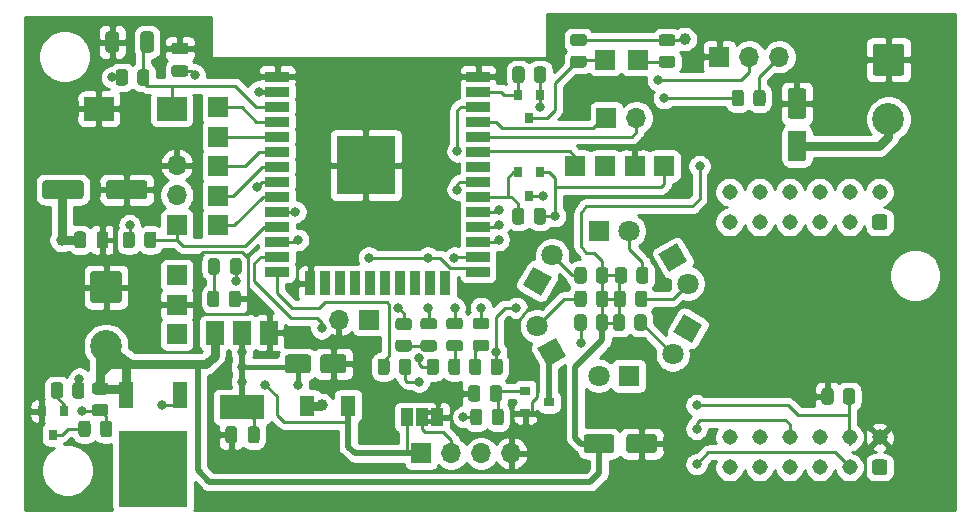
<source format=gbr>
%TF.GenerationSoftware,KiCad,Pcbnew,5.1.8-db9833491~87~ubuntu18.04.1*%
%TF.CreationDate,2020-11-20T12:07:17+01:00*%
%TF.ProjectId,esp32_gateway,65737033-325f-4676-9174-657761792e6b,rev?*%
%TF.SameCoordinates,Original*%
%TF.FileFunction,Copper,L1,Top*%
%TF.FilePolarity,Positive*%
%FSLAX46Y46*%
G04 Gerber Fmt 4.6, Leading zero omitted, Abs format (unit mm)*
G04 Created by KiCad (PCBNEW 5.1.8-db9833491~87~ubuntu18.04.1) date 2020-11-20 12:07:17*
%MOMM*%
%LPD*%
G01*
G04 APERTURE LIST*
%TA.AperFunction,EtchedComponent*%
%ADD10C,0.100000*%
%TD*%
%TA.AperFunction,ComponentPad*%
%ADD11C,1.310000*%
%TD*%
%TA.AperFunction,SMDPad,CuDef*%
%ADD12R,5.800000X6.400000*%
%TD*%
%TA.AperFunction,SMDPad,CuDef*%
%ADD13R,1.200000X2.200000*%
%TD*%
%TA.AperFunction,ComponentPad*%
%ADD14O,1.700000X1.700000*%
%TD*%
%TA.AperFunction,ComponentPad*%
%ADD15R,1.700000X1.700000*%
%TD*%
%TA.AperFunction,SMDPad,CuDef*%
%ADD16R,0.800000X0.900000*%
%TD*%
%TA.AperFunction,ComponentPad*%
%ADD17C,2.700000*%
%TD*%
%TA.AperFunction,SMDPad,CuDef*%
%ADD18R,2.000000X0.900000*%
%TD*%
%TA.AperFunction,SMDPad,CuDef*%
%ADD19R,0.900000X2.000000*%
%TD*%
%TA.AperFunction,SMDPad,CuDef*%
%ADD20R,5.000000X5.000000*%
%TD*%
%TA.AperFunction,SMDPad,CuDef*%
%ADD21R,1.500000X2.000000*%
%TD*%
%TA.AperFunction,SMDPad,CuDef*%
%ADD22R,3.800000X2.000000*%
%TD*%
%TA.AperFunction,SMDPad,CuDef*%
%ADD23R,2.500000X2.000000*%
%TD*%
%TA.AperFunction,SMDPad,CuDef*%
%ADD24R,0.900000X0.800000*%
%TD*%
%TA.AperFunction,SMDPad,CuDef*%
%ADD25R,1.000000X1.500000*%
%TD*%
%TA.AperFunction,ComponentPad*%
%ADD26C,1.800000*%
%TD*%
%TA.AperFunction,ComponentPad*%
%ADD27C,0.100000*%
%TD*%
%TA.AperFunction,ComponentPad*%
%ADD28R,1.800000X1.800000*%
%TD*%
%TA.AperFunction,SMDPad,CuDef*%
%ADD29R,1.300000X1.700000*%
%TD*%
%TA.AperFunction,ViaPad*%
%ADD30C,1.000000*%
%TD*%
%TA.AperFunction,ViaPad*%
%ADD31C,0.800000*%
%TD*%
%TA.AperFunction,Conductor*%
%ADD32C,0.250000*%
%TD*%
%TA.AperFunction,Conductor*%
%ADD33C,0.450000*%
%TD*%
%TA.AperFunction,Conductor*%
%ADD34C,0.750000*%
%TD*%
%TA.AperFunction,Conductor*%
%ADD35C,0.500000*%
%TD*%
%TA.AperFunction,Conductor*%
%ADD36C,0.850000*%
%TD*%
%TA.AperFunction,Conductor*%
%ADD37C,0.800000*%
%TD*%
%TA.AperFunction,Conductor*%
%ADD38C,0.254000*%
%TD*%
%TA.AperFunction,Conductor*%
%ADD39C,0.100000*%
%TD*%
G04 APERTURE END LIST*
D10*
%TO.C,JP1*%
G36*
X109650000Y-105100000D02*
G01*
X109150000Y-105100000D01*
X109150000Y-104700000D01*
X109650000Y-104700000D01*
X109650000Y-105100000D01*
G37*
G36*
X109650000Y-104300000D02*
G01*
X109150000Y-104300000D01*
X109150000Y-103900000D01*
X109650000Y-103900000D01*
X109650000Y-104300000D01*
G37*
%TD*%
%TO.P,C8,2*%
%TO.N,/EN*%
%TA.AperFunction,SMDPad,CuDef*%
G36*
G01*
X84900000Y-73400001D02*
X84900000Y-72099999D01*
G75*
G02*
X85149999Y-71850000I249999J0D01*
G01*
X85800001Y-71850000D01*
G75*
G02*
X86050000Y-72099999I0J-249999D01*
G01*
X86050000Y-73400001D01*
G75*
G02*
X85800001Y-73650000I-249999J0D01*
G01*
X85149999Y-73650000D01*
G75*
G02*
X84900000Y-73400001I0J249999D01*
G01*
G37*
%TD.AperFunction*%
%TO.P,C8,1*%
%TO.N,GND*%
%TA.AperFunction,SMDPad,CuDef*%
G36*
G01*
X81950000Y-73400001D02*
X81950000Y-72099999D01*
G75*
G02*
X82199999Y-71850000I249999J0D01*
G01*
X82850001Y-71850000D01*
G75*
G02*
X83100000Y-72099999I0J-249999D01*
G01*
X83100000Y-73400001D01*
G75*
G02*
X82850001Y-73650000I-249999J0D01*
G01*
X82199999Y-73650000D01*
G75*
G02*
X81950000Y-73400001I0J249999D01*
G01*
G37*
%TD.AperFunction*%
%TD*%
%TO.P,R24,2*%
%TO.N,Net-(Q2-Pad1)*%
%TA.AperFunction,SMDPad,CuDef*%
G36*
G01*
X78350000Y-101799998D02*
X78350000Y-102700002D01*
G75*
G02*
X78100002Y-102950000I-249998J0D01*
G01*
X77574998Y-102950000D01*
G75*
G02*
X77325000Y-102700002I0J249998D01*
G01*
X77325000Y-101799998D01*
G75*
G02*
X77574998Y-101550000I249998J0D01*
G01*
X78100002Y-101550000D01*
G75*
G02*
X78350000Y-101799998I0J-249998D01*
G01*
G37*
%TD.AperFunction*%
%TO.P,R24,1*%
%TO.N,/ON-OFF*%
%TA.AperFunction,SMDPad,CuDef*%
G36*
G01*
X80175000Y-101799998D02*
X80175000Y-102700002D01*
G75*
G02*
X79925002Y-102950000I-249998J0D01*
G01*
X79399998Y-102950000D01*
G75*
G02*
X79150000Y-102700002I0J249998D01*
G01*
X79150000Y-101799998D01*
G75*
G02*
X79399998Y-101550000I249998J0D01*
G01*
X79925002Y-101550000D01*
G75*
G02*
X80175000Y-101799998I0J-249998D01*
G01*
G37*
%TD.AperFunction*%
%TD*%
D11*
%TO.P,J21,12*%
%TO.N,Net-(J21-Pad12)*%
X134800000Y-85460000D03*
%TO.P,J21,10*%
%TO.N,Net-(J21-Pad10)*%
X137340000Y-85460000D03*
%TO.P,J21,8*%
%TO.N,Net-(J21-Pad8)*%
X139880000Y-85460000D03*
%TO.P,J21,6*%
%TO.N,Net-(J21-Pad6)*%
X142420000Y-85460000D03*
%TO.P,J21,4*%
%TO.N,Net-(J21-Pad4)*%
X144960000Y-85460000D03*
%TO.P,J21,2*%
%TO.N,Net-(J21-Pad2)*%
X147500000Y-85460000D03*
%TO.P,J21,11*%
%TO.N,Net-(J21-Pad11)*%
X134800000Y-88000000D03*
%TO.P,J21,9*%
%TO.N,Net-(J21-Pad9)*%
X137340000Y-88000000D03*
%TO.P,J21,7*%
%TO.N,Net-(J21-Pad7)*%
X139880000Y-88000000D03*
%TO.P,J21,5*%
%TO.N,Net-(J21-Pad5)*%
X142420000Y-88000000D03*
%TO.P,J21,3*%
%TO.N,Net-(J21-Pad3)*%
X144960000Y-88000000D03*
%TO.P,J21,1*%
%TO.N,Net-(J21-Pad1)*%
%TA.AperFunction,ComponentPad*%
G36*
G01*
X148155000Y-87595000D02*
X148155000Y-88405000D01*
G75*
G02*
X147905000Y-88655000I-250000J0D01*
G01*
X147095000Y-88655000D01*
G75*
G02*
X146845000Y-88405000I0J250000D01*
G01*
X146845000Y-87595000D01*
G75*
G02*
X147095000Y-87345000I250000J0D01*
G01*
X147905000Y-87345000D01*
G75*
G02*
X148155000Y-87595000I0J-250000D01*
G01*
G37*
%TD.AperFunction*%
%TD*%
%TO.P,J20,12*%
%TO.N,Net-(J20-Pad12)*%
X134800000Y-106210000D03*
%TO.P,J20,10*%
%TO.N,Net-(J20-Pad10)*%
X137340000Y-106210000D03*
%TO.P,J20,8*%
%TO.N,/RX_CC*%
X139880000Y-106210000D03*
%TO.P,J20,6*%
%TO.N,Net-(J20-Pad6)*%
X142420000Y-106210000D03*
%TO.P,J20,4*%
%TO.N,/RST_CC*%
X144960000Y-106210000D03*
%TO.P,J20,2*%
%TO.N,GND*%
X147500000Y-106210000D03*
%TO.P,J20,11*%
%TO.N,Net-(J20-Pad11)*%
X134800000Y-108750000D03*
%TO.P,J20,9*%
%TO.N,Net-(J20-Pad9)*%
X137340000Y-108750000D03*
%TO.P,J20,7*%
%TO.N,/TX_CC*%
X139880000Y-108750000D03*
%TO.P,J20,5*%
%TO.N,Net-(J20-Pad5)*%
X142420000Y-108750000D03*
%TO.P,J20,3*%
%TO.N,+3V3*%
X144960000Y-108750000D03*
%TO.P,J20,1*%
%TA.AperFunction,ComponentPad*%
G36*
G01*
X148155000Y-108345000D02*
X148155000Y-109155000D01*
G75*
G02*
X147905000Y-109405000I-250000J0D01*
G01*
X147095000Y-109405000D01*
G75*
G02*
X146845000Y-109155000I0J250000D01*
G01*
X146845000Y-108345000D01*
G75*
G02*
X147095000Y-108095000I250000J0D01*
G01*
X147905000Y-108095000D01*
G75*
G02*
X148155000Y-108345000I0J-250000D01*
G01*
G37*
%TD.AperFunction*%
%TD*%
%TO.P,C2,2*%
%TO.N,GND*%
%TA.AperFunction,SMDPad,CuDef*%
G36*
G01*
X82000000Y-85800000D02*
X82000000Y-84700000D01*
G75*
G02*
X82250000Y-84450000I250000J0D01*
G01*
X85250000Y-84450000D01*
G75*
G02*
X85500000Y-84700000I0J-250000D01*
G01*
X85500000Y-85800000D01*
G75*
G02*
X85250000Y-86050000I-250000J0D01*
G01*
X82250000Y-86050000D01*
G75*
G02*
X82000000Y-85800000I0J250000D01*
G01*
G37*
%TD.AperFunction*%
%TO.P,C2,1*%
%TO.N,+5V*%
%TA.AperFunction,SMDPad,CuDef*%
G36*
G01*
X76600000Y-85800000D02*
X76600000Y-84700000D01*
G75*
G02*
X76850000Y-84450000I250000J0D01*
G01*
X79850000Y-84450000D01*
G75*
G02*
X80100000Y-84700000I0J-250000D01*
G01*
X80100000Y-85800000D01*
G75*
G02*
X79850000Y-86050000I-250000J0D01*
G01*
X76850000Y-86050000D01*
G75*
G02*
X76600000Y-85800000I0J250000D01*
G01*
G37*
%TD.AperFunction*%
%TD*%
%TO.P,R23,2*%
%TO.N,Net-(Q1-Pad1)*%
%TA.AperFunction,SMDPad,CuDef*%
G36*
G01*
X81487500Y-105950002D02*
X81487500Y-105049998D01*
G75*
G02*
X81737498Y-104800000I249998J0D01*
G01*
X82262502Y-104800000D01*
G75*
G02*
X82512500Y-105049998I0J-249998D01*
G01*
X82512500Y-105950002D01*
G75*
G02*
X82262502Y-106200000I-249998J0D01*
G01*
X81737498Y-106200000D01*
G75*
G02*
X81487500Y-105950002I0J249998D01*
G01*
G37*
%TD.AperFunction*%
%TO.P,R23,1*%
%TO.N,Net-(Q2-Pad3)*%
%TA.AperFunction,SMDPad,CuDef*%
G36*
G01*
X79662500Y-105950002D02*
X79662500Y-105049998D01*
G75*
G02*
X79912498Y-104800000I249998J0D01*
G01*
X80437502Y-104800000D01*
G75*
G02*
X80687500Y-105049998I0J-249998D01*
G01*
X80687500Y-105950002D01*
G75*
G02*
X80437502Y-106200000I-249998J0D01*
G01*
X79912498Y-106200000D01*
G75*
G02*
X79662500Y-105950002I0J249998D01*
G01*
G37*
%TD.AperFunction*%
%TD*%
%TO.P,C7,2*%
%TO.N,GND*%
%TA.AperFunction,SMDPad,CuDef*%
G36*
G01*
X88725000Y-73800000D02*
X87775000Y-73800000D01*
G75*
G02*
X87525000Y-73550000I0J250000D01*
G01*
X87525000Y-73050000D01*
G75*
G02*
X87775000Y-72800000I250000J0D01*
G01*
X88725000Y-72800000D01*
G75*
G02*
X88975000Y-73050000I0J-250000D01*
G01*
X88975000Y-73550000D01*
G75*
G02*
X88725000Y-73800000I-250000J0D01*
G01*
G37*
%TD.AperFunction*%
%TO.P,C7,1*%
%TO.N,+3V3*%
%TA.AperFunction,SMDPad,CuDef*%
G36*
G01*
X88725000Y-75700000D02*
X87775000Y-75700000D01*
G75*
G02*
X87525000Y-75450000I0J250000D01*
G01*
X87525000Y-74950000D01*
G75*
G02*
X87775000Y-74700000I250000J0D01*
G01*
X88725000Y-74700000D01*
G75*
G02*
X88975000Y-74950000I0J-250000D01*
G01*
X88975000Y-75450000D01*
G75*
G02*
X88725000Y-75700000I-250000J0D01*
G01*
G37*
%TD.AperFunction*%
%TD*%
%TO.P,R22,2*%
%TO.N,/RX_IR*%
%TA.AperFunction,SMDPad,CuDef*%
G36*
G01*
X85237500Y-89950002D02*
X85237500Y-89049998D01*
G75*
G02*
X85487498Y-88800000I249998J0D01*
G01*
X86012502Y-88800000D01*
G75*
G02*
X86262500Y-89049998I0J-249998D01*
G01*
X86262500Y-89950002D01*
G75*
G02*
X86012502Y-90200000I-249998J0D01*
G01*
X85487498Y-90200000D01*
G75*
G02*
X85237500Y-89950002I0J249998D01*
G01*
G37*
%TD.AperFunction*%
%TO.P,R22,1*%
%TO.N,+3V3*%
%TA.AperFunction,SMDPad,CuDef*%
G36*
G01*
X83412500Y-89950002D02*
X83412500Y-89049998D01*
G75*
G02*
X83662498Y-88800000I249998J0D01*
G01*
X84187502Y-88800000D01*
G75*
G02*
X84437500Y-89049998I0J-249998D01*
G01*
X84437500Y-89950002D01*
G75*
G02*
X84187502Y-90200000I-249998J0D01*
G01*
X83662498Y-90200000D01*
G75*
G02*
X83412500Y-89950002I0J249998D01*
G01*
G37*
%TD.AperFunction*%
%TD*%
D12*
%TO.P,Q1,2*%
%TO.N,Net-(C3-Pad1)*%
X86000000Y-108925000D03*
D13*
%TO.P,Q1,3*%
%TO.N,+5V*%
X83720000Y-102625000D03*
%TO.P,Q1,1*%
%TO.N,Net-(Q1-Pad1)*%
X88280000Y-102625000D03*
%TD*%
D14*
%TO.P,J6,2*%
%TO.N,GND*%
X101710000Y-96250000D03*
D15*
%TO.P,J6,1*%
%TO.N,/LED_RX*%
X104250000Y-96250000D03*
%TD*%
D14*
%TO.P,J8,4*%
%TO.N,GND*%
X116306600Y-107579160D03*
%TO.P,J8,3*%
%TO.N,Net-(J8-Pad3)*%
X113766600Y-107579160D03*
%TO.P,J8,2*%
%TO.N,Net-(J8-Pad2)*%
X111226600Y-107579160D03*
D15*
%TO.P,J8,1*%
%TO.N,Net-(D1-Pad1)*%
X108686600Y-107579160D03*
%TD*%
D16*
%TO.P,Q5,3*%
%TO.N,Net-(J22-Pad1)*%
X117815360Y-85750000D03*
%TO.P,Q5,2*%
%TO.N,/WS2801_C*%
X116865360Y-83750000D03*
%TO.P,Q5,1*%
%TO.N,+3V3*%
X118765360Y-83750000D03*
%TD*%
%TO.P,Q4,3*%
%TO.N,Net-(J23-Pad1)*%
X117815360Y-79201520D03*
%TO.P,Q4,2*%
%TO.N,/WS2801_D*%
X116865360Y-77201520D03*
%TO.P,Q4,1*%
%TO.N,+3V3*%
X118765360Y-77201520D03*
%TD*%
D14*
%TO.P,J10,3*%
%TO.N,GND*%
X88000000Y-83170000D03*
%TO.P,J10,2*%
%TO.N,+3V3*%
X88000000Y-85710000D03*
D15*
%TO.P,J10,1*%
%TO.N,/RX_IR*%
X88000000Y-88250000D03*
%TD*%
D17*
%TO.P,J2,2*%
%TO.N,Net-(C3-Pad1)*%
X148250000Y-79250000D03*
%TO.P,J2,1*%
%TO.N,GND*%
%TA.AperFunction,ComponentPad*%
G36*
G01*
X147150001Y-72900000D02*
X149349999Y-72900000D01*
G75*
G02*
X149600000Y-73150001I0J-250001D01*
G01*
X149600000Y-75349999D01*
G75*
G02*
X149349999Y-75600000I-250001J0D01*
G01*
X147150001Y-75600000D01*
G75*
G02*
X146900000Y-75349999I0J250001D01*
G01*
X146900000Y-73150001D01*
G75*
G02*
X147150001Y-72900000I250001J0D01*
G01*
G37*
%TD.AperFunction*%
%TD*%
%TO.P,J1,2*%
%TO.N,+5V*%
X82000000Y-98500000D03*
%TO.P,J1,1*%
%TO.N,GND*%
%TA.AperFunction,ComponentPad*%
G36*
G01*
X80900001Y-92150000D02*
X83099999Y-92150000D01*
G75*
G02*
X83350000Y-92400001I0J-250001D01*
G01*
X83350000Y-94599999D01*
G75*
G02*
X83099999Y-94850000I-250001J0D01*
G01*
X80900001Y-94850000D01*
G75*
G02*
X80650000Y-94599999I0J250001D01*
G01*
X80650000Y-92400001D01*
G75*
G02*
X80900001Y-92150000I250001J0D01*
G01*
G37*
%TD.AperFunction*%
%TD*%
D18*
%TO.P,U2,38*%
%TO.N,GND*%
X113500000Y-75670000D03*
%TO.P,U2,37*%
%TO.N,/WS2801_D*%
X113500000Y-76940000D03*
%TO.P,U2,36*%
%TO.N,/SCL*%
X113500000Y-78210000D03*
%TO.P,U2,35*%
%TO.N,/TXD*%
X113500000Y-79480000D03*
%TO.P,U2,34*%
%TO.N,/RXD*%
X113500000Y-80750000D03*
%TO.P,U2,33*%
%TO.N,/SDA*%
X113500000Y-82020000D03*
%TO.P,U2,32*%
%TO.N,Net-(U2-Pad32)*%
X113500000Y-83290000D03*
%TO.P,U2,31*%
%TO.N,/LED_TX*%
X113500000Y-84560000D03*
%TO.P,U2,30*%
%TO.N,/WS2801_C*%
X113500000Y-85830000D03*
%TO.P,U2,29*%
%TO.N,/RST_CC*%
X113500000Y-87100000D03*
%TO.P,U2,28*%
%TO.N,/TX_CC*%
X113500000Y-88370000D03*
%TO.P,U2,27*%
%TO.N,/RX_CC*%
X113500000Y-89640000D03*
%TO.P,U2,26*%
%TO.N,/LED_INF*%
X113500000Y-90910000D03*
%TO.P,U2,25*%
%TO.N,/LED_RX*%
X113500000Y-92180000D03*
D19*
%TO.P,U2,24*%
%TO.N,Net-(U2-Pad24)*%
X110715000Y-93180000D03*
%TO.P,U2,23*%
%TO.N,Net-(U2-Pad23)*%
X109445000Y-93180000D03*
%TO.P,U2,22*%
%TO.N,Net-(U2-Pad22)*%
X108175000Y-93180000D03*
%TO.P,U2,21*%
%TO.N,Net-(U2-Pad21)*%
X106905000Y-93180000D03*
%TO.P,U2,20*%
%TO.N,Net-(U2-Pad20)*%
X105635000Y-93180000D03*
%TO.P,U2,19*%
%TO.N,Net-(U2-Pad19)*%
X104365000Y-93180000D03*
%TO.P,U2,18*%
%TO.N,Net-(U2-Pad18)*%
X103095000Y-93180000D03*
%TO.P,U2,17*%
%TO.N,Net-(U2-Pad17)*%
X101825000Y-93180000D03*
%TO.P,U2,16*%
%TO.N,Net-(U2-Pad16)*%
X100555000Y-93180000D03*
%TO.P,U2,15*%
%TO.N,GND*%
X99285000Y-93180000D03*
D18*
%TO.P,U2,14*%
%TO.N,/TX_RF*%
X96500000Y-92180000D03*
%TO.P,U2,13*%
%TO.N,/TX_IR*%
X96500000Y-90910000D03*
%TO.P,U2,12*%
%TO.N,/RX_RF*%
X96500000Y-89640000D03*
%TO.P,U2,11*%
%TO.N,/RX_IR*%
X96500000Y-88370000D03*
%TO.P,U2,10*%
%TO.N,/ON-OFF*%
X96500000Y-87100000D03*
%TO.P,U2,9*%
%TO.N,/AUX5*%
X96500000Y-85830000D03*
%TO.P,U2,8*%
%TO.N,/HCSR501*%
X96500000Y-84560000D03*
%TO.P,U2,7*%
%TO.N,/AUX3*%
X96500000Y-83290000D03*
%TO.P,U2,6*%
%TO.N,/AUX2*%
X96500000Y-82020000D03*
%TO.P,U2,5*%
%TO.N,/AUX1*%
X96500000Y-80750000D03*
%TO.P,U2,4*%
%TO.N,/ADC1_0*%
X96500000Y-79480000D03*
%TO.P,U2,3*%
%TO.N,/EN*%
X96500000Y-78210000D03*
%TO.P,U2,2*%
%TO.N,+3V3*%
X96500000Y-76940000D03*
%TO.P,U2,1*%
%TO.N,GND*%
X96500000Y-75670000D03*
D20*
%TO.P,U2,39*%
X104000000Y-83170000D03*
%TD*%
D21*
%TO.P,U1,1*%
%TO.N,GND*%
X95800000Y-97350000D03*
%TO.P,U1,3*%
%TO.N,+5V*%
X91200000Y-97350000D03*
%TO.P,U1,2*%
%TO.N,+3V3*%
X93500000Y-97350000D03*
D22*
X93500000Y-103650000D03*
%TD*%
D23*
%TO.P,SW1,1*%
%TO.N,GND*%
X81388080Y-78399640D03*
%TO.P,SW1,2*%
%TO.N,/EN*%
X87548080Y-78399640D03*
%TD*%
%TO.P,R21,2*%
%TO.N,Net-(J22-Pad1)*%
%TA.AperFunction,SMDPad,CuDef*%
G36*
G01*
X129049998Y-73900000D02*
X129950002Y-73900000D01*
G75*
G02*
X130200000Y-74149998I0J-249998D01*
G01*
X130200000Y-74675002D01*
G75*
G02*
X129950002Y-74925000I-249998J0D01*
G01*
X129049998Y-74925000D01*
G75*
G02*
X128800000Y-74675002I0J249998D01*
G01*
X128800000Y-74149998D01*
G75*
G02*
X129049998Y-73900000I249998J0D01*
G01*
G37*
%TD.AperFunction*%
%TO.P,R21,1*%
%TO.N,+5V*%
%TA.AperFunction,SMDPad,CuDef*%
G36*
G01*
X129049998Y-72075000D02*
X129950002Y-72075000D01*
G75*
G02*
X130200000Y-72324998I0J-249998D01*
G01*
X130200000Y-72850002D01*
G75*
G02*
X129950002Y-73100000I-249998J0D01*
G01*
X129049998Y-73100000D01*
G75*
G02*
X128800000Y-72850002I0J249998D01*
G01*
X128800000Y-72324998D01*
G75*
G02*
X129049998Y-72075000I249998J0D01*
G01*
G37*
%TD.AperFunction*%
%TD*%
%TO.P,R20,2*%
%TO.N,Net-(J23-Pad1)*%
%TA.AperFunction,SMDPad,CuDef*%
G36*
G01*
X121549998Y-73900000D02*
X122450002Y-73900000D01*
G75*
G02*
X122700000Y-74149998I0J-249998D01*
G01*
X122700000Y-74675002D01*
G75*
G02*
X122450002Y-74925000I-249998J0D01*
G01*
X121549998Y-74925000D01*
G75*
G02*
X121300000Y-74675002I0J249998D01*
G01*
X121300000Y-74149998D01*
G75*
G02*
X121549998Y-73900000I249998J0D01*
G01*
G37*
%TD.AperFunction*%
%TO.P,R20,1*%
%TO.N,+5V*%
%TA.AperFunction,SMDPad,CuDef*%
G36*
G01*
X121549998Y-72075000D02*
X122450002Y-72075000D01*
G75*
G02*
X122700000Y-72324998I0J-249998D01*
G01*
X122700000Y-72850002D01*
G75*
G02*
X122450002Y-73100000I-249998J0D01*
G01*
X121549998Y-73100000D01*
G75*
G02*
X121300000Y-72850002I0J249998D01*
G01*
X121300000Y-72324998D01*
G75*
G02*
X121549998Y-72075000I249998J0D01*
G01*
G37*
%TD.AperFunction*%
%TD*%
%TO.P,R19,2*%
%TO.N,/WS2801_C*%
%TA.AperFunction,SMDPad,CuDef*%
G36*
G01*
X117418540Y-87049998D02*
X117418540Y-87950002D01*
G75*
G02*
X117168542Y-88200000I-249998J0D01*
G01*
X116643538Y-88200000D01*
G75*
G02*
X116393540Y-87950002I0J249998D01*
G01*
X116393540Y-87049998D01*
G75*
G02*
X116643538Y-86800000I249998J0D01*
G01*
X117168542Y-86800000D01*
G75*
G02*
X117418540Y-87049998I0J-249998D01*
G01*
G37*
%TD.AperFunction*%
%TO.P,R19,1*%
%TO.N,+3V3*%
%TA.AperFunction,SMDPad,CuDef*%
G36*
G01*
X119243540Y-87049998D02*
X119243540Y-87950002D01*
G75*
G02*
X118993542Y-88200000I-249998J0D01*
G01*
X118468538Y-88200000D01*
G75*
G02*
X118218540Y-87950002I0J249998D01*
G01*
X118218540Y-87049998D01*
G75*
G02*
X118468538Y-86800000I249998J0D01*
G01*
X118993542Y-86800000D01*
G75*
G02*
X119243540Y-87049998I0J-249998D01*
G01*
G37*
%TD.AperFunction*%
%TD*%
%TO.P,R18,2*%
%TO.N,GND*%
%TA.AperFunction,SMDPad,CuDef*%
G36*
G01*
X143600000Y-102299998D02*
X143600000Y-103200002D01*
G75*
G02*
X143350002Y-103450000I-249998J0D01*
G01*
X142824998Y-103450000D01*
G75*
G02*
X142575000Y-103200002I0J249998D01*
G01*
X142575000Y-102299998D01*
G75*
G02*
X142824998Y-102050000I249998J0D01*
G01*
X143350002Y-102050000D01*
G75*
G02*
X143600000Y-102299998I0J-249998D01*
G01*
G37*
%TD.AperFunction*%
%TO.P,R18,1*%
%TO.N,/RST_CC*%
%TA.AperFunction,SMDPad,CuDef*%
G36*
G01*
X145425000Y-102299998D02*
X145425000Y-103200002D01*
G75*
G02*
X145175002Y-103450000I-249998J0D01*
G01*
X144649998Y-103450000D01*
G75*
G02*
X144400000Y-103200002I0J249998D01*
G01*
X144400000Y-102299998D01*
G75*
G02*
X144649998Y-102050000I249998J0D01*
G01*
X145175002Y-102050000D01*
G75*
G02*
X145425000Y-102299998I0J-249998D01*
G01*
G37*
%TD.AperFunction*%
%TD*%
%TO.P,R17,2*%
%TO.N,/WS2801_D*%
%TA.AperFunction,SMDPad,CuDef*%
G36*
G01*
X117432500Y-75064198D02*
X117432500Y-75964202D01*
G75*
G02*
X117182502Y-76214200I-249998J0D01*
G01*
X116657498Y-76214200D01*
G75*
G02*
X116407500Y-75964202I0J249998D01*
G01*
X116407500Y-75064198D01*
G75*
G02*
X116657498Y-74814200I249998J0D01*
G01*
X117182502Y-74814200D01*
G75*
G02*
X117432500Y-75064198I0J-249998D01*
G01*
G37*
%TD.AperFunction*%
%TO.P,R17,1*%
%TO.N,+3V3*%
%TA.AperFunction,SMDPad,CuDef*%
G36*
G01*
X119257500Y-75064198D02*
X119257500Y-75964202D01*
G75*
G02*
X119007502Y-76214200I-249998J0D01*
G01*
X118482498Y-76214200D01*
G75*
G02*
X118232500Y-75964202I0J249998D01*
G01*
X118232500Y-75064198D01*
G75*
G02*
X118482498Y-74814200I249998J0D01*
G01*
X119007502Y-74814200D01*
G75*
G02*
X119257500Y-75064198I0J-249998D01*
G01*
G37*
%TD.AperFunction*%
%TD*%
%TO.P,R16,2*%
%TO.N,+3V3*%
%TA.AperFunction,SMDPad,CuDef*%
G36*
G01*
X114562500Y-100700002D02*
X114562500Y-99799998D01*
G75*
G02*
X114812498Y-99550000I249998J0D01*
G01*
X115337502Y-99550000D01*
G75*
G02*
X115587500Y-99799998I0J-249998D01*
G01*
X115587500Y-100700002D01*
G75*
G02*
X115337502Y-100950000I-249998J0D01*
G01*
X114812498Y-100950000D01*
G75*
G02*
X114562500Y-100700002I0J249998D01*
G01*
G37*
%TD.AperFunction*%
%TO.P,R16,1*%
%TO.N,Net-(D11-Pad2)*%
%TA.AperFunction,SMDPad,CuDef*%
G36*
G01*
X112737500Y-100700002D02*
X112737500Y-99799998D01*
G75*
G02*
X112987498Y-99550000I249998J0D01*
G01*
X113512502Y-99550000D01*
G75*
G02*
X113762500Y-99799998I0J-249998D01*
G01*
X113762500Y-100700002D01*
G75*
G02*
X113512502Y-100950000I-249998J0D01*
G01*
X112987498Y-100950000D01*
G75*
G02*
X112737500Y-100700002I0J249998D01*
G01*
G37*
%TD.AperFunction*%
%TD*%
%TO.P,R15,2*%
%TO.N,+3V3*%
%TA.AperFunction,SMDPad,CuDef*%
G36*
G01*
X110187500Y-99799998D02*
X110187500Y-100700002D01*
G75*
G02*
X109937502Y-100950000I-249998J0D01*
G01*
X109412498Y-100950000D01*
G75*
G02*
X109162500Y-100700002I0J249998D01*
G01*
X109162500Y-99799998D01*
G75*
G02*
X109412498Y-99550000I249998J0D01*
G01*
X109937502Y-99550000D01*
G75*
G02*
X110187500Y-99799998I0J-249998D01*
G01*
G37*
%TD.AperFunction*%
%TO.P,R15,1*%
%TO.N,Net-(D10-Pad2)*%
%TA.AperFunction,SMDPad,CuDef*%
G36*
G01*
X112012500Y-99799998D02*
X112012500Y-100700002D01*
G75*
G02*
X111762502Y-100950000I-249998J0D01*
G01*
X111237498Y-100950000D01*
G75*
G02*
X110987500Y-100700002I0J249998D01*
G01*
X110987500Y-99799998D01*
G75*
G02*
X111237498Y-99550000I249998J0D01*
G01*
X111762502Y-99550000D01*
G75*
G02*
X112012500Y-99799998I0J-249998D01*
G01*
G37*
%TD.AperFunction*%
%TD*%
%TO.P,R14,2*%
%TO.N,+3V3*%
%TA.AperFunction,SMDPad,CuDef*%
G36*
G01*
X107643082Y-97148060D02*
X106743078Y-97148060D01*
G75*
G02*
X106493080Y-96898062I0J249998D01*
G01*
X106493080Y-96373058D01*
G75*
G02*
X106743078Y-96123060I249998J0D01*
G01*
X107643082Y-96123060D01*
G75*
G02*
X107893080Y-96373058I0J-249998D01*
G01*
X107893080Y-96898062D01*
G75*
G02*
X107643082Y-97148060I-249998J0D01*
G01*
G37*
%TD.AperFunction*%
%TO.P,R14,1*%
%TO.N,Net-(D9-Pad2)*%
%TA.AperFunction,SMDPad,CuDef*%
G36*
G01*
X107643082Y-98973060D02*
X106743078Y-98973060D01*
G75*
G02*
X106493080Y-98723062I0J249998D01*
G01*
X106493080Y-98198058D01*
G75*
G02*
X106743078Y-97948060I249998J0D01*
G01*
X107643082Y-97948060D01*
G75*
G02*
X107893080Y-98198058I0J-249998D01*
G01*
X107893080Y-98723062D01*
G75*
G02*
X107643082Y-98973060I-249998J0D01*
G01*
G37*
%TD.AperFunction*%
%TD*%
%TO.P,R13,2*%
%TO.N,/EN*%
%TA.AperFunction,SMDPad,CuDef*%
G36*
G01*
X84650000Y-76200002D02*
X84650000Y-75299998D01*
G75*
G02*
X84899998Y-75050000I249998J0D01*
G01*
X85425002Y-75050000D01*
G75*
G02*
X85675000Y-75299998I0J-249998D01*
G01*
X85675000Y-76200002D01*
G75*
G02*
X85425002Y-76450000I-249998J0D01*
G01*
X84899998Y-76450000D01*
G75*
G02*
X84650000Y-76200002I0J249998D01*
G01*
G37*
%TD.AperFunction*%
%TO.P,R13,1*%
%TO.N,+3V3*%
%TA.AperFunction,SMDPad,CuDef*%
G36*
G01*
X82825000Y-76200002D02*
X82825000Y-75299998D01*
G75*
G02*
X83074998Y-75050000I249998J0D01*
G01*
X83600002Y-75050000D01*
G75*
G02*
X83850000Y-75299998I0J-249998D01*
G01*
X83850000Y-76200002D01*
G75*
G02*
X83600002Y-76450000I-249998J0D01*
G01*
X83074998Y-76450000D01*
G75*
G02*
X82825000Y-76200002I0J249998D01*
G01*
G37*
%TD.AperFunction*%
%TD*%
%TO.P,R12,2*%
%TO.N,Net-(D8-Pad2)*%
%TA.AperFunction,SMDPad,CuDef*%
G36*
G01*
X122687500Y-94049998D02*
X122687500Y-94950002D01*
G75*
G02*
X122437502Y-95200000I-249998J0D01*
G01*
X121912498Y-95200000D01*
G75*
G02*
X121662500Y-94950002I0J249998D01*
G01*
X121662500Y-94049998D01*
G75*
G02*
X121912498Y-93800000I249998J0D01*
G01*
X122437502Y-93800000D01*
G75*
G02*
X122687500Y-94049998I0J-249998D01*
G01*
G37*
%TD.AperFunction*%
%TO.P,R12,1*%
%TO.N,+5V*%
%TA.AperFunction,SMDPad,CuDef*%
G36*
G01*
X124512500Y-94049998D02*
X124512500Y-94950002D01*
G75*
G02*
X124262502Y-95200000I-249998J0D01*
G01*
X123737498Y-95200000D01*
G75*
G02*
X123487500Y-94950002I0J249998D01*
G01*
X123487500Y-94049998D01*
G75*
G02*
X123737498Y-93800000I249998J0D01*
G01*
X124262502Y-93800000D01*
G75*
G02*
X124512500Y-94049998I0J-249998D01*
G01*
G37*
%TD.AperFunction*%
%TD*%
%TO.P,R11,2*%
%TO.N,Net-(D7-Pad2)*%
%TA.AperFunction,SMDPad,CuDef*%
G36*
G01*
X122687500Y-96049998D02*
X122687500Y-96950002D01*
G75*
G02*
X122437502Y-97200000I-249998J0D01*
G01*
X121912498Y-97200000D01*
G75*
G02*
X121662500Y-96950002I0J249998D01*
G01*
X121662500Y-96049998D01*
G75*
G02*
X121912498Y-95800000I249998J0D01*
G01*
X122437502Y-95800000D01*
G75*
G02*
X122687500Y-96049998I0J-249998D01*
G01*
G37*
%TD.AperFunction*%
%TO.P,R11,1*%
%TO.N,+5V*%
%TA.AperFunction,SMDPad,CuDef*%
G36*
G01*
X124512500Y-96049998D02*
X124512500Y-96950002D01*
G75*
G02*
X124262502Y-97200000I-249998J0D01*
G01*
X123737498Y-97200000D01*
G75*
G02*
X123487500Y-96950002I0J249998D01*
G01*
X123487500Y-96049998D01*
G75*
G02*
X123737498Y-95800000I249998J0D01*
G01*
X124262502Y-95800000D01*
G75*
G02*
X124512500Y-96049998I0J-249998D01*
G01*
G37*
%TD.AperFunction*%
%TD*%
%TO.P,R10,2*%
%TO.N,Net-(D6-Pad2)*%
%TA.AperFunction,SMDPad,CuDef*%
G36*
G01*
X126900000Y-92950002D02*
X126900000Y-92049998D01*
G75*
G02*
X127149998Y-91800000I249998J0D01*
G01*
X127675002Y-91800000D01*
G75*
G02*
X127925000Y-92049998I0J-249998D01*
G01*
X127925000Y-92950002D01*
G75*
G02*
X127675002Y-93200000I-249998J0D01*
G01*
X127149998Y-93200000D01*
G75*
G02*
X126900000Y-92950002I0J249998D01*
G01*
G37*
%TD.AperFunction*%
%TO.P,R10,1*%
%TO.N,+5V*%
%TA.AperFunction,SMDPad,CuDef*%
G36*
G01*
X125075000Y-92950002D02*
X125075000Y-92049998D01*
G75*
G02*
X125324998Y-91800000I249998J0D01*
G01*
X125850002Y-91800000D01*
G75*
G02*
X126100000Y-92049998I0J-249998D01*
G01*
X126100000Y-92950002D01*
G75*
G02*
X125850002Y-93200000I-249998J0D01*
G01*
X125324998Y-93200000D01*
G75*
G02*
X125075000Y-92950002I0J249998D01*
G01*
G37*
%TD.AperFunction*%
%TD*%
%TO.P,R9,2*%
%TO.N,Net-(Q3-Pad1)*%
%TA.AperFunction,SMDPad,CuDef*%
G36*
G01*
X114487500Y-102950002D02*
X114487500Y-102049998D01*
G75*
G02*
X114737498Y-101800000I249998J0D01*
G01*
X115262502Y-101800000D01*
G75*
G02*
X115512500Y-102049998I0J-249998D01*
G01*
X115512500Y-102950002D01*
G75*
G02*
X115262502Y-103200000I-249998J0D01*
G01*
X114737498Y-103200000D01*
G75*
G02*
X114487500Y-102950002I0J249998D01*
G01*
G37*
%TD.AperFunction*%
%TO.P,R9,1*%
%TO.N,GND*%
%TA.AperFunction,SMDPad,CuDef*%
G36*
G01*
X112662500Y-102950002D02*
X112662500Y-102049998D01*
G75*
G02*
X112912498Y-101800000I249998J0D01*
G01*
X113437502Y-101800000D01*
G75*
G02*
X113687500Y-102049998I0J-249998D01*
G01*
X113687500Y-102950002D01*
G75*
G02*
X113437502Y-103200000I-249998J0D01*
G01*
X112912498Y-103200000D01*
G75*
G02*
X112662500Y-102950002I0J249998D01*
G01*
G37*
%TD.AperFunction*%
%TD*%
%TO.P,R8,2*%
%TO.N,Net-(J8-Pad3)*%
%TA.AperFunction,SMDPad,CuDef*%
G36*
G01*
X106812500Y-100700002D02*
X106812500Y-99799998D01*
G75*
G02*
X107062498Y-99550000I249998J0D01*
G01*
X107587502Y-99550000D01*
G75*
G02*
X107837500Y-99799998I0J-249998D01*
G01*
X107837500Y-100700002D01*
G75*
G02*
X107587502Y-100950000I-249998J0D01*
G01*
X107062498Y-100950000D01*
G75*
G02*
X106812500Y-100700002I0J249998D01*
G01*
G37*
%TD.AperFunction*%
%TO.P,R8,1*%
%TO.N,/TX_RF*%
%TA.AperFunction,SMDPad,CuDef*%
G36*
G01*
X104987500Y-100700002D02*
X104987500Y-99799998D01*
G75*
G02*
X105237498Y-99550000I249998J0D01*
G01*
X105762502Y-99550000D01*
G75*
G02*
X106012500Y-99799998I0J-249998D01*
G01*
X106012500Y-100700002D01*
G75*
G02*
X105762502Y-100950000I-249998J0D01*
G01*
X105237498Y-100950000D01*
G75*
G02*
X104987500Y-100700002I0J249998D01*
G01*
G37*
%TD.AperFunction*%
%TD*%
%TO.P,R7,2*%
%TO.N,/TX_IR*%
%TA.AperFunction,SMDPad,CuDef*%
G36*
G01*
X113850000Y-104049998D02*
X113850000Y-104950002D01*
G75*
G02*
X113600002Y-105200000I-249998J0D01*
G01*
X113074998Y-105200000D01*
G75*
G02*
X112825000Y-104950002I0J249998D01*
G01*
X112825000Y-104049998D01*
G75*
G02*
X113074998Y-103800000I249998J0D01*
G01*
X113600002Y-103800000D01*
G75*
G02*
X113850000Y-104049998I0J-249998D01*
G01*
G37*
%TD.AperFunction*%
%TO.P,R7,1*%
%TO.N,Net-(Q3-Pad1)*%
%TA.AperFunction,SMDPad,CuDef*%
G36*
G01*
X115675000Y-104049998D02*
X115675000Y-104950002D01*
G75*
G02*
X115425002Y-105200000I-249998J0D01*
G01*
X114899998Y-105200000D01*
G75*
G02*
X114650000Y-104950002I0J249998D01*
G01*
X114650000Y-104049998D01*
G75*
G02*
X114899998Y-103800000I249998J0D01*
G01*
X115425002Y-103800000D01*
G75*
G02*
X115675000Y-104049998I0J-249998D01*
G01*
G37*
%TD.AperFunction*%
%TD*%
%TO.P,R6,2*%
%TO.N,Net-(J7-Pad3)*%
%TA.AperFunction,SMDPad,CuDef*%
G36*
G01*
X136812500Y-77950002D02*
X136812500Y-77049998D01*
G75*
G02*
X137062498Y-76800000I249998J0D01*
G01*
X137587502Y-76800000D01*
G75*
G02*
X137837500Y-77049998I0J-249998D01*
G01*
X137837500Y-77950002D01*
G75*
G02*
X137587502Y-78200000I-249998J0D01*
G01*
X137062498Y-78200000D01*
G75*
G02*
X136812500Y-77950002I0J249998D01*
G01*
G37*
%TD.AperFunction*%
%TO.P,R6,1*%
%TO.N,/RX_RF*%
%TA.AperFunction,SMDPad,CuDef*%
G36*
G01*
X134987500Y-77950002D02*
X134987500Y-77049998D01*
G75*
G02*
X135237498Y-76800000I249998J0D01*
G01*
X135762502Y-76800000D01*
G75*
G02*
X136012500Y-77049998I0J-249998D01*
G01*
X136012500Y-77950002D01*
G75*
G02*
X135762502Y-78200000I-249998J0D01*
G01*
X135237498Y-78200000D01*
G75*
G02*
X134987500Y-77950002I0J249998D01*
G01*
G37*
%TD.AperFunction*%
%TD*%
%TO.P,R5,2*%
%TO.N,Net-(D2-Pad1)*%
%TA.AperFunction,SMDPad,CuDef*%
G36*
G01*
X91600000Y-94049998D02*
X91600000Y-94950002D01*
G75*
G02*
X91350002Y-95200000I-249998J0D01*
G01*
X90824998Y-95200000D01*
G75*
G02*
X90575000Y-94950002I0J249998D01*
G01*
X90575000Y-94049998D01*
G75*
G02*
X90824998Y-93800000I249998J0D01*
G01*
X91350002Y-93800000D01*
G75*
G02*
X91600000Y-94049998I0J-249998D01*
G01*
G37*
%TD.AperFunction*%
%TO.P,R5,1*%
%TO.N,GND*%
%TA.AperFunction,SMDPad,CuDef*%
G36*
G01*
X93425000Y-94049998D02*
X93425000Y-94950002D01*
G75*
G02*
X93175002Y-95200000I-249998J0D01*
G01*
X92649998Y-95200000D01*
G75*
G02*
X92400000Y-94950002I0J249998D01*
G01*
X92400000Y-94049998D01*
G75*
G02*
X92649998Y-93800000I249998J0D01*
G01*
X93175002Y-93800000D01*
G75*
G02*
X93425000Y-94049998I0J-249998D01*
G01*
G37*
%TD.AperFunction*%
%TD*%
%TO.P,R4,2*%
%TO.N,+5V*%
%TA.AperFunction,SMDPad,CuDef*%
G36*
G01*
X123487500Y-92950002D02*
X123487500Y-92049998D01*
G75*
G02*
X123737498Y-91800000I249998J0D01*
G01*
X124262502Y-91800000D01*
G75*
G02*
X124512500Y-92049998I0J-249998D01*
G01*
X124512500Y-92950002D01*
G75*
G02*
X124262502Y-93200000I-249998J0D01*
G01*
X123737498Y-93200000D01*
G75*
G02*
X123487500Y-92950002I0J249998D01*
G01*
G37*
%TD.AperFunction*%
%TO.P,R4,1*%
%TO.N,Net-(D5-Pad2)*%
%TA.AperFunction,SMDPad,CuDef*%
G36*
G01*
X121662500Y-92950002D02*
X121662500Y-92049998D01*
G75*
G02*
X121912498Y-91800000I249998J0D01*
G01*
X122437502Y-91800000D01*
G75*
G02*
X122687500Y-92049998I0J-249998D01*
G01*
X122687500Y-92950002D01*
G75*
G02*
X122437502Y-93200000I-249998J0D01*
G01*
X121912498Y-93200000D01*
G75*
G02*
X121662500Y-92950002I0J249998D01*
G01*
G37*
%TD.AperFunction*%
%TD*%
%TO.P,R3,2*%
%TO.N,+5V*%
%TA.AperFunction,SMDPad,CuDef*%
G36*
G01*
X126012500Y-94049998D02*
X126012500Y-94950002D01*
G75*
G02*
X125762502Y-95200000I-249998J0D01*
G01*
X125237498Y-95200000D01*
G75*
G02*
X124987500Y-94950002I0J249998D01*
G01*
X124987500Y-94049998D01*
G75*
G02*
X125237498Y-93800000I249998J0D01*
G01*
X125762502Y-93800000D01*
G75*
G02*
X126012500Y-94049998I0J-249998D01*
G01*
G37*
%TD.AperFunction*%
%TO.P,R3,1*%
%TO.N,Net-(D4-Pad2)*%
%TA.AperFunction,SMDPad,CuDef*%
G36*
G01*
X127837500Y-94049998D02*
X127837500Y-94950002D01*
G75*
G02*
X127587502Y-95200000I-249998J0D01*
G01*
X127062498Y-95200000D01*
G75*
G02*
X126812500Y-94950002I0J249998D01*
G01*
X126812500Y-94049998D01*
G75*
G02*
X127062498Y-93800000I249998J0D01*
G01*
X127587502Y-93800000D01*
G75*
G02*
X127837500Y-94049998I0J-249998D01*
G01*
G37*
%TD.AperFunction*%
%TD*%
%TO.P,R2,2*%
%TO.N,+5V*%
%TA.AperFunction,SMDPad,CuDef*%
G36*
G01*
X125937500Y-96049998D02*
X125937500Y-96950002D01*
G75*
G02*
X125687502Y-97200000I-249998J0D01*
G01*
X125162498Y-97200000D01*
G75*
G02*
X124912500Y-96950002I0J249998D01*
G01*
X124912500Y-96049998D01*
G75*
G02*
X125162498Y-95800000I249998J0D01*
G01*
X125687502Y-95800000D01*
G75*
G02*
X125937500Y-96049998I0J-249998D01*
G01*
G37*
%TD.AperFunction*%
%TO.P,R2,1*%
%TO.N,Net-(D3-Pad2)*%
%TA.AperFunction,SMDPad,CuDef*%
G36*
G01*
X127762500Y-96049998D02*
X127762500Y-96950002D01*
G75*
G02*
X127512502Y-97200000I-249998J0D01*
G01*
X126987498Y-97200000D01*
G75*
G02*
X126737500Y-96950002I0J249998D01*
G01*
X126737500Y-96049998D01*
G75*
G02*
X126987498Y-95800000I249998J0D01*
G01*
X127512502Y-95800000D01*
G75*
G02*
X127762500Y-96049998I0J-249998D01*
G01*
G37*
%TD.AperFunction*%
%TD*%
%TO.P,R1,2*%
%TO.N,Net-(Q1-Pad1)*%
%TA.AperFunction,SMDPad,CuDef*%
G36*
G01*
X81049998Y-103400000D02*
X81950002Y-103400000D01*
G75*
G02*
X82200000Y-103649998I0J-249998D01*
G01*
X82200000Y-104175002D01*
G75*
G02*
X81950002Y-104425000I-249998J0D01*
G01*
X81049998Y-104425000D01*
G75*
G02*
X80800000Y-104175002I0J249998D01*
G01*
X80800000Y-103649998D01*
G75*
G02*
X81049998Y-103400000I249998J0D01*
G01*
G37*
%TD.AperFunction*%
%TO.P,R1,1*%
%TO.N,+5V*%
%TA.AperFunction,SMDPad,CuDef*%
G36*
G01*
X81049998Y-101575000D02*
X81950002Y-101575000D01*
G75*
G02*
X82200000Y-101824998I0J-249998D01*
G01*
X82200000Y-102350002D01*
G75*
G02*
X81950002Y-102600000I-249998J0D01*
G01*
X81049998Y-102600000D01*
G75*
G02*
X80800000Y-102350002I0J249998D01*
G01*
X80800000Y-101824998D01*
G75*
G02*
X81049998Y-101575000I249998J0D01*
G01*
G37*
%TD.AperFunction*%
%TD*%
D24*
%TO.P,Q3,3*%
%TO.N,Net-(D3-Pad1)*%
X119500000Y-103250000D03*
%TO.P,Q3,2*%
%TO.N,GND*%
X117500000Y-104200000D03*
%TO.P,Q3,1*%
%TO.N,Net-(Q3-Pad1)*%
X117500000Y-102300000D03*
%TD*%
D16*
%TO.P,Q2,3*%
%TO.N,Net-(Q2-Pad3)*%
X77500000Y-106000000D03*
%TO.P,Q2,2*%
%TO.N,GND*%
X76550000Y-104000000D03*
%TO.P,Q2,1*%
%TO.N,Net-(Q2-Pad1)*%
X78450000Y-104000000D03*
%TD*%
D25*
%TO.P,JP1,2*%
%TO.N,Net-(J8-Pad2)*%
X108750000Y-104500000D03*
%TO.P,JP1,3*%
%TO.N,Net-(D1-Pad1)*%
X107450000Y-104500000D03*
%TO.P,JP1,1*%
%TO.N,GND*%
X110050000Y-104500000D03*
%TD*%
D15*
%TO.P,J23,1*%
%TO.N,Net-(J23-Pad1)*%
X124250000Y-74250000D03*
%TD*%
%TO.P,J22,1*%
%TO.N,Net-(J22-Pad1)*%
X127005080Y-74250000D03*
%TD*%
%TO.P,J19,1*%
%TO.N,GND*%
X88000000Y-95000000D03*
%TD*%
%TO.P,J18,1*%
%TO.N,GND*%
X126750000Y-83250000D03*
%TD*%
%TO.P,J17,1*%
%TO.N,/AUX5*%
X91500000Y-88250000D03*
%TD*%
%TO.P,J16,1*%
%TO.N,/HCSR501*%
X88000000Y-92500000D03*
%TD*%
%TO.P,J15,1*%
%TO.N,/AUX3*%
X91500000Y-85750000D03*
%TD*%
%TO.P,J14,1*%
%TO.N,/AUX2*%
X91500000Y-83250000D03*
%TD*%
%TO.P,J13,1*%
%TO.N,/AUX1*%
X91500000Y-80750000D03*
%TD*%
%TO.P,J12,1*%
%TO.N,/ADC1_0*%
X91500000Y-78250000D03*
%TD*%
%TO.P,J11,1*%
%TO.N,+3V3*%
X88000000Y-97500000D03*
%TD*%
%TO.P,J9,1*%
%TO.N,+3V3*%
X129250000Y-83250000D03*
%TD*%
D14*
%TO.P,J5,2*%
%TO.N,/RXD*%
X126903480Y-79166720D03*
D15*
%TO.P,J5,1*%
%TO.N,/TXD*%
X124363480Y-79166720D03*
%TD*%
%TO.P,J4,1*%
%TO.N,/SDA*%
X121750000Y-83250000D03*
%TD*%
%TO.P,J3,1*%
%TO.N,/SCL*%
X124250000Y-83250000D03*
%TD*%
%TO.P,D11,2*%
%TO.N,Net-(D11-Pad2)*%
%TA.AperFunction,SMDPad,CuDef*%
G36*
G01*
X113293750Y-97950000D02*
X114206250Y-97950000D01*
G75*
G02*
X114450000Y-98193750I0J-243750D01*
G01*
X114450000Y-98681250D01*
G75*
G02*
X114206250Y-98925000I-243750J0D01*
G01*
X113293750Y-98925000D01*
G75*
G02*
X113050000Y-98681250I0J243750D01*
G01*
X113050000Y-98193750D01*
G75*
G02*
X113293750Y-97950000I243750J0D01*
G01*
G37*
%TD.AperFunction*%
%TO.P,D11,1*%
%TO.N,/LED_TX*%
%TA.AperFunction,SMDPad,CuDef*%
G36*
G01*
X113293750Y-96075000D02*
X114206250Y-96075000D01*
G75*
G02*
X114450000Y-96318750I0J-243750D01*
G01*
X114450000Y-96806250D01*
G75*
G02*
X114206250Y-97050000I-243750J0D01*
G01*
X113293750Y-97050000D01*
G75*
G02*
X113050000Y-96806250I0J243750D01*
G01*
X113050000Y-96318750D01*
G75*
G02*
X113293750Y-96075000I243750J0D01*
G01*
G37*
%TD.AperFunction*%
%TD*%
%TO.P,D10,2*%
%TO.N,Net-(D10-Pad2)*%
%TA.AperFunction,SMDPad,CuDef*%
G36*
G01*
X111059910Y-97973060D02*
X111972410Y-97973060D01*
G75*
G02*
X112216160Y-98216810I0J-243750D01*
G01*
X112216160Y-98704310D01*
G75*
G02*
X111972410Y-98948060I-243750J0D01*
G01*
X111059910Y-98948060D01*
G75*
G02*
X110816160Y-98704310I0J243750D01*
G01*
X110816160Y-98216810D01*
G75*
G02*
X111059910Y-97973060I243750J0D01*
G01*
G37*
%TD.AperFunction*%
%TO.P,D10,1*%
%TO.N,/LED_INF*%
%TA.AperFunction,SMDPad,CuDef*%
G36*
G01*
X111059910Y-96098060D02*
X111972410Y-96098060D01*
G75*
G02*
X112216160Y-96341810I0J-243750D01*
G01*
X112216160Y-96829310D01*
G75*
G02*
X111972410Y-97073060I-243750J0D01*
G01*
X111059910Y-97073060D01*
G75*
G02*
X110816160Y-96829310I0J243750D01*
G01*
X110816160Y-96341810D01*
G75*
G02*
X111059910Y-96098060I243750J0D01*
G01*
G37*
%TD.AperFunction*%
%TD*%
%TO.P,D9,2*%
%TO.N,Net-(D9-Pad2)*%
%TA.AperFunction,SMDPad,CuDef*%
G36*
G01*
X108870430Y-97988300D02*
X109782930Y-97988300D01*
G75*
G02*
X110026680Y-98232050I0J-243750D01*
G01*
X110026680Y-98719550D01*
G75*
G02*
X109782930Y-98963300I-243750J0D01*
G01*
X108870430Y-98963300D01*
G75*
G02*
X108626680Y-98719550I0J243750D01*
G01*
X108626680Y-98232050D01*
G75*
G02*
X108870430Y-97988300I243750J0D01*
G01*
G37*
%TD.AperFunction*%
%TO.P,D9,1*%
%TO.N,/LED_RX*%
%TA.AperFunction,SMDPad,CuDef*%
G36*
G01*
X108870430Y-96113300D02*
X109782930Y-96113300D01*
G75*
G02*
X110026680Y-96357050I0J-243750D01*
G01*
X110026680Y-96844550D01*
G75*
G02*
X109782930Y-97088300I-243750J0D01*
G01*
X108870430Y-97088300D01*
G75*
G02*
X108626680Y-96844550I0J243750D01*
G01*
X108626680Y-96357050D01*
G75*
G02*
X108870430Y-96113300I243750J0D01*
G01*
G37*
%TD.AperFunction*%
%TD*%
D26*
%TO.P,D8,2*%
%TO.N,Net-(D8-Pad2)*%
X118480000Y-96800295D03*
%TA.AperFunction,ComponentPad*%
D27*
%TO.P,D8,1*%
%TO.N,Net-(D3-Pad1)*%
G36*
X120979423Y-99329423D02*
G01*
X119420577Y-100229423D01*
X118520577Y-98670577D01*
X120079423Y-97770577D01*
X120979423Y-99329423D01*
G37*
%TD.AperFunction*%
%TD*%
D26*
%TO.P,D7,2*%
%TO.N,Net-(D7-Pad2)*%
X123710000Y-101000000D03*
D28*
%TO.P,D7,1*%
%TO.N,Net-(D3-Pad1)*%
X126250000Y-101000000D03*
%TD*%
D26*
%TO.P,D6,2*%
%TO.N,Net-(D6-Pad2)*%
X126250000Y-88750000D03*
D28*
%TO.P,D6,1*%
%TO.N,Net-(D3-Pad1)*%
X123710000Y-88750000D03*
%TD*%
D26*
%TO.P,D5,2*%
%TO.N,Net-(D5-Pad2)*%
X119770000Y-90800295D03*
%TA.AperFunction,ComponentPad*%
D27*
%TO.P,D5,1*%
%TO.N,Net-(D3-Pad1)*%
G36*
X118829423Y-94229423D02*
G01*
X117270577Y-93329423D01*
X118170577Y-91770577D01*
X119729423Y-92670577D01*
X118829423Y-94229423D01*
G37*
%TD.AperFunction*%
%TD*%
D26*
%TO.P,D4,2*%
%TO.N,Net-(D4-Pad2)*%
X131270000Y-93199705D03*
%TA.AperFunction,ComponentPad*%
D27*
%TO.P,D4,1*%
%TO.N,Net-(D3-Pad1)*%
G36*
X128770577Y-90670577D02*
G01*
X130329423Y-89770577D01*
X131229423Y-91329423D01*
X129670577Y-92229423D01*
X128770577Y-90670577D01*
G37*
%TD.AperFunction*%
%TD*%
D26*
%TO.P,D3,2*%
%TO.N,Net-(D3-Pad2)*%
X129980000Y-99199705D03*
%TA.AperFunction,ComponentPad*%
D27*
%TO.P,D3,1*%
%TO.N,Net-(D3-Pad1)*%
G36*
X130920577Y-95770577D02*
G01*
X132479423Y-96670577D01*
X131579423Y-98229423D01*
X130020577Y-97329423D01*
X130920577Y-95770577D01*
G37*
%TD.AperFunction*%
%TD*%
%TO.P,D2,1*%
%TO.N,Net-(D2-Pad1)*%
%TA.AperFunction,SMDPad,CuDef*%
G36*
G01*
X90637500Y-92206250D02*
X90637500Y-91293750D01*
G75*
G02*
X90881250Y-91050000I243750J0D01*
G01*
X91368750Y-91050000D01*
G75*
G02*
X91612500Y-91293750I0J-243750D01*
G01*
X91612500Y-92206250D01*
G75*
G02*
X91368750Y-92450000I-243750J0D01*
G01*
X90881250Y-92450000D01*
G75*
G02*
X90637500Y-92206250I0J243750D01*
G01*
G37*
%TD.AperFunction*%
%TO.P,D2,2*%
%TO.N,/ON-OFF*%
%TA.AperFunction,SMDPad,CuDef*%
G36*
G01*
X92512500Y-92206250D02*
X92512500Y-91293750D01*
G75*
G02*
X92756250Y-91050000I243750J0D01*
G01*
X93243750Y-91050000D01*
G75*
G02*
X93487500Y-91293750I0J-243750D01*
G01*
X93487500Y-92206250D01*
G75*
G02*
X93243750Y-92450000I-243750J0D01*
G01*
X92756250Y-92450000D01*
G75*
G02*
X92512500Y-92206250I0J243750D01*
G01*
G37*
%TD.AperFunction*%
%TD*%
D29*
%TO.P,D1,2*%
%TO.N,Net-(C3-Pad1)*%
X99000000Y-103545640D03*
%TO.P,D1,1*%
%TO.N,Net-(D1-Pad1)*%
X102500000Y-103545640D03*
%TD*%
%TO.P,C6,2*%
%TO.N,GND*%
%TA.AperFunction,SMDPad,CuDef*%
G36*
G01*
X126050000Y-107300000D02*
X126050000Y-106200000D01*
G75*
G02*
X126300000Y-105950000I250000J0D01*
G01*
X128400000Y-105950000D01*
G75*
G02*
X128650000Y-106200000I0J-250000D01*
G01*
X128650000Y-107300000D01*
G75*
G02*
X128400000Y-107550000I-250000J0D01*
G01*
X126300000Y-107550000D01*
G75*
G02*
X126050000Y-107300000I0J250000D01*
G01*
G37*
%TD.AperFunction*%
%TO.P,C6,1*%
%TO.N,+5V*%
%TA.AperFunction,SMDPad,CuDef*%
G36*
G01*
X122450000Y-107300000D02*
X122450000Y-106200000D01*
G75*
G02*
X122700000Y-105950000I250000J0D01*
G01*
X124800000Y-105950000D01*
G75*
G02*
X125050000Y-106200000I0J-250000D01*
G01*
X125050000Y-107300000D01*
G75*
G02*
X124800000Y-107550000I-250000J0D01*
G01*
X122700000Y-107550000D01*
G75*
G02*
X122450000Y-107300000I0J250000D01*
G01*
G37*
%TD.AperFunction*%
%TD*%
%TO.P,C5,2*%
%TO.N,GND*%
%TA.AperFunction,SMDPad,CuDef*%
G36*
G01*
X100150000Y-100550000D02*
X100150000Y-99450000D01*
G75*
G02*
X100400000Y-99200000I250000J0D01*
G01*
X102100000Y-99200000D01*
G75*
G02*
X102350000Y-99450000I0J-250000D01*
G01*
X102350000Y-100550000D01*
G75*
G02*
X102100000Y-100800000I-250000J0D01*
G01*
X100400000Y-100800000D01*
G75*
G02*
X100150000Y-100550000I0J250000D01*
G01*
G37*
%TD.AperFunction*%
%TO.P,C5,1*%
%TO.N,+3V3*%
%TA.AperFunction,SMDPad,CuDef*%
G36*
G01*
X97150000Y-100550000D02*
X97150000Y-99450000D01*
G75*
G02*
X97400000Y-99200000I250000J0D01*
G01*
X99100000Y-99200000D01*
G75*
G02*
X99350000Y-99450000I0J-250000D01*
G01*
X99350000Y-100550000D01*
G75*
G02*
X99100000Y-100800000I-250000J0D01*
G01*
X97400000Y-100800000D01*
G75*
G02*
X97150000Y-100550000I0J250000D01*
G01*
G37*
%TD.AperFunction*%
%TD*%
%TO.P,C4,2*%
%TO.N,GND*%
%TA.AperFunction,SMDPad,CuDef*%
G36*
G01*
X93100000Y-105525000D02*
X93100000Y-106475000D01*
G75*
G02*
X92850000Y-106725000I-250000J0D01*
G01*
X92350000Y-106725000D01*
G75*
G02*
X92100000Y-106475000I0J250000D01*
G01*
X92100000Y-105525000D01*
G75*
G02*
X92350000Y-105275000I250000J0D01*
G01*
X92850000Y-105275000D01*
G75*
G02*
X93100000Y-105525000I0J-250000D01*
G01*
G37*
%TD.AperFunction*%
%TO.P,C4,1*%
%TO.N,+3V3*%
%TA.AperFunction,SMDPad,CuDef*%
G36*
G01*
X95000000Y-105525000D02*
X95000000Y-106475000D01*
G75*
G02*
X94750000Y-106725000I-250000J0D01*
G01*
X94250000Y-106725000D01*
G75*
G02*
X94000000Y-106475000I0J250000D01*
G01*
X94000000Y-105525000D01*
G75*
G02*
X94250000Y-105275000I250000J0D01*
G01*
X94750000Y-105275000D01*
G75*
G02*
X95000000Y-105525000I0J-250000D01*
G01*
G37*
%TD.AperFunction*%
%TD*%
%TO.P,C3,2*%
%TO.N,GND*%
%TA.AperFunction,SMDPad,CuDef*%
G36*
G01*
X141050000Y-79250000D02*
X139950000Y-79250000D01*
G75*
G02*
X139700000Y-79000000I0J250000D01*
G01*
X139700000Y-76900000D01*
G75*
G02*
X139950000Y-76650000I250000J0D01*
G01*
X141050000Y-76650000D01*
G75*
G02*
X141300000Y-76900000I0J-250000D01*
G01*
X141300000Y-79000000D01*
G75*
G02*
X141050000Y-79250000I-250000J0D01*
G01*
G37*
%TD.AperFunction*%
%TO.P,C3,1*%
%TO.N,Net-(C3-Pad1)*%
%TA.AperFunction,SMDPad,CuDef*%
G36*
G01*
X141050000Y-82850000D02*
X139950000Y-82850000D01*
G75*
G02*
X139700000Y-82600000I0J250000D01*
G01*
X139700000Y-80500000D01*
G75*
G02*
X139950000Y-80250000I250000J0D01*
G01*
X141050000Y-80250000D01*
G75*
G02*
X141300000Y-80500000I0J-250000D01*
G01*
X141300000Y-82600000D01*
G75*
G02*
X141050000Y-82850000I-250000J0D01*
G01*
G37*
%TD.AperFunction*%
%TD*%
%TO.P,C1,2*%
%TO.N,GND*%
%TA.AperFunction,SMDPad,CuDef*%
G36*
G01*
X81200000Y-89975000D02*
X81200000Y-89025000D01*
G75*
G02*
X81450000Y-88775000I250000J0D01*
G01*
X81950000Y-88775000D01*
G75*
G02*
X82200000Y-89025000I0J-250000D01*
G01*
X82200000Y-89975000D01*
G75*
G02*
X81950000Y-90225000I-250000J0D01*
G01*
X81450000Y-90225000D01*
G75*
G02*
X81200000Y-89975000I0J250000D01*
G01*
G37*
%TD.AperFunction*%
%TO.P,C1,1*%
%TO.N,+5V*%
%TA.AperFunction,SMDPad,CuDef*%
G36*
G01*
X79300000Y-89975000D02*
X79300000Y-89025000D01*
G75*
G02*
X79550000Y-88775000I250000J0D01*
G01*
X80050000Y-88775000D01*
G75*
G02*
X80300000Y-89025000I0J-250000D01*
G01*
X80300000Y-89975000D01*
G75*
G02*
X80050000Y-90225000I-250000J0D01*
G01*
X79550000Y-90225000D01*
G75*
G02*
X79300000Y-89975000I0J250000D01*
G01*
G37*
%TD.AperFunction*%
%TD*%
D15*
%TO.P,J7,1*%
%TO.N,GND*%
X133920000Y-74000000D03*
D14*
%TO.P,J7,2*%
%TO.N,Net-(D1-Pad1)*%
X136460000Y-74000000D03*
%TO.P,J7,3*%
%TO.N,Net-(J7-Pad3)*%
X139000000Y-74000000D03*
%TD*%
D30*
%TO.N,GND*%
X123250000Y-104500000D03*
X120500000Y-104500000D03*
D31*
X104250000Y-106250000D03*
X101250000Y-106250000D03*
X91500000Y-108750000D03*
X82000000Y-108750000D03*
X91500000Y-111500000D03*
X82000000Y-111500000D03*
D30*
%TO.N,+5V*%
X131000000Y-72500000D03*
D31*
X132250000Y-83250000D03*
D30*
X78250000Y-89500000D03*
%TO.N,Net-(C3-Pad1)*%
X86000000Y-106500000D03*
X84000000Y-106500000D03*
X88250000Y-106500000D03*
X84750000Y-110100000D03*
X87250000Y-110100000D03*
X100250000Y-103500000D03*
D31*
%TO.N,+3V3*%
X94940000Y-76940000D03*
X93500000Y-99000000D03*
X93500000Y-100250000D03*
X93500000Y-101500000D03*
X120000000Y-87500000D03*
X115000000Y-99000000D03*
X118750000Y-78250000D03*
X116750000Y-95250000D03*
X98250000Y-101750000D03*
X106750000Y-95250000D03*
X108500000Y-99500000D03*
X84000000Y-88250000D03*
X89500000Y-75500000D03*
X132000000Y-108500000D03*
X82500000Y-75750000D03*
%TO.N,Net-(D1-Pad1)*%
X128750000Y-76000000D03*
X95500000Y-101750000D03*
%TO.N,/ON-OFF*%
X93000000Y-93000000D03*
X98024990Y-87125000D03*
X79750000Y-101250000D03*
%TO.N,Net-(D7-Pad2)*%
X122250000Y-98250000D03*
%TO.N,/LED_RX*%
X109250000Y-95250000D03*
X109250000Y-91000000D03*
X104250000Y-91000000D03*
%TO.N,/LED_INF*%
X111516160Y-95266160D03*
X111500000Y-91000000D03*
%TO.N,/LED_TX*%
X113750000Y-95250000D03*
X111750000Y-85250000D03*
%TO.N,/SCL*%
X111750000Y-82000000D03*
%TO.N,/HCSR501*%
X94750000Y-85000000D03*
%TO.N,/TX_CC*%
X115250000Y-88250000D03*
%TO.N,/RX_CC*%
X115250000Y-89500000D03*
X132000000Y-105500000D03*
%TO.N,/RST_CC*%
X115250000Y-87000000D03*
X132000000Y-103500000D03*
%TO.N,Net-(J22-Pad1)*%
X119000000Y-85750000D03*
%TO.N,Net-(Q1-Pad1)*%
X80000000Y-104000000D03*
X86750000Y-103500000D03*
%TO.N,/RX_RF*%
X98250000Y-89500000D03*
X129250000Y-77500000D03*
%TO.N,/TX_IR*%
X112250000Y-104500000D03*
X100250000Y-97000000D03*
%TO.N,Net-(J8-Pad3)*%
X108500000Y-101500000D03*
%TD*%
D32*
%TO.N,GND*%
X94000000Y-91000000D02*
X94000000Y-93500000D01*
X93500000Y-90500000D02*
X94000000Y-91000000D01*
X90250000Y-90500000D02*
X93500000Y-90500000D01*
X90250000Y-90500000D02*
X90000000Y-90750000D01*
D33*
X95800000Y-97000000D02*
X95800000Y-95550000D01*
D32*
X95800000Y-95550000D02*
X95500000Y-95250000D01*
X95500000Y-95250000D02*
X94750000Y-95250000D01*
X94000000Y-94500000D02*
X92912500Y-94500000D01*
X94750000Y-95250000D02*
X94000000Y-94500000D01*
X117500000Y-104200000D02*
X118300000Y-104200000D01*
X117500000Y-104200000D02*
X118050000Y-104200000D01*
X118050000Y-103264998D02*
X118500000Y-102814998D01*
X118050000Y-104200000D02*
X118050000Y-103264998D01*
X118500000Y-102814998D02*
X118500000Y-101000000D01*
X113175000Y-102500000D02*
X110750000Y-102500000D01*
X110050000Y-103200000D02*
X110050000Y-104500000D01*
X110750000Y-102500000D02*
X110050000Y-103200000D01*
X117000000Y-96250000D02*
X118000000Y-95000000D01*
D33*
X82750000Y-89500000D02*
X81700000Y-89500000D01*
X82750000Y-88500000D02*
X82750000Y-89500000D01*
X82750000Y-89500000D02*
X82750000Y-90500000D01*
D32*
X90250000Y-95750000D02*
X94000000Y-95750000D01*
X147500000Y-106210000D02*
X146250000Y-107460000D01*
X146250000Y-108250000D02*
X146250000Y-105750000D01*
X146250000Y-107460000D02*
X146250000Y-108250000D01*
X146250000Y-108250000D02*
X146250000Y-109250000D01*
%TO.N,+5V*%
X124000000Y-92500000D02*
X125587500Y-92500000D01*
X124000000Y-94500000D02*
X125500000Y-94500000D01*
X124000000Y-96500000D02*
X125425000Y-96500000D01*
D34*
X91200000Y-99300000D02*
X90500000Y-100000000D01*
D35*
X123750000Y-106750000D02*
X123750000Y-109250000D01*
X123750000Y-109250000D02*
X123000000Y-110000000D01*
X123000000Y-110000000D02*
X90750000Y-110000000D01*
X89750000Y-109000000D02*
X89750000Y-100000000D01*
X90750000Y-110000000D02*
X89750000Y-109000000D01*
D34*
X90500000Y-100000000D02*
X89750000Y-100000000D01*
D32*
X125425000Y-96500000D02*
X125425000Y-92662500D01*
D35*
X124000000Y-96500000D02*
X124000000Y-98000000D01*
X124000000Y-98000000D02*
X121750000Y-100250000D01*
X121750000Y-106250000D02*
X122250000Y-106750000D01*
X121750000Y-100250000D02*
X121750000Y-106250000D01*
X122250000Y-106750000D02*
X123750000Y-106750000D01*
D32*
X122000000Y-72587500D02*
X129500000Y-72587500D01*
X129500000Y-72587500D02*
X130912500Y-72587500D01*
D34*
X130912500Y-72587500D02*
X131000000Y-72500000D01*
X83520000Y-102425000D02*
X83720000Y-102625000D01*
X82000000Y-98500000D02*
X82000000Y-100250000D01*
D32*
X124000000Y-96500000D02*
X124000000Y-94500000D01*
X124000000Y-94500000D02*
X124000000Y-92500000D01*
D34*
X78250000Y-89500000D02*
X78250000Y-86128760D01*
X79750000Y-89500000D02*
X79100000Y-89500000D01*
X91200000Y-97350000D02*
X91200000Y-99300000D01*
X79750000Y-89500000D02*
X79000000Y-89500000D01*
X79000000Y-89500000D02*
X78250000Y-89500000D01*
X83182500Y-102087500D02*
X83720000Y-102625000D01*
X81500000Y-102087500D02*
X83182500Y-102087500D01*
X81500000Y-100750000D02*
X82000000Y-100250000D01*
X81500000Y-102087500D02*
X81500000Y-100750000D01*
D32*
X132250000Y-83250000D02*
X132250000Y-86000000D01*
X131650000Y-86650000D02*
X132250000Y-86000000D01*
X124000000Y-91250000D02*
X123338235Y-90588235D01*
X122250000Y-90000000D02*
X122250000Y-87250000D01*
X124000000Y-92500000D02*
X124000000Y-91250000D01*
X122650000Y-86650000D02*
X131650000Y-86650000D01*
X122661765Y-90588235D02*
X122250000Y-90000000D01*
X123338235Y-90588235D02*
X122661765Y-90588235D01*
X122250000Y-87250000D02*
X122650000Y-86650000D01*
D34*
X84000000Y-100000000D02*
X83720000Y-99720000D01*
X89750000Y-100000000D02*
X84000000Y-100000000D01*
X83720000Y-102625000D02*
X83720000Y-99720000D01*
X82250000Y-100000000D02*
X82000000Y-100250000D01*
D36*
X84000000Y-100000000D02*
X82250000Y-100000000D01*
D34*
X81500000Y-99000000D02*
X82000000Y-98500000D01*
X81500000Y-100750000D02*
X81500000Y-99000000D01*
D37*
X83720000Y-99720000D02*
X82000000Y-98500000D01*
D34*
X78850000Y-85250000D02*
X78750000Y-85250000D01*
X78250000Y-85750000D02*
X78250000Y-86128760D01*
X78750000Y-85250000D02*
X78250000Y-85750000D01*
%TO.N,Net-(C3-Pad1)*%
X140500000Y-81550000D02*
X147450000Y-81550000D01*
X148250000Y-80750000D02*
X148250000Y-79250000D01*
X147450000Y-81550000D02*
X148250000Y-80750000D01*
X99000000Y-103545640D02*
X100204360Y-103545640D01*
X100204360Y-103545640D02*
X100250000Y-103500000D01*
D33*
%TO.N,+3V3*%
X94940000Y-76940000D02*
X96500000Y-76940000D01*
D35*
X93500000Y-99000000D02*
X93500000Y-100250000D01*
X93500000Y-100250000D02*
X93500000Y-101500000D01*
D32*
X118765360Y-87465680D02*
X118731040Y-87500000D01*
X118731040Y-87500000D02*
X120000000Y-87500000D01*
X115000000Y-100175000D02*
X115075000Y-100250000D01*
X115000000Y-99000000D02*
X115000000Y-100175000D01*
X98000000Y-100250000D02*
X98250000Y-100000000D01*
D33*
X93500000Y-100250000D02*
X98000000Y-100250000D01*
D32*
X94500000Y-104300000D02*
X93500000Y-103300000D01*
X120000000Y-85750000D02*
X120000000Y-87500000D01*
X116750000Y-95250000D02*
X115750000Y-95250000D01*
X115000000Y-96000000D02*
X115000000Y-99000000D01*
X115750000Y-95250000D02*
X115000000Y-96000000D01*
X107193080Y-95693080D02*
X106750000Y-95250000D01*
X107193080Y-96635560D02*
X107193080Y-95693080D01*
X115075000Y-99675000D02*
X115075000Y-100250000D01*
X109675000Y-100250000D02*
X108750000Y-100250000D01*
X108500000Y-100000000D02*
X108500000Y-99500000D01*
X108750000Y-100250000D02*
X108500000Y-100000000D01*
X84000000Y-89425000D02*
X83925000Y-89500000D01*
X84000000Y-88250000D02*
X84000000Y-89425000D01*
X129250000Y-84750000D02*
X129250000Y-83250000D01*
X129000000Y-85000000D02*
X129250000Y-84750000D01*
X120750000Y-85000000D02*
X129000000Y-85000000D01*
D35*
X93500000Y-101500000D02*
X93500000Y-103650000D01*
X93500000Y-99000000D02*
X93500000Y-97350000D01*
D32*
X94500000Y-104650000D02*
X93500000Y-103650000D01*
X94500000Y-106000000D02*
X94500000Y-104650000D01*
D33*
X98250000Y-101750000D02*
X98250000Y-100000000D01*
D32*
X89500000Y-75500000D02*
X89200000Y-75200000D01*
X89200000Y-75200000D02*
X88250000Y-75200000D01*
X143710000Y-107500000D02*
X144960000Y-108750000D01*
X133750000Y-107500000D02*
X143710000Y-107500000D01*
X132000000Y-108500000D02*
X133000000Y-107500000D01*
X133000000Y-107500000D02*
X133750000Y-107500000D01*
X118765360Y-83750000D02*
X119500000Y-83750000D01*
X119500000Y-83750000D02*
X120000000Y-84250000D01*
X120750000Y-85000000D02*
X120000000Y-85000000D01*
X120000000Y-84250000D02*
X120000000Y-85000000D01*
X120000000Y-85000000D02*
X120000000Y-85750000D01*
X118745000Y-77181160D02*
X118765360Y-77201520D01*
X118745000Y-75514200D02*
X118745000Y-77181160D01*
X118765360Y-78234640D02*
X118750000Y-78250000D01*
X118765360Y-77201520D02*
X118765360Y-78234640D01*
X82500000Y-75750000D02*
X83337500Y-75750000D01*
D35*
%TO.N,Net-(D1-Pad1)*%
X108686600Y-107579160D02*
X107670840Y-107579160D01*
X107670840Y-107579160D02*
X107420840Y-107579160D01*
D32*
X107500000Y-107500000D02*
X107420840Y-107579160D01*
X107450000Y-107550000D02*
X107420840Y-107579160D01*
X107450000Y-104500000D02*
X107450000Y-107550000D01*
X136460000Y-75290000D02*
X136460000Y-74000000D01*
X135750000Y-76000000D02*
X136460000Y-75290000D01*
X129750000Y-76000000D02*
X128750000Y-76000000D01*
X129500000Y-76000000D02*
X129750000Y-76000000D01*
X129750000Y-76000000D02*
X135750000Y-76000000D01*
D35*
X107420840Y-107579160D02*
X103079160Y-107579160D01*
D32*
X102420641Y-104920641D02*
X102500000Y-105000000D01*
X97106199Y-104920641D02*
X102420641Y-104920641D01*
X96500000Y-104314442D02*
X97106199Y-104920641D01*
D35*
X102500000Y-103545640D02*
X102500000Y-105000000D01*
X102500000Y-105000000D02*
X102500000Y-107000000D01*
X102500000Y-107000000D02*
X103079160Y-107579160D01*
D32*
X96500000Y-102750000D02*
X96500000Y-104250000D01*
X95500000Y-101750000D02*
X96500000Y-102750000D01*
X96500000Y-104250000D02*
X96500000Y-104314442D01*
%TO.N,/ON-OFF*%
X98150000Y-87100000D02*
X98250000Y-87000000D01*
X93000000Y-91750000D02*
X93000000Y-93000000D01*
X96500000Y-87100000D02*
X97999990Y-87100000D01*
X97999990Y-87100000D02*
X98024990Y-87125000D01*
X79450000Y-101300000D02*
X79750000Y-101250000D01*
X79750000Y-102162500D02*
X79662500Y-102250000D01*
X79750000Y-101250000D02*
X79750000Y-102162500D01*
%TO.N,Net-(D2-Pad1)*%
X91125000Y-94462500D02*
X91087500Y-94500000D01*
X91125000Y-91750000D02*
X91125000Y-94462500D01*
%TO.N,Net-(D3-Pad2)*%
X127280295Y-96500000D02*
X127250000Y-96500000D01*
X129980000Y-99199705D02*
X127280295Y-96500000D01*
%TO.N,Net-(D3-Pad1)*%
X131270000Y-97050295D02*
X130300295Y-97050295D01*
X119500000Y-99250000D02*
X119750000Y-99000000D01*
D35*
X119500000Y-103250000D02*
X119500000Y-99250000D01*
D32*
%TO.N,Net-(D4-Pad2)*%
X131270000Y-93199705D02*
X129969705Y-94500000D01*
X129969705Y-94500000D02*
X127325000Y-94500000D01*
%TO.N,Net-(D5-Pad2)*%
X121469705Y-92500000D02*
X119770000Y-90800295D01*
X122175000Y-92500000D02*
X121469705Y-92500000D01*
%TO.N,Net-(D6-Pad2)*%
X126250000Y-88750000D02*
X126250000Y-90250000D01*
X127412500Y-91412500D02*
X127412500Y-92500000D01*
X126250000Y-90250000D02*
X127412500Y-91412500D01*
%TO.N,Net-(D7-Pad2)*%
X122250000Y-96575000D02*
X122175000Y-96500000D01*
X122250000Y-98250000D02*
X122250000Y-96575000D01*
%TO.N,Net-(D8-Pad2)*%
X120780295Y-94500000D02*
X118480000Y-96800295D01*
X122175000Y-94500000D02*
X120780295Y-94500000D01*
%TO.N,Net-(D9-Pad2)*%
X107208320Y-98475800D02*
X107193080Y-98460560D01*
X109326680Y-98475800D02*
X107208320Y-98475800D01*
%TO.N,/LED_RX*%
X109326680Y-96600800D02*
X109326680Y-95326680D01*
X109326680Y-95326680D02*
X109250000Y-95250000D01*
X113174999Y-91854999D02*
X113500000Y-92180000D01*
X110290002Y-91000000D02*
X111145001Y-91854999D01*
X109250000Y-91000000D02*
X110290002Y-91000000D01*
X111145001Y-91854999D02*
X113174999Y-91854999D01*
X109250000Y-91000000D02*
X104250000Y-91000000D01*
%TO.N,Net-(D10-Pad2)*%
X111516160Y-100233840D02*
X111500000Y-100250000D01*
X111516160Y-98460560D02*
X111516160Y-100233840D01*
%TO.N,/LED_INF*%
X111516160Y-96585560D02*
X111516160Y-95266160D01*
X113500000Y-90910000D02*
X111590000Y-90910000D01*
X111590000Y-90910000D02*
X111500000Y-91000000D01*
%TO.N,Net-(D11-Pad2)*%
X113750000Y-98437500D02*
X113250000Y-98937500D01*
X113250000Y-98937500D02*
X113250000Y-100250000D01*
%TO.N,/LED_TX*%
X113750000Y-96562500D02*
X113750000Y-95250000D01*
X113500000Y-84560000D02*
X111940000Y-84560000D01*
X111750000Y-84750000D02*
X111750000Y-85250000D01*
X111940000Y-84560000D02*
X111750000Y-84750000D01*
%TO.N,/SCL*%
X111750000Y-79000000D02*
X111750000Y-82000000D01*
X113500000Y-78210000D02*
X112040000Y-78210000D01*
X111750000Y-78500000D02*
X111750000Y-79000000D01*
X112040000Y-78210000D02*
X111750000Y-78500000D01*
%TO.N,/SDA*%
X113520000Y-82000000D02*
X113500000Y-82020000D01*
X121750000Y-82500000D02*
X121250000Y-82000000D01*
X121750000Y-83250000D02*
X121750000Y-82500000D01*
X121250000Y-82000000D02*
X113520000Y-82000000D01*
%TO.N,/RXD*%
X113500000Y-80750000D02*
X126500000Y-80750000D01*
X126903480Y-80346520D02*
X126903480Y-79166720D01*
X126500000Y-80750000D02*
X126903480Y-80346520D01*
%TO.N,/TXD*%
X124363480Y-79166720D02*
X124083280Y-79166720D01*
X123212110Y-80037890D02*
X115537890Y-80037890D01*
X124083280Y-79166720D02*
X123212110Y-80037890D01*
X114980000Y-79480000D02*
X113500000Y-79480000D01*
X115537890Y-80037890D02*
X114980000Y-79480000D01*
%TO.N,Net-(J7-Pad3)*%
X137325000Y-75675000D02*
X138000000Y-75000000D01*
X137325000Y-77500000D02*
X137325000Y-75675000D01*
X139000000Y-74000000D02*
X138000000Y-75000000D01*
X138000000Y-75000000D02*
X137750000Y-75250000D01*
%TO.N,Net-(J8-Pad2)*%
X108750000Y-104500000D02*
X108750000Y-105500000D01*
X108750000Y-105500000D02*
X109000000Y-105750000D01*
X111226600Y-106476600D02*
X110500000Y-105750000D01*
X111226600Y-107579160D02*
X111226600Y-106476600D01*
X109000000Y-105750000D02*
X110500000Y-105750000D01*
%TO.N,/RX_IR*%
X88500000Y-90000000D02*
X93750000Y-90000000D01*
X95380000Y-88370000D02*
X96500000Y-88370000D01*
X93750000Y-90000000D02*
X95380000Y-88370000D01*
X88000000Y-88250000D02*
X88000000Y-89500000D01*
X88000000Y-89500000D02*
X88500000Y-90000000D01*
X85750000Y-89500000D02*
X88000000Y-89500000D01*
%TO.N,/ADC1_0*%
X96500000Y-79480000D02*
X94730000Y-79480000D01*
X94730000Y-79480000D02*
X93500000Y-78250000D01*
X93500000Y-78250000D02*
X91500000Y-78250000D01*
%TO.N,/AUX1*%
X96500000Y-80750000D02*
X91500000Y-80750000D01*
%TO.N,/AUX2*%
X96500000Y-82020000D02*
X94980000Y-82020000D01*
X94980000Y-82020000D02*
X93750000Y-83250000D01*
X93750000Y-83250000D02*
X91500000Y-83250000D01*
%TO.N,/AUX3*%
X92750000Y-85750000D02*
X91500000Y-85750000D01*
X95210000Y-83290000D02*
X92750000Y-85750000D01*
X96500000Y-83290000D02*
X95210000Y-83290000D01*
%TO.N,/HCSR501*%
X96500000Y-84560000D02*
X95190000Y-84560000D01*
X95190000Y-84560000D02*
X94750000Y-85000000D01*
%TO.N,/AUX5*%
X92830000Y-88250000D02*
X95250000Y-85830000D01*
X95250000Y-85830000D02*
X96500000Y-85830000D01*
X91500000Y-88250000D02*
X92830000Y-88250000D01*
%TO.N,/TX_CC*%
X113500000Y-88370000D02*
X115130000Y-88370000D01*
X115130000Y-88370000D02*
X115250000Y-88250000D01*
%TO.N,/RX_CC*%
X113500000Y-89640000D02*
X115110000Y-89640000D01*
X115110000Y-89640000D02*
X115250000Y-89500000D01*
X132000000Y-105000000D02*
X132000000Y-105500000D01*
X132250000Y-104750000D02*
X132000000Y-105000000D01*
X139500000Y-104750000D02*
X132250000Y-104750000D01*
X139880000Y-106210000D02*
X139880000Y-105130000D01*
X139880000Y-105130000D02*
X139500000Y-104750000D01*
%TO.N,/RST_CC*%
X144912500Y-106662500D02*
X145000000Y-106750000D01*
X113500000Y-87100000D02*
X115150000Y-87100000D01*
X115150000Y-87100000D02*
X115250000Y-87000000D01*
X144912500Y-105087500D02*
X144912500Y-106662500D01*
X144912500Y-103250000D02*
X144912500Y-104337500D01*
X144912500Y-104337500D02*
X144912500Y-105087500D01*
X144912500Y-104337500D02*
X140587500Y-104337500D01*
X140587500Y-104337500D02*
X139750000Y-103500000D01*
X139750000Y-103500000D02*
X132000000Y-103500000D01*
%TO.N,Net-(J22-Pad1)*%
X127167580Y-74412500D02*
X127005080Y-74250000D01*
X129500000Y-74412500D02*
X127167580Y-74412500D01*
X117815360Y-85750000D02*
X119000000Y-85750000D01*
%TO.N,Net-(J23-Pad1)*%
X122750000Y-74250000D02*
X124250000Y-74250000D01*
X120000000Y-78500000D02*
X120000000Y-76250000D01*
X119299620Y-79200380D02*
X120000000Y-78500000D01*
X117816500Y-79200380D02*
X119299620Y-79200380D01*
X122000000Y-74250000D02*
X124250000Y-74250000D01*
X120000000Y-76250000D02*
X122000000Y-74250000D01*
X117815360Y-79201520D02*
X117816500Y-79200380D01*
%TO.N,Net-(Q1-Pad1)*%
X88224999Y-103474999D02*
X88250000Y-103474999D01*
X88280000Y-102625000D02*
X88280000Y-102970000D01*
X87750000Y-103500000D02*
X86750000Y-103500000D01*
X88280000Y-102970000D02*
X87750000Y-103500000D01*
X81412500Y-104000000D02*
X81500000Y-103912500D01*
X80000000Y-104000000D02*
X81412500Y-104000000D01*
X82000000Y-104412500D02*
X81500000Y-103912500D01*
X82000000Y-105500000D02*
X82000000Y-104412500D01*
%TO.N,Net-(Q3-Pad1)*%
X115162500Y-102662500D02*
X115000000Y-102500000D01*
X115162500Y-104500000D02*
X115162500Y-102662500D01*
X115200000Y-102300000D02*
X115000000Y-102500000D01*
X117500000Y-102300000D02*
X115200000Y-102300000D01*
%TO.N,/WS2801_D*%
X116865360Y-77201520D02*
X115701520Y-77201520D01*
X115440000Y-76940000D02*
X114560000Y-76940000D01*
X115701520Y-77201520D02*
X115440000Y-76940000D01*
X113500000Y-76940000D02*
X114560000Y-76940000D01*
X114560000Y-76940000D02*
X114690000Y-76940000D01*
X116920000Y-77146880D02*
X116865360Y-77201520D01*
X116920000Y-75514200D02*
X116920000Y-77146880D01*
%TO.N,/WS2801_C*%
X116865360Y-87459320D02*
X116906040Y-87500000D01*
X116865360Y-83750000D02*
X116500000Y-83750000D01*
X116500000Y-83750000D02*
X116000000Y-84250000D01*
X116906040Y-87500000D02*
X116906040Y-86406040D01*
X116906040Y-86406040D02*
X116330000Y-85830000D01*
X116000000Y-85750000D02*
X115920000Y-85830000D01*
X116000000Y-84250000D02*
X116000000Y-85750000D01*
X116330000Y-85830000D02*
X115920000Y-85830000D01*
X115920000Y-85830000D02*
X113500000Y-85830000D01*
%TO.N,/RX_RF*%
X98110000Y-89640000D02*
X98250000Y-89500000D01*
X96500000Y-89640000D02*
X98110000Y-89640000D01*
X129250000Y-77500000D02*
X133837500Y-77500000D01*
X133837500Y-77500000D02*
X135500000Y-77500000D01*
%TO.N,/TX_IR*%
X113337500Y-104500000D02*
X112250000Y-104500000D01*
X95090000Y-90910000D02*
X94500000Y-91500000D01*
X97636411Y-96136411D02*
X99886411Y-96136411D01*
X100250000Y-96500000D02*
X100250000Y-97000000D01*
X96500000Y-90910000D02*
X95090000Y-90910000D01*
X94500000Y-93000000D02*
X97636411Y-96136411D01*
X94500000Y-91500000D02*
X94500000Y-93000000D01*
X99886411Y-96136411D02*
X100250000Y-96500000D01*
%TO.N,/TX_RF*%
X96500000Y-94000000D02*
X96500000Y-92180000D01*
X97750000Y-95250000D02*
X96500000Y-94000000D01*
X105500000Y-100250000D02*
X105500000Y-99750000D01*
X105500000Y-99750000D02*
X106000000Y-99250000D01*
X106000000Y-99250000D02*
X106000000Y-95000000D01*
X106000000Y-95000000D02*
X105750000Y-94750000D01*
X105750000Y-94750000D02*
X100500000Y-94750000D01*
X100000000Y-95250000D02*
X97750000Y-95250000D01*
X100500000Y-94750000D02*
X100000000Y-95250000D01*
%TO.N,/EN*%
X94662320Y-78210000D02*
X92904240Y-76451920D01*
X96500000Y-78210000D02*
X94662320Y-78210000D01*
X87548080Y-76451920D02*
X85451920Y-76451920D01*
X87548080Y-76451920D02*
X87548080Y-78399640D01*
X92904240Y-76451920D02*
X87548080Y-76451920D01*
X85162500Y-76162500D02*
X85451920Y-76451920D01*
X85162500Y-75750000D02*
X85162500Y-76162500D01*
X85162500Y-73087500D02*
X85500000Y-72750000D01*
X85162500Y-75750000D02*
X85162500Y-73087500D01*
%TO.N,Net-(J8-Pad3)*%
X107325000Y-101325000D02*
X107325000Y-100250000D01*
X107500000Y-101500000D02*
X107325000Y-101325000D01*
X108500000Y-101500000D02*
X107500000Y-101500000D01*
%TO.N,Net-(Q2-Pad3)*%
X80175000Y-105500000D02*
X78750000Y-105500000D01*
X78250000Y-106000000D02*
X78750000Y-105500000D01*
X77500000Y-106000000D02*
X78250000Y-106000000D01*
%TO.N,Net-(Q2-Pad1)*%
X78450000Y-104000000D02*
X78450000Y-103450000D01*
X77837500Y-102837500D02*
X77837500Y-102250000D01*
X78450000Y-103450000D02*
X77837500Y-102837500D01*
%TD*%
D38*
%TO.N,GND*%
X153873000Y-112373000D02*
X89487460Y-112373000D01*
X89489502Y-112369180D01*
X89525812Y-112249482D01*
X89538072Y-112125000D01*
X89538072Y-110039650D01*
X90093470Y-110595049D01*
X90121183Y-110628817D01*
X90154951Y-110656530D01*
X90154953Y-110656532D01*
X90255941Y-110739411D01*
X90409686Y-110821589D01*
X90576510Y-110872195D01*
X90706523Y-110885000D01*
X90706531Y-110885000D01*
X90750000Y-110889281D01*
X90793469Y-110885000D01*
X122956531Y-110885000D01*
X123000000Y-110889281D01*
X123043469Y-110885000D01*
X123043477Y-110885000D01*
X123173490Y-110872195D01*
X123340313Y-110821589D01*
X123494059Y-110739411D01*
X123628817Y-110628817D01*
X123656534Y-110595044D01*
X124345049Y-109906530D01*
X124378817Y-109878817D01*
X124425784Y-109821589D01*
X124468997Y-109768933D01*
X124489411Y-109744059D01*
X124571589Y-109590313D01*
X124622195Y-109423490D01*
X124635000Y-109293477D01*
X124635000Y-109293467D01*
X124639281Y-109250001D01*
X124635000Y-109206535D01*
X124635000Y-108188072D01*
X124800000Y-108188072D01*
X124973254Y-108171008D01*
X125139850Y-108120472D01*
X125293386Y-108038405D01*
X125427962Y-107927962D01*
X125490969Y-107851187D01*
X125519463Y-107904494D01*
X125598815Y-108001185D01*
X125695506Y-108080537D01*
X125805820Y-108139502D01*
X125925518Y-108175812D01*
X126050000Y-108188072D01*
X127064250Y-108185000D01*
X127223000Y-108026250D01*
X127223000Y-106877000D01*
X127477000Y-106877000D01*
X127477000Y-108026250D01*
X127635750Y-108185000D01*
X128650000Y-108188072D01*
X128774482Y-108175812D01*
X128894180Y-108139502D01*
X129004494Y-108080537D01*
X129101185Y-108001185D01*
X129180537Y-107904494D01*
X129239502Y-107794180D01*
X129275812Y-107674482D01*
X129288072Y-107550000D01*
X129285000Y-107035750D01*
X129126250Y-106877000D01*
X127477000Y-106877000D01*
X127223000Y-106877000D01*
X127203000Y-106877000D01*
X127203000Y-106623000D01*
X127223000Y-106623000D01*
X127223000Y-105473750D01*
X127477000Y-105473750D01*
X127477000Y-106623000D01*
X129126250Y-106623000D01*
X129285000Y-106464250D01*
X129288072Y-105950000D01*
X129275812Y-105825518D01*
X129239502Y-105705820D01*
X129180537Y-105595506D01*
X129101185Y-105498815D01*
X129004494Y-105419463D01*
X128894180Y-105360498D01*
X128774482Y-105324188D01*
X128650000Y-105311928D01*
X127635750Y-105315000D01*
X127477000Y-105473750D01*
X127223000Y-105473750D01*
X127064250Y-105315000D01*
X126050000Y-105311928D01*
X125925518Y-105324188D01*
X125805820Y-105360498D01*
X125695506Y-105419463D01*
X125598815Y-105498815D01*
X125519463Y-105595506D01*
X125490969Y-105648813D01*
X125427962Y-105572038D01*
X125293386Y-105461595D01*
X125139850Y-105379528D01*
X124973254Y-105328992D01*
X124800000Y-105311928D01*
X122700000Y-105311928D01*
X122635000Y-105318330D01*
X122635000Y-103398061D01*
X130965000Y-103398061D01*
X130965000Y-103601939D01*
X131004774Y-103801898D01*
X131082795Y-103990256D01*
X131196063Y-104159774D01*
X131340226Y-104303937D01*
X131508695Y-104416504D01*
X131489002Y-104436197D01*
X131459999Y-104459999D01*
X131408957Y-104522195D01*
X131365026Y-104575724D01*
X131306350Y-104685498D01*
X131294454Y-104707754D01*
X131279614Y-104756675D01*
X131196063Y-104840226D01*
X131082795Y-105009744D01*
X131004774Y-105198102D01*
X130965000Y-105398061D01*
X130965000Y-105601939D01*
X131004774Y-105801898D01*
X131082795Y-105990256D01*
X131196063Y-106159774D01*
X131340226Y-106303937D01*
X131509744Y-106417205D01*
X131698102Y-106495226D01*
X131898061Y-106535000D01*
X132101939Y-106535000D01*
X132301898Y-106495226D01*
X132490256Y-106417205D01*
X132659774Y-106303937D01*
X132803937Y-106159774D01*
X132917205Y-105990256D01*
X132995226Y-105801898D01*
X133035000Y-105601939D01*
X133035000Y-105510000D01*
X133716255Y-105510000D01*
X133656817Y-105598956D01*
X133559574Y-105833721D01*
X133510000Y-106082946D01*
X133510000Y-106337054D01*
X133559574Y-106586279D01*
X133623247Y-106740000D01*
X133037333Y-106740000D01*
X133000000Y-106736323D01*
X132962667Y-106740000D01*
X132851014Y-106750997D01*
X132707753Y-106794454D01*
X132575724Y-106865026D01*
X132459999Y-106959999D01*
X132436201Y-106988997D01*
X131960199Y-107465000D01*
X131898061Y-107465000D01*
X131698102Y-107504774D01*
X131509744Y-107582795D01*
X131340226Y-107696063D01*
X131196063Y-107840226D01*
X131082795Y-108009744D01*
X131004774Y-108198102D01*
X130965000Y-108398061D01*
X130965000Y-108601939D01*
X131004774Y-108801898D01*
X131082795Y-108990256D01*
X131196063Y-109159774D01*
X131340226Y-109303937D01*
X131509744Y-109417205D01*
X131698102Y-109495226D01*
X131898061Y-109535000D01*
X132101939Y-109535000D01*
X132301898Y-109495226D01*
X132490256Y-109417205D01*
X132659774Y-109303937D01*
X132803937Y-109159774D01*
X132917205Y-108990256D01*
X132995226Y-108801898D01*
X133035000Y-108601939D01*
X133035000Y-108539801D01*
X133314802Y-108260000D01*
X133606679Y-108260000D01*
X133559574Y-108373721D01*
X133510000Y-108622946D01*
X133510000Y-108877054D01*
X133559574Y-109126279D01*
X133656817Y-109361044D01*
X133797991Y-109572327D01*
X133977673Y-109752009D01*
X134188956Y-109893183D01*
X134423721Y-109990426D01*
X134672946Y-110040000D01*
X134927054Y-110040000D01*
X135176279Y-109990426D01*
X135411044Y-109893183D01*
X135622327Y-109752009D01*
X135802009Y-109572327D01*
X135943183Y-109361044D01*
X136040426Y-109126279D01*
X136070000Y-108977601D01*
X136099574Y-109126279D01*
X136196817Y-109361044D01*
X136337991Y-109572327D01*
X136517673Y-109752009D01*
X136728956Y-109893183D01*
X136963721Y-109990426D01*
X137212946Y-110040000D01*
X137467054Y-110040000D01*
X137716279Y-109990426D01*
X137951044Y-109893183D01*
X138162327Y-109752009D01*
X138342009Y-109572327D01*
X138483183Y-109361044D01*
X138580426Y-109126279D01*
X138610000Y-108977601D01*
X138639574Y-109126279D01*
X138736817Y-109361044D01*
X138877991Y-109572327D01*
X139057673Y-109752009D01*
X139268956Y-109893183D01*
X139503721Y-109990426D01*
X139752946Y-110040000D01*
X140007054Y-110040000D01*
X140256279Y-109990426D01*
X140491044Y-109893183D01*
X140702327Y-109752009D01*
X140882009Y-109572327D01*
X141023183Y-109361044D01*
X141120426Y-109126279D01*
X141150000Y-108977601D01*
X141179574Y-109126279D01*
X141276817Y-109361044D01*
X141417991Y-109572327D01*
X141597673Y-109752009D01*
X141808956Y-109893183D01*
X142043721Y-109990426D01*
X142292946Y-110040000D01*
X142547054Y-110040000D01*
X142796279Y-109990426D01*
X143031044Y-109893183D01*
X143242327Y-109752009D01*
X143422009Y-109572327D01*
X143563183Y-109361044D01*
X143660426Y-109126279D01*
X143690000Y-108977601D01*
X143719574Y-109126279D01*
X143816817Y-109361044D01*
X143957991Y-109572327D01*
X144137673Y-109752009D01*
X144348956Y-109893183D01*
X144583721Y-109990426D01*
X144832946Y-110040000D01*
X145087054Y-110040000D01*
X145336279Y-109990426D01*
X145571044Y-109893183D01*
X145782327Y-109752009D01*
X145962009Y-109572327D01*
X146103183Y-109361044D01*
X146200426Y-109126279D01*
X146206928Y-109093591D01*
X146206928Y-109155000D01*
X146223992Y-109328254D01*
X146274528Y-109494850D01*
X146356595Y-109648386D01*
X146467038Y-109782962D01*
X146601614Y-109893405D01*
X146755150Y-109975472D01*
X146921746Y-110026008D01*
X147095000Y-110043072D01*
X147905000Y-110043072D01*
X148078254Y-110026008D01*
X148244850Y-109975472D01*
X148398386Y-109893405D01*
X148532962Y-109782962D01*
X148643405Y-109648386D01*
X148725472Y-109494850D01*
X148776008Y-109328254D01*
X148793072Y-109155000D01*
X148793072Y-108345000D01*
X148776008Y-108171746D01*
X148725472Y-108005150D01*
X148643405Y-107851614D01*
X148532962Y-107717038D01*
X148398386Y-107606595D01*
X148244850Y-107524528D01*
X148078254Y-107473992D01*
X147905000Y-107456928D01*
X147847109Y-107456928D01*
X148065644Y-107376317D01*
X148155501Y-107328286D01*
X148209497Y-107099102D01*
X147500000Y-106389605D01*
X146790503Y-107099102D01*
X146844499Y-107328286D01*
X147075261Y-107434681D01*
X147167910Y-107456928D01*
X147095000Y-107456928D01*
X146921746Y-107473992D01*
X146755150Y-107524528D01*
X146601614Y-107606595D01*
X146467038Y-107717038D01*
X146356595Y-107851614D01*
X146274528Y-108005150D01*
X146223992Y-108171746D01*
X146206928Y-108345000D01*
X146206928Y-108406409D01*
X146200426Y-108373721D01*
X146103183Y-108138956D01*
X145962009Y-107927673D01*
X145782327Y-107747991D01*
X145571044Y-107606817D01*
X145336279Y-107509574D01*
X145202114Y-107482887D01*
X145257403Y-107466115D01*
X145336279Y-107450426D01*
X145571044Y-107353183D01*
X145782327Y-107212009D01*
X145962009Y-107032327D01*
X146103183Y-106821044D01*
X146200426Y-106586279D01*
X146229981Y-106437697D01*
X146245742Y-106537238D01*
X146333683Y-106775644D01*
X146381714Y-106865501D01*
X146610898Y-106919497D01*
X147320395Y-106210000D01*
X147679605Y-106210000D01*
X148389102Y-106919497D01*
X148618286Y-106865501D01*
X148724681Y-106634739D01*
X148784011Y-106387655D01*
X148793998Y-106133743D01*
X148754258Y-105882762D01*
X148666317Y-105644356D01*
X148618286Y-105554499D01*
X148389102Y-105500503D01*
X147679605Y-106210000D01*
X147320395Y-106210000D01*
X146610898Y-105500503D01*
X146381714Y-105554499D01*
X146275319Y-105785261D01*
X146229086Y-105977803D01*
X146200426Y-105833721D01*
X146103183Y-105598956D01*
X145962009Y-105387673D01*
X145895234Y-105320898D01*
X146790503Y-105320898D01*
X147500000Y-106030395D01*
X148209497Y-105320898D01*
X148155501Y-105091714D01*
X147924739Y-104985319D01*
X147677655Y-104925989D01*
X147423743Y-104916002D01*
X147172762Y-104955742D01*
X146934356Y-105043683D01*
X146844499Y-105091714D01*
X146790503Y-105320898D01*
X145895234Y-105320898D01*
X145782327Y-105207991D01*
X145672500Y-105134607D01*
X145672500Y-104374833D01*
X145676177Y-104337500D01*
X145672500Y-104300167D01*
X145672500Y-103935030D01*
X145802962Y-103827962D01*
X145913405Y-103693387D01*
X145995472Y-103539852D01*
X146046008Y-103373256D01*
X146063072Y-103200002D01*
X146063072Y-102299998D01*
X146046008Y-102126744D01*
X145995472Y-101960148D01*
X145913405Y-101806613D01*
X145802962Y-101672038D01*
X145668387Y-101561595D01*
X145514852Y-101479528D01*
X145348256Y-101428992D01*
X145175002Y-101411928D01*
X144649998Y-101411928D01*
X144476744Y-101428992D01*
X144310148Y-101479528D01*
X144156613Y-101561595D01*
X144075363Y-101628276D01*
X144051185Y-101598815D01*
X143954494Y-101519463D01*
X143844180Y-101460498D01*
X143724482Y-101424188D01*
X143600000Y-101411928D01*
X143373250Y-101415000D01*
X143214500Y-101573750D01*
X143214500Y-102623000D01*
X143234500Y-102623000D01*
X143234500Y-102877000D01*
X143214500Y-102877000D01*
X143214500Y-102897000D01*
X142960500Y-102897000D01*
X142960500Y-102877000D01*
X142098750Y-102877000D01*
X141940000Y-103035750D01*
X141936928Y-103450000D01*
X141949188Y-103574482D01*
X141950104Y-103577500D01*
X140902302Y-103577500D01*
X140313803Y-102989002D01*
X140290001Y-102959999D01*
X140174276Y-102865026D01*
X140042247Y-102794454D01*
X139898986Y-102750997D01*
X139787333Y-102740000D01*
X139787322Y-102740000D01*
X139750000Y-102736324D01*
X139712678Y-102740000D01*
X132703711Y-102740000D01*
X132659774Y-102696063D01*
X132490256Y-102582795D01*
X132301898Y-102504774D01*
X132101939Y-102465000D01*
X131898061Y-102465000D01*
X131698102Y-102504774D01*
X131509744Y-102582795D01*
X131340226Y-102696063D01*
X131196063Y-102840226D01*
X131082795Y-103009744D01*
X131004774Y-103198102D01*
X130965000Y-103398061D01*
X122635000Y-103398061D01*
X122635000Y-102095817D01*
X122731495Y-102192312D01*
X122982905Y-102360299D01*
X123262257Y-102476011D01*
X123558816Y-102535000D01*
X123861184Y-102535000D01*
X124157743Y-102476011D01*
X124437095Y-102360299D01*
X124688505Y-102192312D01*
X124754944Y-102125873D01*
X124760498Y-102144180D01*
X124819463Y-102254494D01*
X124898815Y-102351185D01*
X124995506Y-102430537D01*
X125105820Y-102489502D01*
X125225518Y-102525812D01*
X125350000Y-102538072D01*
X127150000Y-102538072D01*
X127274482Y-102525812D01*
X127394180Y-102489502D01*
X127504494Y-102430537D01*
X127601185Y-102351185D01*
X127680537Y-102254494D01*
X127739502Y-102144180D01*
X127768071Y-102050000D01*
X141936928Y-102050000D01*
X141940000Y-102464250D01*
X142098750Y-102623000D01*
X142960500Y-102623000D01*
X142960500Y-101573750D01*
X142801750Y-101415000D01*
X142575000Y-101411928D01*
X142450518Y-101424188D01*
X142330820Y-101460498D01*
X142220506Y-101519463D01*
X142123815Y-101598815D01*
X142044463Y-101695506D01*
X141985498Y-101805820D01*
X141949188Y-101925518D01*
X141936928Y-102050000D01*
X127768071Y-102050000D01*
X127775812Y-102024482D01*
X127788072Y-101900000D01*
X127788072Y-100100000D01*
X127775812Y-99975518D01*
X127739502Y-99855820D01*
X127680537Y-99745506D01*
X127601185Y-99648815D01*
X127504494Y-99569463D01*
X127394180Y-99510498D01*
X127274482Y-99474188D01*
X127150000Y-99461928D01*
X125350000Y-99461928D01*
X125225518Y-99474188D01*
X125105820Y-99510498D01*
X124995506Y-99569463D01*
X124898815Y-99648815D01*
X124819463Y-99745506D01*
X124760498Y-99855820D01*
X124754944Y-99874127D01*
X124688505Y-99807688D01*
X124437095Y-99639701D01*
X124157743Y-99523989D01*
X123861184Y-99465000D01*
X123786579Y-99465000D01*
X124595049Y-98656530D01*
X124628817Y-98628817D01*
X124657244Y-98594180D01*
X124739411Y-98494059D01*
X124821589Y-98340314D01*
X124872195Y-98173490D01*
X124873465Y-98160594D01*
X124885000Y-98043477D01*
X124885000Y-98043469D01*
X124889281Y-98000000D01*
X124885000Y-97956531D01*
X124885000Y-97789386D01*
X124989244Y-97821008D01*
X125162498Y-97838072D01*
X125687502Y-97838072D01*
X125860756Y-97821008D01*
X126027352Y-97770472D01*
X126180887Y-97688405D01*
X126315462Y-97577962D01*
X126337500Y-97551109D01*
X126359538Y-97577962D01*
X126494113Y-97688405D01*
X126647648Y-97770472D01*
X126814244Y-97821008D01*
X126987498Y-97838072D01*
X127512502Y-97838072D01*
X127540780Y-97835287D01*
X128496268Y-98790776D01*
X128445000Y-99048521D01*
X128445000Y-99350889D01*
X128503989Y-99647448D01*
X128619701Y-99926800D01*
X128787688Y-100178210D01*
X129001495Y-100392017D01*
X129252905Y-100560004D01*
X129532257Y-100675716D01*
X129828816Y-100734705D01*
X130131184Y-100734705D01*
X130427743Y-100675716D01*
X130707095Y-100560004D01*
X130958505Y-100392017D01*
X131172312Y-100178210D01*
X131340299Y-99926800D01*
X131456011Y-99647448D01*
X131515000Y-99350889D01*
X131515000Y-99048521D01*
X131477019Y-98857578D01*
X131496138Y-98862036D01*
X131621155Y-98866129D01*
X131744568Y-98845753D01*
X131861635Y-98801692D01*
X131967857Y-98735640D01*
X132059151Y-98650133D01*
X132132010Y-98548459D01*
X133032010Y-96989613D01*
X133083633Y-96875678D01*
X133112036Y-96753862D01*
X133116129Y-96628845D01*
X133095753Y-96505432D01*
X133051692Y-96388365D01*
X132985640Y-96282143D01*
X132900133Y-96190849D01*
X132798459Y-96117990D01*
X131239613Y-95217990D01*
X131125678Y-95166367D01*
X131003862Y-95137964D01*
X130878845Y-95133871D01*
X130755432Y-95154247D01*
X130638365Y-95198308D01*
X130532143Y-95264360D01*
X130440849Y-95349867D01*
X130367990Y-95451541D01*
X129748236Y-96524987D01*
X129665321Y-96626019D01*
X129594749Y-96758048D01*
X129573794Y-96827130D01*
X129467990Y-97010387D01*
X129416367Y-97124322D01*
X129387964Y-97246138D01*
X129383871Y-97371155D01*
X129404247Y-97494568D01*
X129437189Y-97582091D01*
X128400572Y-96545476D01*
X128400572Y-96049998D01*
X128383508Y-95876744D01*
X128332972Y-95710148D01*
X128250905Y-95556613D01*
X128241944Y-95545694D01*
X128325905Y-95443387D01*
X128407972Y-95289852D01*
X128417027Y-95260000D01*
X129932383Y-95260000D01*
X129969705Y-95263676D01*
X130007027Y-95260000D01*
X130007038Y-95260000D01*
X130118691Y-95249003D01*
X130261952Y-95205546D01*
X130393981Y-95134974D01*
X130509706Y-95040001D01*
X130533509Y-95010997D01*
X130861070Y-94683436D01*
X131118816Y-94734705D01*
X131421184Y-94734705D01*
X131717743Y-94675716D01*
X131997095Y-94560004D01*
X132248505Y-94392017D01*
X132462312Y-94178210D01*
X132630299Y-93926800D01*
X132746011Y-93647448D01*
X132805000Y-93350889D01*
X132805000Y-93048521D01*
X132746011Y-92751962D01*
X132630299Y-92472610D01*
X132501516Y-92279872D01*
X148265000Y-92279872D01*
X148265000Y-92720128D01*
X148350890Y-93151925D01*
X148519369Y-93558669D01*
X148763962Y-93924729D01*
X149075271Y-94236038D01*
X149441331Y-94480631D01*
X149848075Y-94649110D01*
X150279872Y-94735000D01*
X150720128Y-94735000D01*
X151151925Y-94649110D01*
X151558669Y-94480631D01*
X151924729Y-94236038D01*
X152236038Y-93924729D01*
X152480631Y-93558669D01*
X152649110Y-93151925D01*
X152735000Y-92720128D01*
X152735000Y-92279872D01*
X152649110Y-91848075D01*
X152480631Y-91441331D01*
X152236038Y-91075271D01*
X151924729Y-90763962D01*
X151558669Y-90519369D01*
X151151925Y-90350890D01*
X150720128Y-90265000D01*
X150279872Y-90265000D01*
X149848075Y-90350890D01*
X149441331Y-90519369D01*
X149075271Y-90763962D01*
X148763962Y-91075271D01*
X148519369Y-91441331D01*
X148350890Y-91848075D01*
X148265000Y-92279872D01*
X132501516Y-92279872D01*
X132462312Y-92221200D01*
X132248505Y-92007393D01*
X131997095Y-91839406D01*
X131726699Y-91727404D01*
X131735640Y-91717857D01*
X131801692Y-91611635D01*
X131845753Y-91494568D01*
X131866129Y-91371155D01*
X131862036Y-91246138D01*
X131833633Y-91124322D01*
X131782010Y-91010387D01*
X130882010Y-89451541D01*
X130809151Y-89349867D01*
X130717857Y-89264360D01*
X130611635Y-89198308D01*
X130494568Y-89154247D01*
X130371155Y-89133871D01*
X130246138Y-89137964D01*
X130124322Y-89166367D01*
X130010387Y-89217990D01*
X128451541Y-90117990D01*
X128349867Y-90190849D01*
X128264360Y-90282143D01*
X128198308Y-90388365D01*
X128154247Y-90505432D01*
X128133871Y-90628845D01*
X128137964Y-90753862D01*
X128166367Y-90875678D01*
X128217990Y-90989613D01*
X129117990Y-92548459D01*
X129190849Y-92650133D01*
X129282143Y-92735640D01*
X129388365Y-92801692D01*
X129505432Y-92845753D01*
X129628845Y-92866129D01*
X129753862Y-92862036D01*
X129772981Y-92857578D01*
X129735000Y-93048521D01*
X129735000Y-93350889D01*
X129786269Y-93608635D01*
X129654904Y-93740000D01*
X128417027Y-93740000D01*
X128407972Y-93710148D01*
X128325905Y-93556613D01*
X128323194Y-93553309D01*
X128413405Y-93443387D01*
X128495472Y-93289852D01*
X128546008Y-93123256D01*
X128563072Y-92950002D01*
X128563072Y-92049998D01*
X128546008Y-91876744D01*
X128495472Y-91710148D01*
X128413405Y-91556613D01*
X128302962Y-91422038D01*
X128168387Y-91311595D01*
X128166119Y-91310383D01*
X128161503Y-91263514D01*
X128118046Y-91120253D01*
X128047474Y-90988224D01*
X127952501Y-90872499D01*
X127923504Y-90848702D01*
X127101785Y-90026984D01*
X127228505Y-89942312D01*
X127442312Y-89728505D01*
X127610299Y-89477095D01*
X127726011Y-89197743D01*
X127785000Y-88901184D01*
X127785000Y-88598816D01*
X127726011Y-88302257D01*
X127610299Y-88022905D01*
X127442312Y-87771495D01*
X127228505Y-87557688D01*
X127007475Y-87410000D01*
X131627895Y-87410000D01*
X131680522Y-87413066D01*
X131739593Y-87404853D01*
X131798986Y-87399003D01*
X131813643Y-87394557D01*
X131828803Y-87392449D01*
X131885132Y-87372871D01*
X131942247Y-87355546D01*
X131955755Y-87348326D01*
X131970212Y-87343301D01*
X132021648Y-87313105D01*
X132074276Y-87284974D01*
X132086114Y-87275259D01*
X132099315Y-87267509D01*
X132143876Y-87227855D01*
X132190001Y-87190001D01*
X132223453Y-87149240D01*
X132772787Y-86554128D01*
X132790001Y-86540001D01*
X132823451Y-86499242D01*
X132833772Y-86488061D01*
X132847126Y-86470394D01*
X132884974Y-86424276D01*
X132892191Y-86410774D01*
X132901424Y-86398559D01*
X132927418Y-86344870D01*
X132955546Y-86292247D01*
X132959992Y-86277591D01*
X132966662Y-86263814D01*
X132981679Y-86206095D01*
X132999003Y-86148986D01*
X133000504Y-86133742D01*
X133004358Y-86118931D01*
X133007827Y-86059399D01*
X133010000Y-86037333D01*
X133010000Y-86022099D01*
X133013066Y-85969478D01*
X133010000Y-85947427D01*
X133010000Y-85332946D01*
X133510000Y-85332946D01*
X133510000Y-85587054D01*
X133559574Y-85836279D01*
X133656817Y-86071044D01*
X133797991Y-86282327D01*
X133977673Y-86462009D01*
X134188956Y-86603183D01*
X134423721Y-86700426D01*
X134572399Y-86730000D01*
X134423721Y-86759574D01*
X134188956Y-86856817D01*
X133977673Y-86997991D01*
X133797991Y-87177673D01*
X133656817Y-87388956D01*
X133559574Y-87623721D01*
X133510000Y-87872946D01*
X133510000Y-88127054D01*
X133559574Y-88376279D01*
X133656817Y-88611044D01*
X133797991Y-88822327D01*
X133977673Y-89002009D01*
X134188956Y-89143183D01*
X134423721Y-89240426D01*
X134672946Y-89290000D01*
X134927054Y-89290000D01*
X135176279Y-89240426D01*
X135411044Y-89143183D01*
X135622327Y-89002009D01*
X135802009Y-88822327D01*
X135943183Y-88611044D01*
X136040426Y-88376279D01*
X136070000Y-88227601D01*
X136099574Y-88376279D01*
X136196817Y-88611044D01*
X136337991Y-88822327D01*
X136517673Y-89002009D01*
X136728956Y-89143183D01*
X136963721Y-89240426D01*
X137212946Y-89290000D01*
X137467054Y-89290000D01*
X137716279Y-89240426D01*
X137951044Y-89143183D01*
X138162327Y-89002009D01*
X138342009Y-88822327D01*
X138483183Y-88611044D01*
X138580426Y-88376279D01*
X138610000Y-88227601D01*
X138639574Y-88376279D01*
X138736817Y-88611044D01*
X138877991Y-88822327D01*
X139057673Y-89002009D01*
X139268956Y-89143183D01*
X139503721Y-89240426D01*
X139752946Y-89290000D01*
X140007054Y-89290000D01*
X140256279Y-89240426D01*
X140491044Y-89143183D01*
X140702327Y-89002009D01*
X140882009Y-88822327D01*
X141023183Y-88611044D01*
X141120426Y-88376279D01*
X141150000Y-88227601D01*
X141179574Y-88376279D01*
X141276817Y-88611044D01*
X141417991Y-88822327D01*
X141597673Y-89002009D01*
X141808956Y-89143183D01*
X142043721Y-89240426D01*
X142292946Y-89290000D01*
X142547054Y-89290000D01*
X142796279Y-89240426D01*
X143031044Y-89143183D01*
X143242327Y-89002009D01*
X143422009Y-88822327D01*
X143563183Y-88611044D01*
X143660426Y-88376279D01*
X143690000Y-88227601D01*
X143719574Y-88376279D01*
X143816817Y-88611044D01*
X143957991Y-88822327D01*
X144137673Y-89002009D01*
X144348956Y-89143183D01*
X144583721Y-89240426D01*
X144832946Y-89290000D01*
X145087054Y-89290000D01*
X145336279Y-89240426D01*
X145571044Y-89143183D01*
X145782327Y-89002009D01*
X145962009Y-88822327D01*
X146103183Y-88611044D01*
X146200426Y-88376279D01*
X146206928Y-88343591D01*
X146206928Y-88405000D01*
X146223992Y-88578254D01*
X146274528Y-88744850D01*
X146356595Y-88898386D01*
X146467038Y-89032962D01*
X146601614Y-89143405D01*
X146755150Y-89225472D01*
X146921746Y-89276008D01*
X147095000Y-89293072D01*
X147905000Y-89293072D01*
X148078254Y-89276008D01*
X148244850Y-89225472D01*
X148398386Y-89143405D01*
X148532962Y-89032962D01*
X148643405Y-88898386D01*
X148725472Y-88744850D01*
X148776008Y-88578254D01*
X148793072Y-88405000D01*
X148793072Y-87595000D01*
X148776008Y-87421746D01*
X148725472Y-87255150D01*
X148643405Y-87101614D01*
X148532962Y-86967038D01*
X148398386Y-86856595D01*
X148244850Y-86774528D01*
X148078254Y-86723992D01*
X147905000Y-86706928D01*
X147843591Y-86706928D01*
X147876279Y-86700426D01*
X148111044Y-86603183D01*
X148322327Y-86462009D01*
X148502009Y-86282327D01*
X148643183Y-86071044D01*
X148740426Y-85836279D01*
X148790000Y-85587054D01*
X148790000Y-85332946D01*
X148740426Y-85083721D01*
X148643183Y-84848956D01*
X148502009Y-84637673D01*
X148322327Y-84457991D01*
X148111044Y-84316817D01*
X147876279Y-84219574D01*
X147627054Y-84170000D01*
X147372946Y-84170000D01*
X147123721Y-84219574D01*
X146888956Y-84316817D01*
X146677673Y-84457991D01*
X146497991Y-84637673D01*
X146356817Y-84848956D01*
X146259574Y-85083721D01*
X146230000Y-85232399D01*
X146200426Y-85083721D01*
X146103183Y-84848956D01*
X145962009Y-84637673D01*
X145782327Y-84457991D01*
X145571044Y-84316817D01*
X145336279Y-84219574D01*
X145087054Y-84170000D01*
X144832946Y-84170000D01*
X144583721Y-84219574D01*
X144348956Y-84316817D01*
X144137673Y-84457991D01*
X143957991Y-84637673D01*
X143816817Y-84848956D01*
X143719574Y-85083721D01*
X143690000Y-85232399D01*
X143660426Y-85083721D01*
X143563183Y-84848956D01*
X143422009Y-84637673D01*
X143242327Y-84457991D01*
X143031044Y-84316817D01*
X142796279Y-84219574D01*
X142547054Y-84170000D01*
X142292946Y-84170000D01*
X142043721Y-84219574D01*
X141808956Y-84316817D01*
X141597673Y-84457991D01*
X141417991Y-84637673D01*
X141276817Y-84848956D01*
X141179574Y-85083721D01*
X141150000Y-85232399D01*
X141120426Y-85083721D01*
X141023183Y-84848956D01*
X140882009Y-84637673D01*
X140702327Y-84457991D01*
X140491044Y-84316817D01*
X140256279Y-84219574D01*
X140007054Y-84170000D01*
X139752946Y-84170000D01*
X139503721Y-84219574D01*
X139268956Y-84316817D01*
X139057673Y-84457991D01*
X138877991Y-84637673D01*
X138736817Y-84848956D01*
X138639574Y-85083721D01*
X138610000Y-85232399D01*
X138580426Y-85083721D01*
X138483183Y-84848956D01*
X138342009Y-84637673D01*
X138162327Y-84457991D01*
X137951044Y-84316817D01*
X137716279Y-84219574D01*
X137467054Y-84170000D01*
X137212946Y-84170000D01*
X136963721Y-84219574D01*
X136728956Y-84316817D01*
X136517673Y-84457991D01*
X136337991Y-84637673D01*
X136196817Y-84848956D01*
X136099574Y-85083721D01*
X136070000Y-85232399D01*
X136040426Y-85083721D01*
X135943183Y-84848956D01*
X135802009Y-84637673D01*
X135622327Y-84457991D01*
X135411044Y-84316817D01*
X135176279Y-84219574D01*
X134927054Y-84170000D01*
X134672946Y-84170000D01*
X134423721Y-84219574D01*
X134188956Y-84316817D01*
X133977673Y-84457991D01*
X133797991Y-84637673D01*
X133656817Y-84848956D01*
X133559574Y-85083721D01*
X133510000Y-85332946D01*
X133010000Y-85332946D01*
X133010000Y-83953711D01*
X133053937Y-83909774D01*
X133167205Y-83740256D01*
X133245226Y-83551898D01*
X133285000Y-83351939D01*
X133285000Y-83148061D01*
X133245226Y-82948102D01*
X133167205Y-82759744D01*
X133053937Y-82590226D01*
X132909774Y-82446063D01*
X132740256Y-82332795D01*
X132551898Y-82254774D01*
X132351939Y-82215000D01*
X132148061Y-82215000D01*
X131948102Y-82254774D01*
X131759744Y-82332795D01*
X131590226Y-82446063D01*
X131446063Y-82590226D01*
X131332795Y-82759744D01*
X131254774Y-82948102D01*
X131215000Y-83148061D01*
X131215000Y-83351939D01*
X131254774Y-83551898D01*
X131332795Y-83740256D01*
X131446063Y-83909774D01*
X131490000Y-83953711D01*
X131490001Y-85702852D01*
X131317249Y-85890000D01*
X122686931Y-85890000D01*
X122649201Y-85886324D01*
X122575715Y-85893640D01*
X122501014Y-85900997D01*
X122500627Y-85901115D01*
X122500230Y-85901154D01*
X122430061Y-85922520D01*
X122357753Y-85944454D01*
X122357391Y-85944648D01*
X122357015Y-85944762D01*
X122292016Y-85979592D01*
X122225724Y-86015026D01*
X122225414Y-86015280D01*
X122225060Y-86015470D01*
X122167873Y-86062503D01*
X122109999Y-86109999D01*
X122109741Y-86110313D01*
X122109435Y-86110565D01*
X122063051Y-86167205D01*
X122015026Y-86225724D01*
X121997149Y-86259169D01*
X121638571Y-86797035D01*
X121615027Y-86825724D01*
X121597155Y-86859159D01*
X121596934Y-86859491D01*
X121579630Y-86891946D01*
X121544455Y-86957753D01*
X121544338Y-86958140D01*
X121544150Y-86958492D01*
X121522494Y-87030150D01*
X121500998Y-87101014D01*
X121500959Y-87101406D01*
X121500841Y-87101798D01*
X121493529Y-87176843D01*
X121490001Y-87212667D01*
X121490001Y-87213058D01*
X121486324Y-87250798D01*
X121490001Y-87287734D01*
X121490000Y-89970928D01*
X121486503Y-90016553D01*
X121494467Y-90082687D01*
X121500997Y-90148985D01*
X121503408Y-90156934D01*
X121504402Y-90165186D01*
X121525112Y-90228483D01*
X121544454Y-90292246D01*
X121548374Y-90299580D01*
X121550956Y-90307471D01*
X121583619Y-90365517D01*
X121615026Y-90424275D01*
X121644057Y-90459650D01*
X122012999Y-90986708D01*
X122026791Y-91012511D01*
X122055829Y-91047894D01*
X122060559Y-91054651D01*
X122079486Y-91076720D01*
X122121764Y-91128236D01*
X122128191Y-91133510D01*
X122133597Y-91139814D01*
X122161766Y-91161928D01*
X121912498Y-91161928D01*
X121739244Y-91178992D01*
X121572648Y-91229528D01*
X121419113Y-91311595D01*
X121384504Y-91339998D01*
X121253731Y-91209225D01*
X121305000Y-90951479D01*
X121305000Y-90649111D01*
X121246011Y-90352552D01*
X121130299Y-90073200D01*
X120962312Y-89821790D01*
X120748505Y-89607983D01*
X120497095Y-89439996D01*
X120217743Y-89324284D01*
X119921184Y-89265295D01*
X119618816Y-89265295D01*
X119322257Y-89324284D01*
X119042905Y-89439996D01*
X118791495Y-89607983D01*
X118577688Y-89821790D01*
X118409701Y-90073200D01*
X118293989Y-90352552D01*
X118235000Y-90649111D01*
X118235000Y-90951479D01*
X118272981Y-91142422D01*
X118253862Y-91137964D01*
X118128845Y-91133871D01*
X118005432Y-91154247D01*
X117888365Y-91198308D01*
X117782143Y-91264360D01*
X117690849Y-91349867D01*
X117617990Y-91451541D01*
X116717990Y-93010387D01*
X116666367Y-93124322D01*
X116637964Y-93246138D01*
X116633871Y-93371155D01*
X116654247Y-93494568D01*
X116698308Y-93611635D01*
X116764360Y-93717857D01*
X116849867Y-93809151D01*
X116951541Y-93882010D01*
X118510387Y-94782010D01*
X118624322Y-94833633D01*
X118746138Y-94862036D01*
X118871155Y-94866129D01*
X118994568Y-94845753D01*
X119111635Y-94801692D01*
X119217857Y-94735640D01*
X119309151Y-94650133D01*
X119382010Y-94548459D01*
X120282010Y-92989613D01*
X120333633Y-92875678D01*
X120362036Y-92753862D01*
X120366129Y-92628845D01*
X120345753Y-92505432D01*
X120312811Y-92417908D01*
X120905906Y-93011003D01*
X120929704Y-93040001D01*
X121044920Y-93134556D01*
X121092028Y-93289852D01*
X121174095Y-93443387D01*
X121220556Y-93500000D01*
X121174095Y-93556613D01*
X121092028Y-93710148D01*
X121082973Y-93740000D01*
X120817617Y-93740000D01*
X120780294Y-93736324D01*
X120742971Y-93740000D01*
X120742962Y-93740000D01*
X120631309Y-93750997D01*
X120488048Y-93794454D01*
X120356019Y-93865026D01*
X120356017Y-93865027D01*
X120356018Y-93865027D01*
X120269291Y-93936201D01*
X120269287Y-93936205D01*
X120240294Y-93959999D01*
X120216500Y-93988992D01*
X118888930Y-95316564D01*
X118631184Y-95265295D01*
X118328816Y-95265295D01*
X118032257Y-95324284D01*
X117768794Y-95433415D01*
X117785000Y-95351939D01*
X117785000Y-95148061D01*
X117745226Y-94948102D01*
X117667205Y-94759744D01*
X117553937Y-94590226D01*
X117409774Y-94446063D01*
X117240256Y-94332795D01*
X117051898Y-94254774D01*
X116851939Y-94215000D01*
X116648061Y-94215000D01*
X116448102Y-94254774D01*
X116259744Y-94332795D01*
X116090226Y-94446063D01*
X116046289Y-94490000D01*
X115787322Y-94490000D01*
X115749999Y-94486324D01*
X115712676Y-94490000D01*
X115712667Y-94490000D01*
X115601014Y-94500997D01*
X115457753Y-94544454D01*
X115325724Y-94615026D01*
X115209999Y-94709999D01*
X115186201Y-94738997D01*
X114783696Y-95141503D01*
X114745226Y-94948102D01*
X114667205Y-94759744D01*
X114553937Y-94590226D01*
X114409774Y-94446063D01*
X114240256Y-94332795D01*
X114051898Y-94254774D01*
X113851939Y-94215000D01*
X113648061Y-94215000D01*
X113448102Y-94254774D01*
X113259744Y-94332795D01*
X113090226Y-94446063D01*
X112946063Y-94590226D01*
X112832795Y-94759744D01*
X112754774Y-94948102D01*
X112715000Y-95148061D01*
X112715000Y-95351939D01*
X112754774Y-95551898D01*
X112777621Y-95607056D01*
X112670208Y-95695208D01*
X112623618Y-95751978D01*
X112595952Y-95718268D01*
X112486406Y-95628365D01*
X112511386Y-95568058D01*
X112551160Y-95368099D01*
X112551160Y-95164221D01*
X112511386Y-94964262D01*
X112433365Y-94775904D01*
X112320097Y-94606386D01*
X112175934Y-94462223D01*
X112006416Y-94348955D01*
X111818058Y-94270934D01*
X111794576Y-94266263D01*
X111803072Y-94180000D01*
X111803072Y-92614999D01*
X111861928Y-92614999D01*
X111861928Y-92630000D01*
X111874188Y-92754482D01*
X111910498Y-92874180D01*
X111969463Y-92984494D01*
X112048815Y-93081185D01*
X112145506Y-93160537D01*
X112255820Y-93219502D01*
X112375518Y-93255812D01*
X112500000Y-93268072D01*
X114500000Y-93268072D01*
X114624482Y-93255812D01*
X114744180Y-93219502D01*
X114854494Y-93160537D01*
X114951185Y-93081185D01*
X115030537Y-92984494D01*
X115089502Y-92874180D01*
X115125812Y-92754482D01*
X115138072Y-92630000D01*
X115138072Y-91730000D01*
X115125812Y-91605518D01*
X115107454Y-91545000D01*
X115125812Y-91484482D01*
X115138072Y-91360000D01*
X115138072Y-90533013D01*
X115148061Y-90535000D01*
X115351939Y-90535000D01*
X115551898Y-90495226D01*
X115740256Y-90417205D01*
X115909774Y-90303937D01*
X116053937Y-90159774D01*
X116167205Y-89990256D01*
X116245226Y-89801898D01*
X116285000Y-89601939D01*
X116285000Y-89398061D01*
X116245226Y-89198102D01*
X116167205Y-89009744D01*
X116077172Y-88875000D01*
X116167205Y-88740256D01*
X116181698Y-88705266D01*
X116303688Y-88770472D01*
X116470284Y-88821008D01*
X116643538Y-88838072D01*
X117168542Y-88838072D01*
X117341796Y-88821008D01*
X117508392Y-88770472D01*
X117661927Y-88688405D01*
X117796502Y-88577962D01*
X117818540Y-88551109D01*
X117840578Y-88577962D01*
X117975153Y-88688405D01*
X118128688Y-88770472D01*
X118295284Y-88821008D01*
X118468538Y-88838072D01*
X118993542Y-88838072D01*
X119166796Y-88821008D01*
X119333392Y-88770472D01*
X119486927Y-88688405D01*
X119621502Y-88577962D01*
X119691609Y-88492536D01*
X119698102Y-88495226D01*
X119898061Y-88535000D01*
X120101939Y-88535000D01*
X120301898Y-88495226D01*
X120490256Y-88417205D01*
X120659774Y-88303937D01*
X120803937Y-88159774D01*
X120917205Y-87990256D01*
X120995226Y-87801898D01*
X121035000Y-87601939D01*
X121035000Y-87398061D01*
X120995226Y-87198102D01*
X120917205Y-87009744D01*
X120803937Y-86840226D01*
X120760000Y-86796289D01*
X120760000Y-85760000D01*
X128962678Y-85760000D01*
X129000000Y-85763676D01*
X129037322Y-85760000D01*
X129037333Y-85760000D01*
X129148986Y-85749003D01*
X129292247Y-85705546D01*
X129424276Y-85634974D01*
X129540001Y-85540001D01*
X129563803Y-85510998D01*
X129761003Y-85313799D01*
X129790001Y-85290001D01*
X129884974Y-85174276D01*
X129955546Y-85042247D01*
X129999003Y-84898986D01*
X130010000Y-84787333D01*
X130010000Y-84787324D01*
X130013676Y-84750001D01*
X130012501Y-84738072D01*
X130100000Y-84738072D01*
X130224482Y-84725812D01*
X130344180Y-84689502D01*
X130454494Y-84630537D01*
X130551185Y-84551185D01*
X130630537Y-84454494D01*
X130689502Y-84344180D01*
X130725812Y-84224482D01*
X130738072Y-84100000D01*
X130738072Y-82400000D01*
X130725812Y-82275518D01*
X130689502Y-82155820D01*
X130630537Y-82045506D01*
X130551185Y-81948815D01*
X130454494Y-81869463D01*
X130344180Y-81810498D01*
X130224482Y-81774188D01*
X130100000Y-81761928D01*
X128400000Y-81761928D01*
X128275518Y-81774188D01*
X128155820Y-81810498D01*
X128045506Y-81869463D01*
X128000000Y-81906809D01*
X127954494Y-81869463D01*
X127844180Y-81810498D01*
X127724482Y-81774188D01*
X127600000Y-81761928D01*
X127035750Y-81765000D01*
X126877000Y-81923750D01*
X126877000Y-83123000D01*
X126897000Y-83123000D01*
X126897000Y-83377000D01*
X126877000Y-83377000D01*
X126877000Y-83397000D01*
X126623000Y-83397000D01*
X126623000Y-83377000D01*
X126603000Y-83377000D01*
X126603000Y-83123000D01*
X126623000Y-83123000D01*
X126623000Y-81923750D01*
X126464250Y-81765000D01*
X125900000Y-81761928D01*
X125775518Y-81774188D01*
X125655820Y-81810498D01*
X125545506Y-81869463D01*
X125500000Y-81906809D01*
X125454494Y-81869463D01*
X125344180Y-81810498D01*
X125224482Y-81774188D01*
X125100000Y-81761928D01*
X123400000Y-81761928D01*
X123275518Y-81774188D01*
X123155820Y-81810498D01*
X123045506Y-81869463D01*
X123000000Y-81906809D01*
X122954494Y-81869463D01*
X122844180Y-81810498D01*
X122724482Y-81774188D01*
X122600000Y-81761928D01*
X122086729Y-81761928D01*
X121834801Y-81510000D01*
X126462678Y-81510000D01*
X126500000Y-81513676D01*
X126537322Y-81510000D01*
X126537333Y-81510000D01*
X126648986Y-81499003D01*
X126792247Y-81455546D01*
X126924276Y-81384974D01*
X127040001Y-81290001D01*
X127063804Y-81260997D01*
X127414478Y-80910323D01*
X127443481Y-80886521D01*
X127538454Y-80770796D01*
X127609026Y-80638767D01*
X127652483Y-80495506D01*
X127657044Y-80449199D01*
X127850112Y-80320195D01*
X128056955Y-80113352D01*
X128219470Y-79870131D01*
X128331412Y-79599878D01*
X128388480Y-79312980D01*
X128388480Y-79250000D01*
X139061928Y-79250000D01*
X139074188Y-79374482D01*
X139110498Y-79494180D01*
X139169463Y-79604494D01*
X139248815Y-79701185D01*
X139345506Y-79780537D01*
X139398813Y-79809031D01*
X139322038Y-79872038D01*
X139211595Y-80006614D01*
X139129528Y-80160150D01*
X139078992Y-80326746D01*
X139061928Y-80500000D01*
X139061928Y-82600000D01*
X139078992Y-82773254D01*
X139129528Y-82939850D01*
X139211595Y-83093386D01*
X139322038Y-83227962D01*
X139456614Y-83338405D01*
X139610150Y-83420472D01*
X139776746Y-83471008D01*
X139950000Y-83488072D01*
X141050000Y-83488072D01*
X141223254Y-83471008D01*
X141389850Y-83420472D01*
X141543386Y-83338405D01*
X141677962Y-83227962D01*
X141788405Y-83093386D01*
X141870472Y-82939850D01*
X141921008Y-82773254D01*
X141938072Y-82600000D01*
X141938072Y-82560000D01*
X147400392Y-82560000D01*
X147450000Y-82564886D01*
X147647994Y-82545385D01*
X147695405Y-82531003D01*
X147838380Y-82487632D01*
X148013840Y-82393847D01*
X148167633Y-82267633D01*
X148199260Y-82229095D01*
X148929099Y-81499257D01*
X148967633Y-81467633D01*
X149093847Y-81313840D01*
X149187632Y-81138380D01*
X149228161Y-81004774D01*
X149236159Y-80978410D01*
X149515364Y-80791851D01*
X149791851Y-80515364D01*
X150009085Y-80190250D01*
X150158718Y-79829003D01*
X150235000Y-79445505D01*
X150235000Y-79054495D01*
X150158718Y-78670997D01*
X150009085Y-78309750D01*
X149791851Y-77984636D01*
X149515364Y-77708149D01*
X149190250Y-77490915D01*
X148829003Y-77341282D01*
X148445505Y-77265000D01*
X148054495Y-77265000D01*
X147670997Y-77341282D01*
X147309750Y-77490915D01*
X146984636Y-77708149D01*
X146708149Y-77984636D01*
X146490915Y-78309750D01*
X146341282Y-78670997D01*
X146265000Y-79054495D01*
X146265000Y-79445505D01*
X146341282Y-79829003D01*
X146490915Y-80190250D01*
X146708149Y-80515364D01*
X146732785Y-80540000D01*
X141938072Y-80540000D01*
X141938072Y-80500000D01*
X141921008Y-80326746D01*
X141870472Y-80160150D01*
X141788405Y-80006614D01*
X141677962Y-79872038D01*
X141601187Y-79809031D01*
X141654494Y-79780537D01*
X141751185Y-79701185D01*
X141830537Y-79604494D01*
X141889502Y-79494180D01*
X141925812Y-79374482D01*
X141938072Y-79250000D01*
X141935000Y-78235750D01*
X141776250Y-78077000D01*
X140627000Y-78077000D01*
X140627000Y-78097000D01*
X140373000Y-78097000D01*
X140373000Y-78077000D01*
X139223750Y-78077000D01*
X139065000Y-78235750D01*
X139061928Y-79250000D01*
X128388480Y-79250000D01*
X128388480Y-79020460D01*
X128331412Y-78733562D01*
X128219470Y-78463309D01*
X128056955Y-78220088D01*
X127850112Y-78013245D01*
X127606891Y-77850730D01*
X127336638Y-77738788D01*
X127049740Y-77681720D01*
X126757220Y-77681720D01*
X126470322Y-77738788D01*
X126200069Y-77850730D01*
X125956848Y-78013245D01*
X125824993Y-78145100D01*
X125802982Y-78072540D01*
X125744017Y-77962226D01*
X125664665Y-77865535D01*
X125567974Y-77786183D01*
X125457660Y-77727218D01*
X125337962Y-77690908D01*
X125213480Y-77678648D01*
X123513480Y-77678648D01*
X123388998Y-77690908D01*
X123269300Y-77727218D01*
X123158986Y-77786183D01*
X123062295Y-77865535D01*
X122982943Y-77962226D01*
X122923978Y-78072540D01*
X122887668Y-78192238D01*
X122875408Y-78316720D01*
X122875408Y-79277890D01*
X120296912Y-79277890D01*
X120511004Y-79063798D01*
X120540001Y-79040001D01*
X120594432Y-78973677D01*
X120634974Y-78924277D01*
X120705546Y-78792247D01*
X120710097Y-78777244D01*
X120749003Y-78648986D01*
X120760000Y-78537333D01*
X120760000Y-78537323D01*
X120763676Y-78500000D01*
X120760000Y-78462677D01*
X120760000Y-76564801D01*
X121761730Y-75563072D01*
X122450002Y-75563072D01*
X122623256Y-75546008D01*
X122789852Y-75495472D01*
X122868808Y-75453269D01*
X122869463Y-75454494D01*
X122948815Y-75551185D01*
X123045506Y-75630537D01*
X123155820Y-75689502D01*
X123275518Y-75725812D01*
X123400000Y-75738072D01*
X125100000Y-75738072D01*
X125224482Y-75725812D01*
X125344180Y-75689502D01*
X125454494Y-75630537D01*
X125551185Y-75551185D01*
X125627540Y-75458146D01*
X125703895Y-75551185D01*
X125800586Y-75630537D01*
X125910900Y-75689502D01*
X126030598Y-75725812D01*
X126155080Y-75738072D01*
X127746824Y-75738072D01*
X127715000Y-75898061D01*
X127715000Y-76101939D01*
X127754774Y-76301898D01*
X127832795Y-76490256D01*
X127946063Y-76659774D01*
X128090226Y-76803937D01*
X128259744Y-76917205D01*
X128365388Y-76960965D01*
X128332795Y-77009744D01*
X128254774Y-77198102D01*
X128215000Y-77398061D01*
X128215000Y-77601939D01*
X128254774Y-77801898D01*
X128332795Y-77990256D01*
X128446063Y-78159774D01*
X128590226Y-78303937D01*
X128759744Y-78417205D01*
X128948102Y-78495226D01*
X129148061Y-78535000D01*
X129351939Y-78535000D01*
X129551898Y-78495226D01*
X129740256Y-78417205D01*
X129909774Y-78303937D01*
X129953711Y-78260000D01*
X134407973Y-78260000D01*
X134417028Y-78289852D01*
X134499095Y-78443387D01*
X134609538Y-78577962D01*
X134744113Y-78688405D01*
X134897648Y-78770472D01*
X135064244Y-78821008D01*
X135237498Y-78838072D01*
X135762502Y-78838072D01*
X135935756Y-78821008D01*
X136102352Y-78770472D01*
X136255887Y-78688405D01*
X136390462Y-78577962D01*
X136412500Y-78551109D01*
X136434538Y-78577962D01*
X136569113Y-78688405D01*
X136722648Y-78770472D01*
X136889244Y-78821008D01*
X137062498Y-78838072D01*
X137587502Y-78838072D01*
X137760756Y-78821008D01*
X137927352Y-78770472D01*
X138080887Y-78688405D01*
X138215462Y-78577962D01*
X138325905Y-78443387D01*
X138407972Y-78289852D01*
X138458508Y-78123256D01*
X138475572Y-77950002D01*
X138475572Y-77049998D01*
X138458508Y-76876744D01*
X138407972Y-76710148D01*
X138375822Y-76650000D01*
X139061928Y-76650000D01*
X139065000Y-77664250D01*
X139223750Y-77823000D01*
X140373000Y-77823000D01*
X140373000Y-76173750D01*
X140627000Y-76173750D01*
X140627000Y-77823000D01*
X141776250Y-77823000D01*
X141935000Y-77664250D01*
X141938072Y-76650000D01*
X141925812Y-76525518D01*
X141889502Y-76405820D01*
X141830537Y-76295506D01*
X141751185Y-76198815D01*
X141654494Y-76119463D01*
X141544180Y-76060498D01*
X141424482Y-76024188D01*
X141300000Y-76011928D01*
X140785750Y-76015000D01*
X140627000Y-76173750D01*
X140373000Y-76173750D01*
X140214250Y-76015000D01*
X139700000Y-76011928D01*
X139575518Y-76024188D01*
X139455820Y-76060498D01*
X139345506Y-76119463D01*
X139248815Y-76198815D01*
X139169463Y-76295506D01*
X139110498Y-76405820D01*
X139074188Y-76525518D01*
X139061928Y-76650000D01*
X138375822Y-76650000D01*
X138325905Y-76556613D01*
X138215462Y-76422038D01*
X138085000Y-76314970D01*
X138085000Y-75989801D01*
X138474801Y-75600000D01*
X146261928Y-75600000D01*
X146274188Y-75724482D01*
X146310498Y-75844180D01*
X146369463Y-75954494D01*
X146448815Y-76051185D01*
X146545506Y-76130537D01*
X146655820Y-76189502D01*
X146775518Y-76225812D01*
X146900000Y-76238072D01*
X147964250Y-76235000D01*
X148123000Y-76076250D01*
X148123000Y-74377000D01*
X148377000Y-74377000D01*
X148377000Y-76076250D01*
X148535750Y-76235000D01*
X149600000Y-76238072D01*
X149724482Y-76225812D01*
X149844180Y-76189502D01*
X149954494Y-76130537D01*
X150051185Y-76051185D01*
X150130537Y-75954494D01*
X150189502Y-75844180D01*
X150225812Y-75724482D01*
X150238072Y-75600000D01*
X150235000Y-74535750D01*
X150076250Y-74377000D01*
X148377000Y-74377000D01*
X148123000Y-74377000D01*
X146423750Y-74377000D01*
X146265000Y-74535750D01*
X146261928Y-75600000D01*
X138474801Y-75600000D01*
X138563799Y-75511003D01*
X138563803Y-75510998D01*
X138633592Y-75441209D01*
X138853740Y-75485000D01*
X139146260Y-75485000D01*
X139433158Y-75427932D01*
X139703411Y-75315990D01*
X139946632Y-75153475D01*
X140153475Y-74946632D01*
X140315990Y-74703411D01*
X140427932Y-74433158D01*
X140485000Y-74146260D01*
X140485000Y-73853740D01*
X140427932Y-73566842D01*
X140315990Y-73296589D01*
X140153475Y-73053368D01*
X140000107Y-72900000D01*
X146261928Y-72900000D01*
X146265000Y-73964250D01*
X146423750Y-74123000D01*
X148123000Y-74123000D01*
X148123000Y-72423750D01*
X148377000Y-72423750D01*
X148377000Y-74123000D01*
X150076250Y-74123000D01*
X150235000Y-73964250D01*
X150238072Y-72900000D01*
X150225812Y-72775518D01*
X150189502Y-72655820D01*
X150130537Y-72545506D01*
X150051185Y-72448815D01*
X149954494Y-72369463D01*
X149844180Y-72310498D01*
X149724482Y-72274188D01*
X149600000Y-72261928D01*
X148535750Y-72265000D01*
X148377000Y-72423750D01*
X148123000Y-72423750D01*
X147964250Y-72265000D01*
X146900000Y-72261928D01*
X146775518Y-72274188D01*
X146655820Y-72310498D01*
X146545506Y-72369463D01*
X146448815Y-72448815D01*
X146369463Y-72545506D01*
X146310498Y-72655820D01*
X146274188Y-72775518D01*
X146261928Y-72900000D01*
X140000107Y-72900000D01*
X139946632Y-72846525D01*
X139703411Y-72684010D01*
X139433158Y-72572068D01*
X139146260Y-72515000D01*
X138853740Y-72515000D01*
X138566842Y-72572068D01*
X138296589Y-72684010D01*
X138053368Y-72846525D01*
X137846525Y-73053368D01*
X137730000Y-73227760D01*
X137613475Y-73053368D01*
X137406632Y-72846525D01*
X137163411Y-72684010D01*
X136893158Y-72572068D01*
X136606260Y-72515000D01*
X136313740Y-72515000D01*
X136026842Y-72572068D01*
X135756589Y-72684010D01*
X135513368Y-72846525D01*
X135381513Y-72978380D01*
X135359502Y-72905820D01*
X135300537Y-72795506D01*
X135221185Y-72698815D01*
X135124494Y-72619463D01*
X135014180Y-72560498D01*
X134894482Y-72524188D01*
X134770000Y-72511928D01*
X134205750Y-72515000D01*
X134047000Y-72673750D01*
X134047000Y-73873000D01*
X134067000Y-73873000D01*
X134067000Y-74127000D01*
X134047000Y-74127000D01*
X134047000Y-74147000D01*
X133793000Y-74147000D01*
X133793000Y-74127000D01*
X132593750Y-74127000D01*
X132435000Y-74285750D01*
X132431928Y-74850000D01*
X132444188Y-74974482D01*
X132480498Y-75094180D01*
X132539463Y-75204494D01*
X132568602Y-75240000D01*
X130629634Y-75240000D01*
X130688405Y-75168387D01*
X130770472Y-75014852D01*
X130821008Y-74848256D01*
X130838072Y-74675002D01*
X130838072Y-74149998D01*
X130821008Y-73976744D01*
X130770472Y-73810148D01*
X130688405Y-73656613D01*
X130617330Y-73570008D01*
X130668933Y-73591383D01*
X130888212Y-73635000D01*
X131111788Y-73635000D01*
X131331067Y-73591383D01*
X131537624Y-73505824D01*
X131723520Y-73381612D01*
X131881612Y-73223520D01*
X131930736Y-73150000D01*
X132431928Y-73150000D01*
X132435000Y-73714250D01*
X132593750Y-73873000D01*
X133793000Y-73873000D01*
X133793000Y-72673750D01*
X133634250Y-72515000D01*
X133070000Y-72511928D01*
X132945518Y-72524188D01*
X132825820Y-72560498D01*
X132715506Y-72619463D01*
X132618815Y-72698815D01*
X132539463Y-72795506D01*
X132480498Y-72905820D01*
X132444188Y-73025518D01*
X132431928Y-73150000D01*
X131930736Y-73150000D01*
X132005824Y-73037624D01*
X132091383Y-72831067D01*
X132135000Y-72611788D01*
X132135000Y-72388212D01*
X132091383Y-72168933D01*
X132005824Y-71962376D01*
X131881612Y-71776480D01*
X131723520Y-71618388D01*
X131537624Y-71494176D01*
X131331067Y-71408617D01*
X131111788Y-71365000D01*
X130888212Y-71365000D01*
X130668933Y-71408617D01*
X130462376Y-71494176D01*
X130377094Y-71551160D01*
X130289852Y-71504528D01*
X130123256Y-71453992D01*
X129950002Y-71436928D01*
X129049998Y-71436928D01*
X128876744Y-71453992D01*
X128710148Y-71504528D01*
X128556613Y-71586595D01*
X128422038Y-71697038D01*
X128314970Y-71827500D01*
X123185030Y-71827500D01*
X123077962Y-71697038D01*
X122943387Y-71586595D01*
X122789852Y-71504528D01*
X122623256Y-71453992D01*
X122450002Y-71436928D01*
X121549998Y-71436928D01*
X121376744Y-71453992D01*
X121210148Y-71504528D01*
X121056613Y-71586595D01*
X120922038Y-71697038D01*
X120811595Y-71831613D01*
X120729528Y-71985148D01*
X120678992Y-72151744D01*
X120661928Y-72324998D01*
X120661928Y-72850002D01*
X120678992Y-73023256D01*
X120729528Y-73189852D01*
X120811595Y-73343387D01*
X120922038Y-73477962D01*
X120948891Y-73500000D01*
X120922038Y-73522038D01*
X120811595Y-73656613D01*
X120729528Y-73810148D01*
X120678992Y-73976744D01*
X120661928Y-74149998D01*
X120661928Y-74513270D01*
X119895572Y-75279627D01*
X119895572Y-75064198D01*
X119878508Y-74890944D01*
X119827972Y-74724348D01*
X119745905Y-74570813D01*
X119635462Y-74436238D01*
X119500887Y-74325795D01*
X119347352Y-74243728D01*
X119180756Y-74193192D01*
X119007502Y-74176128D01*
X118482498Y-74176128D01*
X118309244Y-74193192D01*
X118142648Y-74243728D01*
X117989113Y-74325795D01*
X117854538Y-74436238D01*
X117832500Y-74463091D01*
X117810462Y-74436238D01*
X117675887Y-74325795D01*
X117522352Y-74243728D01*
X117355756Y-74193192D01*
X117182502Y-74176128D01*
X116657498Y-74176128D01*
X116484244Y-74193192D01*
X116317648Y-74243728D01*
X116164113Y-74325795D01*
X116029538Y-74436238D01*
X115919095Y-74570813D01*
X115837028Y-74724348D01*
X115786492Y-74890944D01*
X115769428Y-75064198D01*
X115769428Y-75964202D01*
X115786492Y-76137456D01*
X115832108Y-76287831D01*
X115732247Y-76234454D01*
X115588986Y-76190997D01*
X115477333Y-76180000D01*
X115477322Y-76180000D01*
X115440000Y-76176324D01*
X115402678Y-76180000D01*
X115132163Y-76180000D01*
X115138072Y-76120000D01*
X115135000Y-75955750D01*
X114976250Y-75797000D01*
X113627000Y-75797000D01*
X113627000Y-75817000D01*
X113373000Y-75817000D01*
X113373000Y-75797000D01*
X112023750Y-75797000D01*
X111865000Y-75955750D01*
X111861928Y-76120000D01*
X111874188Y-76244482D01*
X111892546Y-76305000D01*
X111874188Y-76365518D01*
X111861928Y-76490000D01*
X111861928Y-77390000D01*
X111869561Y-77467505D01*
X111747753Y-77504454D01*
X111615724Y-77575026D01*
X111499999Y-77669999D01*
X111476196Y-77699003D01*
X111239003Y-77936196D01*
X111209999Y-77959999D01*
X111172236Y-78006014D01*
X111115026Y-78075724D01*
X111052748Y-78192238D01*
X111044454Y-78207754D01*
X111000997Y-78351015D01*
X110990000Y-78462668D01*
X110990000Y-78462678D01*
X110986324Y-78500000D01*
X110990000Y-78537322D01*
X110990000Y-78962668D01*
X110990001Y-81296288D01*
X110946063Y-81340226D01*
X110832795Y-81509744D01*
X110754774Y-81698102D01*
X110715000Y-81898061D01*
X110715000Y-82101939D01*
X110754774Y-82301898D01*
X110832795Y-82490256D01*
X110946063Y-82659774D01*
X111090226Y-82803937D01*
X111259744Y-82917205D01*
X111448102Y-82995226D01*
X111648061Y-83035000D01*
X111851939Y-83035000D01*
X111861928Y-83033013D01*
X111861928Y-83740000D01*
X111868172Y-83803398D01*
X111791014Y-83810997D01*
X111647753Y-83854454D01*
X111515724Y-83925026D01*
X111399999Y-84019999D01*
X111376196Y-84049003D01*
X111239003Y-84186196D01*
X111209999Y-84209999D01*
X111162602Y-84267753D01*
X111115026Y-84325724D01*
X111072036Y-84406153D01*
X111044454Y-84457754D01*
X111029614Y-84506675D01*
X110946063Y-84590226D01*
X110832795Y-84759744D01*
X110754774Y-84948102D01*
X110715000Y-85148061D01*
X110715000Y-85351939D01*
X110754774Y-85551898D01*
X110832795Y-85740256D01*
X110946063Y-85909774D01*
X111090226Y-86053937D01*
X111259744Y-86167205D01*
X111448102Y-86245226D01*
X111648061Y-86285000D01*
X111851939Y-86285000D01*
X111862219Y-86282955D01*
X111874188Y-86404482D01*
X111892546Y-86465000D01*
X111874188Y-86525518D01*
X111861928Y-86650000D01*
X111861928Y-87550000D01*
X111874188Y-87674482D01*
X111892546Y-87735000D01*
X111874188Y-87795518D01*
X111861928Y-87920000D01*
X111861928Y-88820000D01*
X111874188Y-88944482D01*
X111892546Y-89005000D01*
X111874188Y-89065518D01*
X111861928Y-89190000D01*
X111861928Y-90029639D01*
X111801898Y-90004774D01*
X111601939Y-89965000D01*
X111398061Y-89965000D01*
X111198102Y-90004774D01*
X111009744Y-90082795D01*
X110840226Y-90196063D01*
X110696063Y-90340226D01*
X110688647Y-90351326D01*
X110582249Y-90294454D01*
X110438988Y-90250997D01*
X110327335Y-90240000D01*
X110327324Y-90240000D01*
X110290002Y-90236324D01*
X110252680Y-90240000D01*
X109953711Y-90240000D01*
X109909774Y-90196063D01*
X109740256Y-90082795D01*
X109551898Y-90004774D01*
X109351939Y-89965000D01*
X109148061Y-89965000D01*
X108948102Y-90004774D01*
X108759744Y-90082795D01*
X108590226Y-90196063D01*
X108546289Y-90240000D01*
X104953711Y-90240000D01*
X104909774Y-90196063D01*
X104740256Y-90082795D01*
X104551898Y-90004774D01*
X104351939Y-89965000D01*
X104148061Y-89965000D01*
X103948102Y-90004774D01*
X103759744Y-90082795D01*
X103590226Y-90196063D01*
X103446063Y-90340226D01*
X103332795Y-90509744D01*
X103254774Y-90698102D01*
X103215000Y-90898061D01*
X103215000Y-91101939D01*
X103254774Y-91301898D01*
X103332795Y-91490256D01*
X103367321Y-91541928D01*
X102645000Y-91541928D01*
X102520518Y-91554188D01*
X102460000Y-91572546D01*
X102399482Y-91554188D01*
X102275000Y-91541928D01*
X101375000Y-91541928D01*
X101250518Y-91554188D01*
X101190000Y-91572546D01*
X101129482Y-91554188D01*
X101005000Y-91541928D01*
X100105000Y-91541928D01*
X99980518Y-91554188D01*
X99920000Y-91572546D01*
X99859482Y-91554188D01*
X99735000Y-91541928D01*
X99570750Y-91545000D01*
X99412000Y-91703750D01*
X99412000Y-93053000D01*
X99432000Y-93053000D01*
X99432000Y-93307000D01*
X99412000Y-93307000D01*
X99412000Y-93327000D01*
X99158000Y-93327000D01*
X99158000Y-93307000D01*
X98358750Y-93307000D01*
X98200000Y-93465750D01*
X98196928Y-94180000D01*
X98209188Y-94304482D01*
X98245498Y-94424180D01*
X98280680Y-94490000D01*
X98064802Y-94490000D01*
X97260000Y-93685199D01*
X97260000Y-93268072D01*
X97500000Y-93268072D01*
X97624482Y-93255812D01*
X97744180Y-93219502D01*
X97854494Y-93160537D01*
X97951185Y-93081185D01*
X98030537Y-92984494D01*
X98089502Y-92874180D01*
X98125812Y-92754482D01*
X98138072Y-92630000D01*
X98138072Y-92180000D01*
X98196928Y-92180000D01*
X98200000Y-92894250D01*
X98358750Y-93053000D01*
X99158000Y-93053000D01*
X99158000Y-91703750D01*
X98999250Y-91545000D01*
X98835000Y-91541928D01*
X98710518Y-91554188D01*
X98590820Y-91590498D01*
X98480506Y-91649463D01*
X98383815Y-91728815D01*
X98304463Y-91825506D01*
X98245498Y-91935820D01*
X98209188Y-92055518D01*
X98196928Y-92180000D01*
X98138072Y-92180000D01*
X98138072Y-91730000D01*
X98125812Y-91605518D01*
X98107454Y-91545000D01*
X98125812Y-91484482D01*
X98138072Y-91360000D01*
X98138072Y-90533013D01*
X98148061Y-90535000D01*
X98351939Y-90535000D01*
X98551898Y-90495226D01*
X98740256Y-90417205D01*
X98909774Y-90303937D01*
X99053937Y-90159774D01*
X99167205Y-89990256D01*
X99245226Y-89801898D01*
X99285000Y-89601939D01*
X99285000Y-89398061D01*
X99245226Y-89198102D01*
X99167205Y-89009744D01*
X99053937Y-88840226D01*
X98909774Y-88696063D01*
X98740256Y-88582795D01*
X98551898Y-88504774D01*
X98351939Y-88465000D01*
X98148061Y-88465000D01*
X98138072Y-88466987D01*
X98138072Y-88157784D01*
X98326888Y-88120226D01*
X98515246Y-88042205D01*
X98684764Y-87928937D01*
X98828927Y-87784774D01*
X98942195Y-87615256D01*
X99020216Y-87426898D01*
X99059990Y-87226939D01*
X99059990Y-87023061D01*
X99020216Y-86823102D01*
X98942195Y-86634744D01*
X98828927Y-86465226D01*
X98684764Y-86321063D01*
X98515246Y-86207795D01*
X98326888Y-86129774D01*
X98138072Y-86092216D01*
X98138072Y-85670000D01*
X100861928Y-85670000D01*
X100874188Y-85794482D01*
X100910498Y-85914180D01*
X100969463Y-86024494D01*
X101048815Y-86121185D01*
X101145506Y-86200537D01*
X101255820Y-86259502D01*
X101375518Y-86295812D01*
X101500000Y-86308072D01*
X103714250Y-86305000D01*
X103873000Y-86146250D01*
X103873000Y-83297000D01*
X104127000Y-83297000D01*
X104127000Y-86146250D01*
X104285750Y-86305000D01*
X106500000Y-86308072D01*
X106624482Y-86295812D01*
X106744180Y-86259502D01*
X106854494Y-86200537D01*
X106951185Y-86121185D01*
X107030537Y-86024494D01*
X107089502Y-85914180D01*
X107125812Y-85794482D01*
X107138072Y-85670000D01*
X107135000Y-83455750D01*
X106976250Y-83297000D01*
X104127000Y-83297000D01*
X103873000Y-83297000D01*
X101023750Y-83297000D01*
X100865000Y-83455750D01*
X100861928Y-85670000D01*
X98138072Y-85670000D01*
X98138072Y-85380000D01*
X98125812Y-85255518D01*
X98107454Y-85195000D01*
X98125812Y-85134482D01*
X98138072Y-85010000D01*
X98138072Y-84110000D01*
X98125812Y-83985518D01*
X98107454Y-83925000D01*
X98125812Y-83864482D01*
X98138072Y-83740000D01*
X98138072Y-82840000D01*
X98125812Y-82715518D01*
X98107454Y-82655000D01*
X98125812Y-82594482D01*
X98138072Y-82470000D01*
X98138072Y-81570000D01*
X98125812Y-81445518D01*
X98107454Y-81385000D01*
X98125812Y-81324482D01*
X98138072Y-81200000D01*
X98138072Y-80670000D01*
X100861928Y-80670000D01*
X100865000Y-82884250D01*
X101023750Y-83043000D01*
X103873000Y-83043000D01*
X103873000Y-80193750D01*
X104127000Y-80193750D01*
X104127000Y-83043000D01*
X106976250Y-83043000D01*
X107135000Y-82884250D01*
X107138072Y-80670000D01*
X107125812Y-80545518D01*
X107089502Y-80425820D01*
X107030537Y-80315506D01*
X106951185Y-80218815D01*
X106854494Y-80139463D01*
X106744180Y-80080498D01*
X106624482Y-80044188D01*
X106500000Y-80031928D01*
X104285750Y-80035000D01*
X104127000Y-80193750D01*
X103873000Y-80193750D01*
X103714250Y-80035000D01*
X101500000Y-80031928D01*
X101375518Y-80044188D01*
X101255820Y-80080498D01*
X101145506Y-80139463D01*
X101048815Y-80218815D01*
X100969463Y-80315506D01*
X100910498Y-80425820D01*
X100874188Y-80545518D01*
X100861928Y-80670000D01*
X98138072Y-80670000D01*
X98138072Y-80300000D01*
X98125812Y-80175518D01*
X98107454Y-80115000D01*
X98125812Y-80054482D01*
X98138072Y-79930000D01*
X98138072Y-79030000D01*
X98125812Y-78905518D01*
X98107454Y-78845000D01*
X98125812Y-78784482D01*
X98138072Y-78660000D01*
X98138072Y-77760000D01*
X98125812Y-77635518D01*
X98107454Y-77575000D01*
X98125812Y-77514482D01*
X98138072Y-77390000D01*
X98138072Y-76490000D01*
X98125812Y-76365518D01*
X98107454Y-76305000D01*
X98125812Y-76244482D01*
X98138072Y-76120000D01*
X98135000Y-75955750D01*
X97976250Y-75797000D01*
X96627000Y-75797000D01*
X96627000Y-75817000D01*
X96373000Y-75817000D01*
X96373000Y-75797000D01*
X95023750Y-75797000D01*
X94915750Y-75905000D01*
X94838061Y-75905000D01*
X94638102Y-75944774D01*
X94449744Y-76022795D01*
X94280226Y-76136063D01*
X94136063Y-76280226D01*
X94022795Y-76449744D01*
X94009342Y-76482221D01*
X93468044Y-75940923D01*
X93444241Y-75911919D01*
X93328516Y-75816946D01*
X93196487Y-75746374D01*
X93053226Y-75702917D01*
X92941573Y-75691920D01*
X92941562Y-75691920D01*
X92904240Y-75688244D01*
X92866918Y-75691920D01*
X90517102Y-75691920D01*
X90535000Y-75601939D01*
X90535000Y-75398061D01*
X90499582Y-75220000D01*
X94861928Y-75220000D01*
X94865000Y-75384250D01*
X95023750Y-75543000D01*
X96373000Y-75543000D01*
X96373000Y-74743750D01*
X96627000Y-74743750D01*
X96627000Y-75543000D01*
X97976250Y-75543000D01*
X98135000Y-75384250D01*
X98138072Y-75220000D01*
X111861928Y-75220000D01*
X111865000Y-75384250D01*
X112023750Y-75543000D01*
X113373000Y-75543000D01*
X113373000Y-74743750D01*
X113627000Y-74743750D01*
X113627000Y-75543000D01*
X114976250Y-75543000D01*
X115135000Y-75384250D01*
X115138072Y-75220000D01*
X115125812Y-75095518D01*
X115089502Y-74975820D01*
X115030537Y-74865506D01*
X114951185Y-74768815D01*
X114854494Y-74689463D01*
X114744180Y-74630498D01*
X114624482Y-74594188D01*
X114500000Y-74581928D01*
X113785750Y-74585000D01*
X113627000Y-74743750D01*
X113373000Y-74743750D01*
X113214250Y-74585000D01*
X112500000Y-74581928D01*
X112375518Y-74594188D01*
X112255820Y-74630498D01*
X112145506Y-74689463D01*
X112048815Y-74768815D01*
X111969463Y-74865506D01*
X111910498Y-74975820D01*
X111874188Y-75095518D01*
X111861928Y-75220000D01*
X98138072Y-75220000D01*
X98125812Y-75095518D01*
X98089502Y-74975820D01*
X98030537Y-74865506D01*
X97951185Y-74768815D01*
X97854494Y-74689463D01*
X97744180Y-74630498D01*
X97624482Y-74594188D01*
X97500000Y-74581928D01*
X96785750Y-74585000D01*
X96627000Y-74743750D01*
X96373000Y-74743750D01*
X96214250Y-74585000D01*
X95500000Y-74581928D01*
X95375518Y-74594188D01*
X95255820Y-74630498D01*
X95145506Y-74689463D01*
X95048815Y-74768815D01*
X94969463Y-74865506D01*
X94910498Y-74975820D01*
X94874188Y-75095518D01*
X94861928Y-75220000D01*
X90499582Y-75220000D01*
X90495226Y-75198102D01*
X90417205Y-75009744D01*
X90303937Y-74840226D01*
X90159774Y-74696063D01*
X89990256Y-74582795D01*
X89801898Y-74504774D01*
X89601939Y-74465000D01*
X89467887Y-74465000D01*
X89463405Y-74456614D01*
X89352962Y-74322038D01*
X89346406Y-74316658D01*
X89426185Y-74251185D01*
X89505537Y-74154494D01*
X89564502Y-74044180D01*
X89600812Y-73924482D01*
X89613072Y-73800000D01*
X89610000Y-73585750D01*
X89451250Y-73427000D01*
X88377000Y-73427000D01*
X88377000Y-73447000D01*
X88123000Y-73447000D01*
X88123000Y-73427000D01*
X87048750Y-73427000D01*
X86890000Y-73585750D01*
X86886928Y-73800000D01*
X86899188Y-73924482D01*
X86935498Y-74044180D01*
X86994463Y-74154494D01*
X87073815Y-74251185D01*
X87153594Y-74316658D01*
X87147038Y-74322038D01*
X87036595Y-74456614D01*
X86954528Y-74610150D01*
X86903992Y-74776746D01*
X86886928Y-74950000D01*
X86886928Y-75450000D01*
X86903992Y-75623254D01*
X86924821Y-75691920D01*
X86313072Y-75691920D01*
X86313072Y-75299998D01*
X86296008Y-75126744D01*
X86245472Y-74960148D01*
X86163405Y-74806613D01*
X86052962Y-74672038D01*
X85922500Y-74564970D01*
X85922500Y-74276007D01*
X85973255Y-74271008D01*
X86139851Y-74220472D01*
X86293387Y-74138405D01*
X86427962Y-74027962D01*
X86538405Y-73893387D01*
X86620472Y-73739851D01*
X86671008Y-73573255D01*
X86688072Y-73400001D01*
X86688072Y-72800000D01*
X86886928Y-72800000D01*
X86890000Y-73014250D01*
X87048750Y-73173000D01*
X88123000Y-73173000D01*
X88123000Y-72323750D01*
X88377000Y-72323750D01*
X88377000Y-73173000D01*
X89451250Y-73173000D01*
X89610000Y-73014250D01*
X89613072Y-72800000D01*
X89600812Y-72675518D01*
X89564502Y-72555820D01*
X89505537Y-72445506D01*
X89426185Y-72348815D01*
X89329494Y-72269463D01*
X89219180Y-72210498D01*
X89099482Y-72174188D01*
X88975000Y-72161928D01*
X88535750Y-72165000D01*
X88377000Y-72323750D01*
X88123000Y-72323750D01*
X87964250Y-72165000D01*
X87525000Y-72161928D01*
X87400518Y-72174188D01*
X87280820Y-72210498D01*
X87170506Y-72269463D01*
X87073815Y-72348815D01*
X86994463Y-72445506D01*
X86935498Y-72555820D01*
X86899188Y-72675518D01*
X86886928Y-72800000D01*
X86688072Y-72800000D01*
X86688072Y-72099999D01*
X86671008Y-71926745D01*
X86620472Y-71760149D01*
X86538405Y-71606613D01*
X86427962Y-71472038D01*
X86293387Y-71361595D01*
X86139851Y-71279528D01*
X85973255Y-71228992D01*
X85800001Y-71211928D01*
X85149999Y-71211928D01*
X84976745Y-71228992D01*
X84810149Y-71279528D01*
X84656613Y-71361595D01*
X84522038Y-71472038D01*
X84411595Y-71606613D01*
X84329528Y-71760149D01*
X84278992Y-71926745D01*
X84261928Y-72099999D01*
X84261928Y-73400001D01*
X84278992Y-73573255D01*
X84329528Y-73739851D01*
X84402501Y-73876373D01*
X84402500Y-74564970D01*
X84272038Y-74672038D01*
X84250000Y-74698891D01*
X84227962Y-74672038D01*
X84093387Y-74561595D01*
X83939852Y-74479528D01*
X83773256Y-74428992D01*
X83600002Y-74411928D01*
X83074998Y-74411928D01*
X82901744Y-74428992D01*
X82735148Y-74479528D01*
X82581613Y-74561595D01*
X82447038Y-74672038D01*
X82411780Y-74715000D01*
X82398061Y-74715000D01*
X82198102Y-74754774D01*
X82009744Y-74832795D01*
X81840226Y-74946063D01*
X81696063Y-75090226D01*
X81582795Y-75259744D01*
X81504774Y-75448102D01*
X81465000Y-75648061D01*
X81465000Y-75851939D01*
X81504774Y-76051898D01*
X81582795Y-76240256D01*
X81696063Y-76409774D01*
X81840226Y-76553937D01*
X82009744Y-76667205D01*
X82198102Y-76745226D01*
X82285900Y-76762690D01*
X81673830Y-76764640D01*
X81515080Y-76923390D01*
X81515080Y-78272640D01*
X83114330Y-78272640D01*
X83273080Y-78113890D01*
X83276152Y-77399640D01*
X83263892Y-77275158D01*
X83227582Y-77155460D01*
X83191562Y-77088072D01*
X83600002Y-77088072D01*
X83773256Y-77071008D01*
X83939852Y-77020472D01*
X84093387Y-76938405D01*
X84227962Y-76827962D01*
X84250000Y-76801109D01*
X84272038Y-76827962D01*
X84406613Y-76938405D01*
X84560148Y-77020472D01*
X84726744Y-77071008D01*
X84899998Y-77088072D01*
X85029848Y-77088072D01*
X85159673Y-77157466D01*
X85302934Y-77200923D01*
X85414587Y-77211920D01*
X85414595Y-77211920D01*
X85451920Y-77215596D01*
X85489245Y-77211920D01*
X85691451Y-77211920D01*
X85672268Y-77275158D01*
X85660008Y-77399640D01*
X85660008Y-79399640D01*
X85672268Y-79524122D01*
X85708578Y-79643820D01*
X85767543Y-79754134D01*
X85846895Y-79850825D01*
X85943586Y-79930177D01*
X86053900Y-79989142D01*
X86173598Y-80025452D01*
X86298080Y-80037712D01*
X88798080Y-80037712D01*
X88922562Y-80025452D01*
X89042260Y-79989142D01*
X89152574Y-79930177D01*
X89249265Y-79850825D01*
X89328617Y-79754134D01*
X89387582Y-79643820D01*
X89423892Y-79524122D01*
X89436152Y-79399640D01*
X89436152Y-77399640D01*
X89423892Y-77275158D01*
X89404709Y-77211920D01*
X90043480Y-77211920D01*
X90024188Y-77275518D01*
X90011928Y-77400000D01*
X90011928Y-79100000D01*
X90024188Y-79224482D01*
X90060498Y-79344180D01*
X90119463Y-79454494D01*
X90156809Y-79500000D01*
X90119463Y-79545506D01*
X90060498Y-79655820D01*
X90024188Y-79775518D01*
X90011928Y-79900000D01*
X90011928Y-81600000D01*
X90024188Y-81724482D01*
X90060498Y-81844180D01*
X90119463Y-81954494D01*
X90156809Y-82000000D01*
X90119463Y-82045506D01*
X90060498Y-82155820D01*
X90024188Y-82275518D01*
X90011928Y-82400000D01*
X90011928Y-84100000D01*
X90024188Y-84224482D01*
X90060498Y-84344180D01*
X90119463Y-84454494D01*
X90156809Y-84500000D01*
X90119463Y-84545506D01*
X90060498Y-84655820D01*
X90024188Y-84775518D01*
X90011928Y-84900000D01*
X90011928Y-86600000D01*
X90024188Y-86724482D01*
X90060498Y-86844180D01*
X90119463Y-86954494D01*
X90156809Y-87000000D01*
X90119463Y-87045506D01*
X90060498Y-87155820D01*
X90024188Y-87275518D01*
X90011928Y-87400000D01*
X90011928Y-89100000D01*
X90024188Y-89224482D01*
X90028895Y-89240000D01*
X89471105Y-89240000D01*
X89475812Y-89224482D01*
X89488072Y-89100000D01*
X89488072Y-87400000D01*
X89475812Y-87275518D01*
X89439502Y-87155820D01*
X89380537Y-87045506D01*
X89301185Y-86948815D01*
X89204494Y-86869463D01*
X89094180Y-86810498D01*
X89021620Y-86788487D01*
X89153475Y-86656632D01*
X89315990Y-86413411D01*
X89427932Y-86143158D01*
X89485000Y-85856260D01*
X89485000Y-85563740D01*
X89427932Y-85276842D01*
X89315990Y-85006589D01*
X89153475Y-84763368D01*
X88946632Y-84556525D01*
X88764466Y-84434805D01*
X88881355Y-84365178D01*
X89097588Y-84170269D01*
X89271641Y-83936920D01*
X89396825Y-83674099D01*
X89441476Y-83526890D01*
X89320155Y-83297000D01*
X88127000Y-83297000D01*
X88127000Y-83317000D01*
X87873000Y-83317000D01*
X87873000Y-83297000D01*
X86679845Y-83297000D01*
X86558524Y-83526890D01*
X86603175Y-83674099D01*
X86728359Y-83936920D01*
X86902412Y-84170269D01*
X87118645Y-84365178D01*
X87235534Y-84434805D01*
X87053368Y-84556525D01*
X86846525Y-84763368D01*
X86684010Y-85006589D01*
X86572068Y-85276842D01*
X86515000Y-85563740D01*
X86515000Y-85856260D01*
X86572068Y-86143158D01*
X86684010Y-86413411D01*
X86846525Y-86656632D01*
X86978380Y-86788487D01*
X86905820Y-86810498D01*
X86795506Y-86869463D01*
X86698815Y-86948815D01*
X86619463Y-87045506D01*
X86560498Y-87155820D01*
X86524188Y-87275518D01*
X86511928Y-87400000D01*
X86511928Y-88316553D01*
X86505887Y-88311595D01*
X86352352Y-88229528D01*
X86185756Y-88178992D01*
X86012502Y-88161928D01*
X85487498Y-88161928D01*
X85314244Y-88178992D01*
X85147648Y-88229528D01*
X85035000Y-88289740D01*
X85035000Y-88148061D01*
X84995226Y-87948102D01*
X84917205Y-87759744D01*
X84803937Y-87590226D01*
X84659774Y-87446063D01*
X84490256Y-87332795D01*
X84301898Y-87254774D01*
X84101939Y-87215000D01*
X83898061Y-87215000D01*
X83698102Y-87254774D01*
X83509744Y-87332795D01*
X83340226Y-87446063D01*
X83196063Y-87590226D01*
X83082795Y-87759744D01*
X83004774Y-87948102D01*
X82965000Y-88148061D01*
X82965000Y-88351939D01*
X82989789Y-88476564D01*
X82924095Y-88556613D01*
X82842028Y-88710148D01*
X82834220Y-88735888D01*
X82825812Y-88650518D01*
X82789502Y-88530820D01*
X82730537Y-88420506D01*
X82651185Y-88323815D01*
X82554494Y-88244463D01*
X82444180Y-88185498D01*
X82324482Y-88149188D01*
X82200000Y-88136928D01*
X81985750Y-88140000D01*
X81827000Y-88298750D01*
X81827000Y-89373000D01*
X81847000Y-89373000D01*
X81847000Y-89627000D01*
X81827000Y-89627000D01*
X81827000Y-90701250D01*
X81985750Y-90860000D01*
X82200000Y-90863072D01*
X82324482Y-90850812D01*
X82444180Y-90814502D01*
X82554494Y-90755537D01*
X82651185Y-90676185D01*
X82730537Y-90579494D01*
X82789502Y-90469180D01*
X82825812Y-90349482D01*
X82834220Y-90264112D01*
X82842028Y-90289852D01*
X82924095Y-90443387D01*
X83034538Y-90577962D01*
X83169113Y-90688405D01*
X83322648Y-90770472D01*
X83489244Y-90821008D01*
X83662498Y-90838072D01*
X84187502Y-90838072D01*
X84360756Y-90821008D01*
X84527352Y-90770472D01*
X84680887Y-90688405D01*
X84815462Y-90577962D01*
X84837500Y-90551109D01*
X84859538Y-90577962D01*
X84994113Y-90688405D01*
X85147648Y-90770472D01*
X85314244Y-90821008D01*
X85487498Y-90838072D01*
X86012502Y-90838072D01*
X86185756Y-90821008D01*
X86352352Y-90770472D01*
X86505887Y-90688405D01*
X86640462Y-90577962D01*
X86750905Y-90443387D01*
X86832972Y-90289852D01*
X86842027Y-90260000D01*
X87685199Y-90260000D01*
X87936196Y-90510997D01*
X87959999Y-90540001D01*
X88075724Y-90634974D01*
X88207753Y-90705546D01*
X88351014Y-90749003D01*
X88462667Y-90760000D01*
X88462675Y-90760000D01*
X88500000Y-90763676D01*
X88537325Y-90760000D01*
X90184017Y-90760000D01*
X90148042Y-90803836D01*
X90066553Y-90956291D01*
X90016372Y-91121715D01*
X89999428Y-91293750D01*
X89999428Y-92206250D01*
X90016372Y-92378285D01*
X90066553Y-92543709D01*
X90148042Y-92696164D01*
X90257708Y-92829792D01*
X90365000Y-92917845D01*
X90365001Y-93293749D01*
X90331613Y-93311595D01*
X90197038Y-93422038D01*
X90086595Y-93556613D01*
X90004528Y-93710148D01*
X89953992Y-93876744D01*
X89936928Y-94049998D01*
X89936928Y-94950002D01*
X89953992Y-95123256D01*
X90004528Y-95289852D01*
X90086595Y-95443387D01*
X90197038Y-95577962D01*
X90331613Y-95688405D01*
X90387193Y-95718114D01*
X90325518Y-95724188D01*
X90205820Y-95760498D01*
X90095506Y-95819463D01*
X89998815Y-95898815D01*
X89919463Y-95995506D01*
X89860498Y-96105820D01*
X89824188Y-96225518D01*
X89811928Y-96350000D01*
X89811928Y-98350000D01*
X89824188Y-98474482D01*
X89860498Y-98594180D01*
X89919463Y-98704494D01*
X89998815Y-98801185D01*
X90095506Y-98880537D01*
X90157807Y-98913838D01*
X90081645Y-98990000D01*
X84457889Y-98990000D01*
X84360258Y-98905212D01*
X83985000Y-98639041D01*
X83985000Y-98304495D01*
X83908718Y-97920997D01*
X83759085Y-97559750D01*
X83541851Y-97234636D01*
X83265364Y-96958149D01*
X82940250Y-96740915D01*
X82579003Y-96591282D01*
X82195505Y-96515000D01*
X81804495Y-96515000D01*
X81420997Y-96591282D01*
X81059750Y-96740915D01*
X80734636Y-96958149D01*
X80458149Y-97234636D01*
X80240915Y-97559750D01*
X80091282Y-97920997D01*
X80015000Y-98304495D01*
X80015000Y-98695505D01*
X80091282Y-99079003D01*
X80240915Y-99440250D01*
X80458149Y-99765364D01*
X80490001Y-99797216D01*
X80490000Y-100526289D01*
X80409774Y-100446063D01*
X80240256Y-100332795D01*
X80051898Y-100254774D01*
X79851939Y-100215000D01*
X79648061Y-100215000D01*
X79448102Y-100254774D01*
X79259744Y-100332795D01*
X79090226Y-100446063D01*
X78946063Y-100590226D01*
X78832795Y-100759744D01*
X78754774Y-100948102D01*
X78737722Y-101033828D01*
X78706009Y-101127721D01*
X78702917Y-101151484D01*
X78593387Y-101061595D01*
X78439852Y-100979528D01*
X78273256Y-100928992D01*
X78100002Y-100911928D01*
X77574998Y-100911928D01*
X77401744Y-100928992D01*
X77235148Y-100979528D01*
X77081613Y-101061595D01*
X76947038Y-101172038D01*
X76836595Y-101306613D01*
X76754528Y-101460148D01*
X76703992Y-101626744D01*
X76686928Y-101799998D01*
X76686928Y-102700002D01*
X76703992Y-102873256D01*
X76744373Y-103006377D01*
X76677000Y-103073750D01*
X76677000Y-103873000D01*
X76697000Y-103873000D01*
X76697000Y-104127000D01*
X76677000Y-104127000D01*
X76677000Y-104926250D01*
X76761607Y-105010857D01*
X76745506Y-105019463D01*
X76648815Y-105098815D01*
X76569463Y-105195506D01*
X76510498Y-105305820D01*
X76474188Y-105425518D01*
X76461928Y-105550000D01*
X76461928Y-106450000D01*
X76474188Y-106574482D01*
X76510498Y-106694180D01*
X76569463Y-106804494D01*
X76648815Y-106901185D01*
X76745506Y-106980537D01*
X76855820Y-107039502D01*
X76975518Y-107075812D01*
X77100000Y-107088072D01*
X77588509Y-107088072D01*
X77325271Y-107263962D01*
X77013962Y-107575271D01*
X76769369Y-107941331D01*
X76600890Y-108348075D01*
X76515000Y-108779872D01*
X76515000Y-109220128D01*
X76600890Y-109651925D01*
X76769369Y-110058669D01*
X77013962Y-110424729D01*
X77325271Y-110736038D01*
X77691331Y-110980631D01*
X78098075Y-111149110D01*
X78529872Y-111235000D01*
X78970128Y-111235000D01*
X79401925Y-111149110D01*
X79808669Y-110980631D01*
X80174729Y-110736038D01*
X80486038Y-110424729D01*
X80730631Y-110058669D01*
X80899110Y-109651925D01*
X80985000Y-109220128D01*
X80985000Y-108779872D01*
X80899110Y-108348075D01*
X80730631Y-107941331D01*
X80486038Y-107575271D01*
X80174729Y-107263962D01*
X79808669Y-107019369D01*
X79401925Y-106850890D01*
X78970128Y-106765000D01*
X78529872Y-106765000D01*
X78442341Y-106782411D01*
X78472044Y-106726842D01*
X78542247Y-106705546D01*
X78674276Y-106634974D01*
X78790001Y-106540001D01*
X78813804Y-106510997D01*
X79064801Y-106260000D01*
X79082973Y-106260000D01*
X79092028Y-106289852D01*
X79174095Y-106443387D01*
X79284538Y-106577962D01*
X79419113Y-106688405D01*
X79572648Y-106770472D01*
X79739244Y-106821008D01*
X79912498Y-106838072D01*
X80437502Y-106838072D01*
X80610756Y-106821008D01*
X80777352Y-106770472D01*
X80930887Y-106688405D01*
X81065462Y-106577962D01*
X81087500Y-106551109D01*
X81109538Y-106577962D01*
X81244113Y-106688405D01*
X81397648Y-106770472D01*
X81564244Y-106821008D01*
X81737498Y-106838072D01*
X82262502Y-106838072D01*
X82435756Y-106821008D01*
X82461928Y-106813069D01*
X82461928Y-112125000D01*
X82474188Y-112249482D01*
X82510498Y-112369180D01*
X82512540Y-112373000D01*
X75127000Y-112373000D01*
X75127000Y-104450000D01*
X75511928Y-104450000D01*
X75524188Y-104574482D01*
X75560498Y-104694180D01*
X75619463Y-104804494D01*
X75698815Y-104901185D01*
X75795506Y-104980537D01*
X75905820Y-105039502D01*
X76025518Y-105075812D01*
X76150000Y-105088072D01*
X76264250Y-105085000D01*
X76423000Y-104926250D01*
X76423000Y-104127000D01*
X75673750Y-104127000D01*
X75515000Y-104285750D01*
X75511928Y-104450000D01*
X75127000Y-104450000D01*
X75127000Y-103550000D01*
X75511928Y-103550000D01*
X75515000Y-103714250D01*
X75673750Y-103873000D01*
X76423000Y-103873000D01*
X76423000Y-103073750D01*
X76264250Y-102915000D01*
X76150000Y-102911928D01*
X76025518Y-102924188D01*
X75905820Y-102960498D01*
X75795506Y-103019463D01*
X75698815Y-103098815D01*
X75619463Y-103195506D01*
X75560498Y-103305820D01*
X75524188Y-103425518D01*
X75511928Y-103550000D01*
X75127000Y-103550000D01*
X75127000Y-95850000D01*
X86511928Y-95850000D01*
X86524188Y-95974482D01*
X86560498Y-96094180D01*
X86619463Y-96204494D01*
X86656809Y-96250000D01*
X86619463Y-96295506D01*
X86560498Y-96405820D01*
X86524188Y-96525518D01*
X86511928Y-96650000D01*
X86511928Y-98350000D01*
X86524188Y-98474482D01*
X86560498Y-98594180D01*
X86619463Y-98704494D01*
X86698815Y-98801185D01*
X86795506Y-98880537D01*
X86905820Y-98939502D01*
X87025518Y-98975812D01*
X87150000Y-98988072D01*
X88850000Y-98988072D01*
X88974482Y-98975812D01*
X89094180Y-98939502D01*
X89204494Y-98880537D01*
X89301185Y-98801185D01*
X89380537Y-98704494D01*
X89439502Y-98594180D01*
X89475812Y-98474482D01*
X89488072Y-98350000D01*
X89488072Y-96650000D01*
X89475812Y-96525518D01*
X89439502Y-96405820D01*
X89380537Y-96295506D01*
X89343191Y-96250000D01*
X89380537Y-96204494D01*
X89439502Y-96094180D01*
X89475812Y-95974482D01*
X89488072Y-95850000D01*
X89485000Y-95285750D01*
X89326250Y-95127000D01*
X88127000Y-95127000D01*
X88127000Y-95147000D01*
X87873000Y-95147000D01*
X87873000Y-95127000D01*
X86673750Y-95127000D01*
X86515000Y-95285750D01*
X86511928Y-95850000D01*
X75127000Y-95850000D01*
X75127000Y-94850000D01*
X80011928Y-94850000D01*
X80024188Y-94974482D01*
X80060498Y-95094180D01*
X80119463Y-95204494D01*
X80198815Y-95301185D01*
X80295506Y-95380537D01*
X80405820Y-95439502D01*
X80525518Y-95475812D01*
X80650000Y-95488072D01*
X81714250Y-95485000D01*
X81873000Y-95326250D01*
X81873000Y-93627000D01*
X82127000Y-93627000D01*
X82127000Y-95326250D01*
X82285750Y-95485000D01*
X83350000Y-95488072D01*
X83474482Y-95475812D01*
X83594180Y-95439502D01*
X83704494Y-95380537D01*
X83801185Y-95301185D01*
X83880537Y-95204494D01*
X83939502Y-95094180D01*
X83975812Y-94974482D01*
X83988072Y-94850000D01*
X83985000Y-93785750D01*
X83826250Y-93627000D01*
X82127000Y-93627000D01*
X81873000Y-93627000D01*
X80173750Y-93627000D01*
X80015000Y-93785750D01*
X80011928Y-94850000D01*
X75127000Y-94850000D01*
X75127000Y-92150000D01*
X80011928Y-92150000D01*
X80015000Y-93214250D01*
X80173750Y-93373000D01*
X81873000Y-93373000D01*
X81873000Y-91673750D01*
X82127000Y-91673750D01*
X82127000Y-93373000D01*
X83826250Y-93373000D01*
X83985000Y-93214250D01*
X83988072Y-92150000D01*
X83975812Y-92025518D01*
X83939502Y-91905820D01*
X83880537Y-91795506D01*
X83801185Y-91698815D01*
X83741704Y-91650000D01*
X86511928Y-91650000D01*
X86511928Y-93350000D01*
X86524188Y-93474482D01*
X86560498Y-93594180D01*
X86619463Y-93704494D01*
X86656809Y-93750000D01*
X86619463Y-93795506D01*
X86560498Y-93905820D01*
X86524188Y-94025518D01*
X86511928Y-94150000D01*
X86515000Y-94714250D01*
X86673750Y-94873000D01*
X87873000Y-94873000D01*
X87873000Y-94853000D01*
X88127000Y-94853000D01*
X88127000Y-94873000D01*
X89326250Y-94873000D01*
X89485000Y-94714250D01*
X89488072Y-94150000D01*
X89475812Y-94025518D01*
X89439502Y-93905820D01*
X89380537Y-93795506D01*
X89343191Y-93750000D01*
X89380537Y-93704494D01*
X89439502Y-93594180D01*
X89475812Y-93474482D01*
X89488072Y-93350000D01*
X89488072Y-91650000D01*
X89475812Y-91525518D01*
X89439502Y-91405820D01*
X89380537Y-91295506D01*
X89301185Y-91198815D01*
X89204494Y-91119463D01*
X89094180Y-91060498D01*
X88974482Y-91024188D01*
X88850000Y-91011928D01*
X87150000Y-91011928D01*
X87025518Y-91024188D01*
X86905820Y-91060498D01*
X86795506Y-91119463D01*
X86698815Y-91198815D01*
X86619463Y-91295506D01*
X86560498Y-91405820D01*
X86524188Y-91525518D01*
X86511928Y-91650000D01*
X83741704Y-91650000D01*
X83704494Y-91619463D01*
X83594180Y-91560498D01*
X83474482Y-91524188D01*
X83350000Y-91511928D01*
X82285750Y-91515000D01*
X82127000Y-91673750D01*
X81873000Y-91673750D01*
X81714250Y-91515000D01*
X80650000Y-91511928D01*
X80525518Y-91524188D01*
X80405820Y-91560498D01*
X80295506Y-91619463D01*
X80198815Y-91698815D01*
X80119463Y-91795506D01*
X80060498Y-91905820D01*
X80024188Y-92025518D01*
X80011928Y-92150000D01*
X75127000Y-92150000D01*
X75127000Y-84700000D01*
X75961928Y-84700000D01*
X75961928Y-85800000D01*
X75978992Y-85973254D01*
X76029528Y-86139850D01*
X76111595Y-86293386D01*
X76222038Y-86427962D01*
X76356614Y-86538405D01*
X76510150Y-86620472D01*
X76676746Y-86671008D01*
X76850000Y-86688072D01*
X77240001Y-86688072D01*
X77240000Y-88972457D01*
X77158617Y-89168933D01*
X77115000Y-89388212D01*
X77115000Y-89611788D01*
X77158617Y-89831067D01*
X77244176Y-90037624D01*
X77368388Y-90223520D01*
X77526480Y-90381612D01*
X77712376Y-90505824D01*
X77918933Y-90591383D01*
X78138212Y-90635000D01*
X78361788Y-90635000D01*
X78581067Y-90591383D01*
X78777542Y-90510000D01*
X78845747Y-90510000D01*
X78922038Y-90602962D01*
X79056614Y-90713405D01*
X79210150Y-90795472D01*
X79376746Y-90846008D01*
X79550000Y-90863072D01*
X80050000Y-90863072D01*
X80223254Y-90846008D01*
X80389850Y-90795472D01*
X80543386Y-90713405D01*
X80677962Y-90602962D01*
X80683342Y-90596406D01*
X80748815Y-90676185D01*
X80845506Y-90755537D01*
X80955820Y-90814502D01*
X81075518Y-90850812D01*
X81200000Y-90863072D01*
X81414250Y-90860000D01*
X81573000Y-90701250D01*
X81573000Y-89627000D01*
X81553000Y-89627000D01*
X81553000Y-89373000D01*
X81573000Y-89373000D01*
X81573000Y-88298750D01*
X81414250Y-88140000D01*
X81200000Y-88136928D01*
X81075518Y-88149188D01*
X80955820Y-88185498D01*
X80845506Y-88244463D01*
X80748815Y-88323815D01*
X80683342Y-88403594D01*
X80677962Y-88397038D01*
X80543386Y-88286595D01*
X80389850Y-88204528D01*
X80223254Y-88153992D01*
X80050000Y-88136928D01*
X79550000Y-88136928D01*
X79376746Y-88153992D01*
X79260000Y-88189406D01*
X79260000Y-86688072D01*
X79850000Y-86688072D01*
X80023254Y-86671008D01*
X80189850Y-86620472D01*
X80343386Y-86538405D01*
X80477962Y-86427962D01*
X80588405Y-86293386D01*
X80670472Y-86139850D01*
X80697727Y-86050000D01*
X81361928Y-86050000D01*
X81374188Y-86174482D01*
X81410498Y-86294180D01*
X81469463Y-86404494D01*
X81548815Y-86501185D01*
X81645506Y-86580537D01*
X81755820Y-86639502D01*
X81875518Y-86675812D01*
X82000000Y-86688072D01*
X83464250Y-86685000D01*
X83623000Y-86526250D01*
X83623000Y-85377000D01*
X83877000Y-85377000D01*
X83877000Y-86526250D01*
X84035750Y-86685000D01*
X85500000Y-86688072D01*
X85624482Y-86675812D01*
X85744180Y-86639502D01*
X85854494Y-86580537D01*
X85951185Y-86501185D01*
X86030537Y-86404494D01*
X86089502Y-86294180D01*
X86125812Y-86174482D01*
X86138072Y-86050000D01*
X86135000Y-85535750D01*
X85976250Y-85377000D01*
X83877000Y-85377000D01*
X83623000Y-85377000D01*
X81523750Y-85377000D01*
X81365000Y-85535750D01*
X81361928Y-86050000D01*
X80697727Y-86050000D01*
X80721008Y-85973254D01*
X80738072Y-85800000D01*
X80738072Y-84700000D01*
X80721008Y-84526746D01*
X80697728Y-84450000D01*
X81361928Y-84450000D01*
X81365000Y-84964250D01*
X81523750Y-85123000D01*
X83623000Y-85123000D01*
X83623000Y-83973750D01*
X83877000Y-83973750D01*
X83877000Y-85123000D01*
X85976250Y-85123000D01*
X86135000Y-84964250D01*
X86138072Y-84450000D01*
X86125812Y-84325518D01*
X86089502Y-84205820D01*
X86030537Y-84095506D01*
X85951185Y-83998815D01*
X85854494Y-83919463D01*
X85744180Y-83860498D01*
X85624482Y-83824188D01*
X85500000Y-83811928D01*
X84035750Y-83815000D01*
X83877000Y-83973750D01*
X83623000Y-83973750D01*
X83464250Y-83815000D01*
X82000000Y-83811928D01*
X81875518Y-83824188D01*
X81755820Y-83860498D01*
X81645506Y-83919463D01*
X81548815Y-83998815D01*
X81469463Y-84095506D01*
X81410498Y-84205820D01*
X81374188Y-84325518D01*
X81361928Y-84450000D01*
X80697728Y-84450000D01*
X80670472Y-84360150D01*
X80588405Y-84206614D01*
X80477962Y-84072038D01*
X80343386Y-83961595D01*
X80189850Y-83879528D01*
X80023254Y-83828992D01*
X79850000Y-83811928D01*
X76850000Y-83811928D01*
X76676746Y-83828992D01*
X76510150Y-83879528D01*
X76356614Y-83961595D01*
X76222038Y-84072038D01*
X76111595Y-84206614D01*
X76029528Y-84360150D01*
X75978992Y-84526746D01*
X75961928Y-84700000D01*
X75127000Y-84700000D01*
X75127000Y-82813110D01*
X86558524Y-82813110D01*
X86679845Y-83043000D01*
X87873000Y-83043000D01*
X87873000Y-81849186D01*
X88127000Y-81849186D01*
X88127000Y-83043000D01*
X89320155Y-83043000D01*
X89441476Y-82813110D01*
X89396825Y-82665901D01*
X89271641Y-82403080D01*
X89097588Y-82169731D01*
X88881355Y-81974822D01*
X88631252Y-81825843D01*
X88356891Y-81728519D01*
X88127000Y-81849186D01*
X87873000Y-81849186D01*
X87643109Y-81728519D01*
X87368748Y-81825843D01*
X87118645Y-81974822D01*
X86902412Y-82169731D01*
X86728359Y-82403080D01*
X86603175Y-82665901D01*
X86558524Y-82813110D01*
X75127000Y-82813110D01*
X75127000Y-79399640D01*
X79500008Y-79399640D01*
X79512268Y-79524122D01*
X79548578Y-79643820D01*
X79607543Y-79754134D01*
X79686895Y-79850825D01*
X79783586Y-79930177D01*
X79893900Y-79989142D01*
X80013598Y-80025452D01*
X80138080Y-80037712D01*
X81102330Y-80034640D01*
X81261080Y-79875890D01*
X81261080Y-78526640D01*
X81515080Y-78526640D01*
X81515080Y-79875890D01*
X81673830Y-80034640D01*
X82638080Y-80037712D01*
X82762562Y-80025452D01*
X82882260Y-79989142D01*
X82992574Y-79930177D01*
X83089265Y-79850825D01*
X83168617Y-79754134D01*
X83227582Y-79643820D01*
X83263892Y-79524122D01*
X83276152Y-79399640D01*
X83273080Y-78685390D01*
X83114330Y-78526640D01*
X81515080Y-78526640D01*
X81261080Y-78526640D01*
X79661830Y-78526640D01*
X79503080Y-78685390D01*
X79500008Y-79399640D01*
X75127000Y-79399640D01*
X75127000Y-77399640D01*
X79500008Y-77399640D01*
X79503080Y-78113890D01*
X79661830Y-78272640D01*
X81261080Y-78272640D01*
X81261080Y-76923390D01*
X81102330Y-76764640D01*
X80138080Y-76761568D01*
X80013598Y-76773828D01*
X79893900Y-76810138D01*
X79783586Y-76869103D01*
X79686895Y-76948455D01*
X79607543Y-77045146D01*
X79548578Y-77155460D01*
X79512268Y-77275158D01*
X79500008Y-77399640D01*
X75127000Y-77399640D01*
X75127000Y-73779872D01*
X76265000Y-73779872D01*
X76265000Y-74220128D01*
X76350890Y-74651925D01*
X76519369Y-75058669D01*
X76763962Y-75424729D01*
X77075271Y-75736038D01*
X77441331Y-75980631D01*
X77848075Y-76149110D01*
X78279872Y-76235000D01*
X78720128Y-76235000D01*
X79151925Y-76149110D01*
X79558669Y-75980631D01*
X79924729Y-75736038D01*
X80236038Y-75424729D01*
X80480631Y-75058669D01*
X80649110Y-74651925D01*
X80735000Y-74220128D01*
X80735000Y-73779872D01*
X80709167Y-73650000D01*
X81311928Y-73650000D01*
X81324188Y-73774482D01*
X81360498Y-73894180D01*
X81419463Y-74004494D01*
X81498815Y-74101185D01*
X81595506Y-74180537D01*
X81705820Y-74239502D01*
X81825518Y-74275812D01*
X81950000Y-74288072D01*
X82239250Y-74285000D01*
X82398000Y-74126250D01*
X82398000Y-72877000D01*
X82652000Y-72877000D01*
X82652000Y-74126250D01*
X82810750Y-74285000D01*
X83100000Y-74288072D01*
X83224482Y-74275812D01*
X83344180Y-74239502D01*
X83454494Y-74180537D01*
X83551185Y-74101185D01*
X83630537Y-74004494D01*
X83689502Y-73894180D01*
X83725812Y-73774482D01*
X83738072Y-73650000D01*
X83735000Y-73035750D01*
X83576250Y-72877000D01*
X82652000Y-72877000D01*
X82398000Y-72877000D01*
X81473750Y-72877000D01*
X81315000Y-73035750D01*
X81311928Y-73650000D01*
X80709167Y-73650000D01*
X80649110Y-73348075D01*
X80480631Y-72941331D01*
X80236038Y-72575271D01*
X79924729Y-72263962D01*
X79558669Y-72019369D01*
X79151925Y-71850890D01*
X79147451Y-71850000D01*
X81311928Y-71850000D01*
X81315000Y-72464250D01*
X81473750Y-72623000D01*
X82398000Y-72623000D01*
X82398000Y-71373750D01*
X82652000Y-71373750D01*
X82652000Y-72623000D01*
X83576250Y-72623000D01*
X83735000Y-72464250D01*
X83738072Y-71850000D01*
X83725812Y-71725518D01*
X83689502Y-71605820D01*
X83630537Y-71495506D01*
X83551185Y-71398815D01*
X83454494Y-71319463D01*
X83344180Y-71260498D01*
X83224482Y-71224188D01*
X83100000Y-71211928D01*
X82810750Y-71215000D01*
X82652000Y-71373750D01*
X82398000Y-71373750D01*
X82239250Y-71215000D01*
X81950000Y-71211928D01*
X81825518Y-71224188D01*
X81705820Y-71260498D01*
X81595506Y-71319463D01*
X81498815Y-71398815D01*
X81419463Y-71495506D01*
X81360498Y-71605820D01*
X81324188Y-71725518D01*
X81311928Y-71850000D01*
X79147451Y-71850000D01*
X78720128Y-71765000D01*
X78279872Y-71765000D01*
X77848075Y-71850890D01*
X77441331Y-72019369D01*
X77075271Y-72263962D01*
X76763962Y-72575271D01*
X76519369Y-72941331D01*
X76350890Y-73348075D01*
X76265000Y-73779872D01*
X75127000Y-73779872D01*
X75127000Y-70627000D01*
X90873000Y-70627000D01*
X90873000Y-74000000D01*
X90875440Y-74024776D01*
X90882667Y-74048601D01*
X90894403Y-74070557D01*
X90910197Y-74089803D01*
X90929443Y-74105597D01*
X90951399Y-74117333D01*
X90975224Y-74124560D01*
X91000000Y-74127000D01*
X119250000Y-74127000D01*
X119274776Y-74124560D01*
X119298601Y-74117333D01*
X119320557Y-74105597D01*
X119339803Y-74089803D01*
X119355597Y-74070557D01*
X119367333Y-74048601D01*
X119374560Y-74024776D01*
X119377000Y-74000000D01*
X119377000Y-70377000D01*
X153873000Y-70377000D01*
X153873000Y-112373000D01*
%TA.AperFunction,Conductor*%
D39*
G36*
X153873000Y-112373000D02*
G01*
X89487460Y-112373000D01*
X89489502Y-112369180D01*
X89525812Y-112249482D01*
X89538072Y-112125000D01*
X89538072Y-110039650D01*
X90093470Y-110595049D01*
X90121183Y-110628817D01*
X90154951Y-110656530D01*
X90154953Y-110656532D01*
X90255941Y-110739411D01*
X90409686Y-110821589D01*
X90576510Y-110872195D01*
X90706523Y-110885000D01*
X90706531Y-110885000D01*
X90750000Y-110889281D01*
X90793469Y-110885000D01*
X122956531Y-110885000D01*
X123000000Y-110889281D01*
X123043469Y-110885000D01*
X123043477Y-110885000D01*
X123173490Y-110872195D01*
X123340313Y-110821589D01*
X123494059Y-110739411D01*
X123628817Y-110628817D01*
X123656534Y-110595044D01*
X124345049Y-109906530D01*
X124378817Y-109878817D01*
X124425784Y-109821589D01*
X124468997Y-109768933D01*
X124489411Y-109744059D01*
X124571589Y-109590313D01*
X124622195Y-109423490D01*
X124635000Y-109293477D01*
X124635000Y-109293467D01*
X124639281Y-109250001D01*
X124635000Y-109206535D01*
X124635000Y-108188072D01*
X124800000Y-108188072D01*
X124973254Y-108171008D01*
X125139850Y-108120472D01*
X125293386Y-108038405D01*
X125427962Y-107927962D01*
X125490969Y-107851187D01*
X125519463Y-107904494D01*
X125598815Y-108001185D01*
X125695506Y-108080537D01*
X125805820Y-108139502D01*
X125925518Y-108175812D01*
X126050000Y-108188072D01*
X127064250Y-108185000D01*
X127223000Y-108026250D01*
X127223000Y-106877000D01*
X127477000Y-106877000D01*
X127477000Y-108026250D01*
X127635750Y-108185000D01*
X128650000Y-108188072D01*
X128774482Y-108175812D01*
X128894180Y-108139502D01*
X129004494Y-108080537D01*
X129101185Y-108001185D01*
X129180537Y-107904494D01*
X129239502Y-107794180D01*
X129275812Y-107674482D01*
X129288072Y-107550000D01*
X129285000Y-107035750D01*
X129126250Y-106877000D01*
X127477000Y-106877000D01*
X127223000Y-106877000D01*
X127203000Y-106877000D01*
X127203000Y-106623000D01*
X127223000Y-106623000D01*
X127223000Y-105473750D01*
X127477000Y-105473750D01*
X127477000Y-106623000D01*
X129126250Y-106623000D01*
X129285000Y-106464250D01*
X129288072Y-105950000D01*
X129275812Y-105825518D01*
X129239502Y-105705820D01*
X129180537Y-105595506D01*
X129101185Y-105498815D01*
X129004494Y-105419463D01*
X128894180Y-105360498D01*
X128774482Y-105324188D01*
X128650000Y-105311928D01*
X127635750Y-105315000D01*
X127477000Y-105473750D01*
X127223000Y-105473750D01*
X127064250Y-105315000D01*
X126050000Y-105311928D01*
X125925518Y-105324188D01*
X125805820Y-105360498D01*
X125695506Y-105419463D01*
X125598815Y-105498815D01*
X125519463Y-105595506D01*
X125490969Y-105648813D01*
X125427962Y-105572038D01*
X125293386Y-105461595D01*
X125139850Y-105379528D01*
X124973254Y-105328992D01*
X124800000Y-105311928D01*
X122700000Y-105311928D01*
X122635000Y-105318330D01*
X122635000Y-103398061D01*
X130965000Y-103398061D01*
X130965000Y-103601939D01*
X131004774Y-103801898D01*
X131082795Y-103990256D01*
X131196063Y-104159774D01*
X131340226Y-104303937D01*
X131508695Y-104416504D01*
X131489002Y-104436197D01*
X131459999Y-104459999D01*
X131408957Y-104522195D01*
X131365026Y-104575724D01*
X131306350Y-104685498D01*
X131294454Y-104707754D01*
X131279614Y-104756675D01*
X131196063Y-104840226D01*
X131082795Y-105009744D01*
X131004774Y-105198102D01*
X130965000Y-105398061D01*
X130965000Y-105601939D01*
X131004774Y-105801898D01*
X131082795Y-105990256D01*
X131196063Y-106159774D01*
X131340226Y-106303937D01*
X131509744Y-106417205D01*
X131698102Y-106495226D01*
X131898061Y-106535000D01*
X132101939Y-106535000D01*
X132301898Y-106495226D01*
X132490256Y-106417205D01*
X132659774Y-106303937D01*
X132803937Y-106159774D01*
X132917205Y-105990256D01*
X132995226Y-105801898D01*
X133035000Y-105601939D01*
X133035000Y-105510000D01*
X133716255Y-105510000D01*
X133656817Y-105598956D01*
X133559574Y-105833721D01*
X133510000Y-106082946D01*
X133510000Y-106337054D01*
X133559574Y-106586279D01*
X133623247Y-106740000D01*
X133037333Y-106740000D01*
X133000000Y-106736323D01*
X132962667Y-106740000D01*
X132851014Y-106750997D01*
X132707753Y-106794454D01*
X132575724Y-106865026D01*
X132459999Y-106959999D01*
X132436201Y-106988997D01*
X131960199Y-107465000D01*
X131898061Y-107465000D01*
X131698102Y-107504774D01*
X131509744Y-107582795D01*
X131340226Y-107696063D01*
X131196063Y-107840226D01*
X131082795Y-108009744D01*
X131004774Y-108198102D01*
X130965000Y-108398061D01*
X130965000Y-108601939D01*
X131004774Y-108801898D01*
X131082795Y-108990256D01*
X131196063Y-109159774D01*
X131340226Y-109303937D01*
X131509744Y-109417205D01*
X131698102Y-109495226D01*
X131898061Y-109535000D01*
X132101939Y-109535000D01*
X132301898Y-109495226D01*
X132490256Y-109417205D01*
X132659774Y-109303937D01*
X132803937Y-109159774D01*
X132917205Y-108990256D01*
X132995226Y-108801898D01*
X133035000Y-108601939D01*
X133035000Y-108539801D01*
X133314802Y-108260000D01*
X133606679Y-108260000D01*
X133559574Y-108373721D01*
X133510000Y-108622946D01*
X133510000Y-108877054D01*
X133559574Y-109126279D01*
X133656817Y-109361044D01*
X133797991Y-109572327D01*
X133977673Y-109752009D01*
X134188956Y-109893183D01*
X134423721Y-109990426D01*
X134672946Y-110040000D01*
X134927054Y-110040000D01*
X135176279Y-109990426D01*
X135411044Y-109893183D01*
X135622327Y-109752009D01*
X135802009Y-109572327D01*
X135943183Y-109361044D01*
X136040426Y-109126279D01*
X136070000Y-108977601D01*
X136099574Y-109126279D01*
X136196817Y-109361044D01*
X136337991Y-109572327D01*
X136517673Y-109752009D01*
X136728956Y-109893183D01*
X136963721Y-109990426D01*
X137212946Y-110040000D01*
X137467054Y-110040000D01*
X137716279Y-109990426D01*
X137951044Y-109893183D01*
X138162327Y-109752009D01*
X138342009Y-109572327D01*
X138483183Y-109361044D01*
X138580426Y-109126279D01*
X138610000Y-108977601D01*
X138639574Y-109126279D01*
X138736817Y-109361044D01*
X138877991Y-109572327D01*
X139057673Y-109752009D01*
X139268956Y-109893183D01*
X139503721Y-109990426D01*
X139752946Y-110040000D01*
X140007054Y-110040000D01*
X140256279Y-109990426D01*
X140491044Y-109893183D01*
X140702327Y-109752009D01*
X140882009Y-109572327D01*
X141023183Y-109361044D01*
X141120426Y-109126279D01*
X141150000Y-108977601D01*
X141179574Y-109126279D01*
X141276817Y-109361044D01*
X141417991Y-109572327D01*
X141597673Y-109752009D01*
X141808956Y-109893183D01*
X142043721Y-109990426D01*
X142292946Y-110040000D01*
X142547054Y-110040000D01*
X142796279Y-109990426D01*
X143031044Y-109893183D01*
X143242327Y-109752009D01*
X143422009Y-109572327D01*
X143563183Y-109361044D01*
X143660426Y-109126279D01*
X143690000Y-108977601D01*
X143719574Y-109126279D01*
X143816817Y-109361044D01*
X143957991Y-109572327D01*
X144137673Y-109752009D01*
X144348956Y-109893183D01*
X144583721Y-109990426D01*
X144832946Y-110040000D01*
X145087054Y-110040000D01*
X145336279Y-109990426D01*
X145571044Y-109893183D01*
X145782327Y-109752009D01*
X145962009Y-109572327D01*
X146103183Y-109361044D01*
X146200426Y-109126279D01*
X146206928Y-109093591D01*
X146206928Y-109155000D01*
X146223992Y-109328254D01*
X146274528Y-109494850D01*
X146356595Y-109648386D01*
X146467038Y-109782962D01*
X146601614Y-109893405D01*
X146755150Y-109975472D01*
X146921746Y-110026008D01*
X147095000Y-110043072D01*
X147905000Y-110043072D01*
X148078254Y-110026008D01*
X148244850Y-109975472D01*
X148398386Y-109893405D01*
X148532962Y-109782962D01*
X148643405Y-109648386D01*
X148725472Y-109494850D01*
X148776008Y-109328254D01*
X148793072Y-109155000D01*
X148793072Y-108345000D01*
X148776008Y-108171746D01*
X148725472Y-108005150D01*
X148643405Y-107851614D01*
X148532962Y-107717038D01*
X148398386Y-107606595D01*
X148244850Y-107524528D01*
X148078254Y-107473992D01*
X147905000Y-107456928D01*
X147847109Y-107456928D01*
X148065644Y-107376317D01*
X148155501Y-107328286D01*
X148209497Y-107099102D01*
X147500000Y-106389605D01*
X146790503Y-107099102D01*
X146844499Y-107328286D01*
X147075261Y-107434681D01*
X147167910Y-107456928D01*
X147095000Y-107456928D01*
X146921746Y-107473992D01*
X146755150Y-107524528D01*
X146601614Y-107606595D01*
X146467038Y-107717038D01*
X146356595Y-107851614D01*
X146274528Y-108005150D01*
X146223992Y-108171746D01*
X146206928Y-108345000D01*
X146206928Y-108406409D01*
X146200426Y-108373721D01*
X146103183Y-108138956D01*
X145962009Y-107927673D01*
X145782327Y-107747991D01*
X145571044Y-107606817D01*
X145336279Y-107509574D01*
X145202114Y-107482887D01*
X145257403Y-107466115D01*
X145336279Y-107450426D01*
X145571044Y-107353183D01*
X145782327Y-107212009D01*
X145962009Y-107032327D01*
X146103183Y-106821044D01*
X146200426Y-106586279D01*
X146229981Y-106437697D01*
X146245742Y-106537238D01*
X146333683Y-106775644D01*
X146381714Y-106865501D01*
X146610898Y-106919497D01*
X147320395Y-106210000D01*
X147679605Y-106210000D01*
X148389102Y-106919497D01*
X148618286Y-106865501D01*
X148724681Y-106634739D01*
X148784011Y-106387655D01*
X148793998Y-106133743D01*
X148754258Y-105882762D01*
X148666317Y-105644356D01*
X148618286Y-105554499D01*
X148389102Y-105500503D01*
X147679605Y-106210000D01*
X147320395Y-106210000D01*
X146610898Y-105500503D01*
X146381714Y-105554499D01*
X146275319Y-105785261D01*
X146229086Y-105977803D01*
X146200426Y-105833721D01*
X146103183Y-105598956D01*
X145962009Y-105387673D01*
X145895234Y-105320898D01*
X146790503Y-105320898D01*
X147500000Y-106030395D01*
X148209497Y-105320898D01*
X148155501Y-105091714D01*
X147924739Y-104985319D01*
X147677655Y-104925989D01*
X147423743Y-104916002D01*
X147172762Y-104955742D01*
X146934356Y-105043683D01*
X146844499Y-105091714D01*
X146790503Y-105320898D01*
X145895234Y-105320898D01*
X145782327Y-105207991D01*
X145672500Y-105134607D01*
X145672500Y-104374833D01*
X145676177Y-104337500D01*
X145672500Y-104300167D01*
X145672500Y-103935030D01*
X145802962Y-103827962D01*
X145913405Y-103693387D01*
X145995472Y-103539852D01*
X146046008Y-103373256D01*
X146063072Y-103200002D01*
X146063072Y-102299998D01*
X146046008Y-102126744D01*
X145995472Y-101960148D01*
X145913405Y-101806613D01*
X145802962Y-101672038D01*
X145668387Y-101561595D01*
X145514852Y-101479528D01*
X145348256Y-101428992D01*
X145175002Y-101411928D01*
X144649998Y-101411928D01*
X144476744Y-101428992D01*
X144310148Y-101479528D01*
X144156613Y-101561595D01*
X144075363Y-101628276D01*
X144051185Y-101598815D01*
X143954494Y-101519463D01*
X143844180Y-101460498D01*
X143724482Y-101424188D01*
X143600000Y-101411928D01*
X143373250Y-101415000D01*
X143214500Y-101573750D01*
X143214500Y-102623000D01*
X143234500Y-102623000D01*
X143234500Y-102877000D01*
X143214500Y-102877000D01*
X143214500Y-102897000D01*
X142960500Y-102897000D01*
X142960500Y-102877000D01*
X142098750Y-102877000D01*
X141940000Y-103035750D01*
X141936928Y-103450000D01*
X141949188Y-103574482D01*
X141950104Y-103577500D01*
X140902302Y-103577500D01*
X140313803Y-102989002D01*
X140290001Y-102959999D01*
X140174276Y-102865026D01*
X140042247Y-102794454D01*
X139898986Y-102750997D01*
X139787333Y-102740000D01*
X139787322Y-102740000D01*
X139750000Y-102736324D01*
X139712678Y-102740000D01*
X132703711Y-102740000D01*
X132659774Y-102696063D01*
X132490256Y-102582795D01*
X132301898Y-102504774D01*
X132101939Y-102465000D01*
X131898061Y-102465000D01*
X131698102Y-102504774D01*
X131509744Y-102582795D01*
X131340226Y-102696063D01*
X131196063Y-102840226D01*
X131082795Y-103009744D01*
X131004774Y-103198102D01*
X130965000Y-103398061D01*
X122635000Y-103398061D01*
X122635000Y-102095817D01*
X122731495Y-102192312D01*
X122982905Y-102360299D01*
X123262257Y-102476011D01*
X123558816Y-102535000D01*
X123861184Y-102535000D01*
X124157743Y-102476011D01*
X124437095Y-102360299D01*
X124688505Y-102192312D01*
X124754944Y-102125873D01*
X124760498Y-102144180D01*
X124819463Y-102254494D01*
X124898815Y-102351185D01*
X124995506Y-102430537D01*
X125105820Y-102489502D01*
X125225518Y-102525812D01*
X125350000Y-102538072D01*
X127150000Y-102538072D01*
X127274482Y-102525812D01*
X127394180Y-102489502D01*
X127504494Y-102430537D01*
X127601185Y-102351185D01*
X127680537Y-102254494D01*
X127739502Y-102144180D01*
X127768071Y-102050000D01*
X141936928Y-102050000D01*
X141940000Y-102464250D01*
X142098750Y-102623000D01*
X142960500Y-102623000D01*
X142960500Y-101573750D01*
X142801750Y-101415000D01*
X142575000Y-101411928D01*
X142450518Y-101424188D01*
X142330820Y-101460498D01*
X142220506Y-101519463D01*
X142123815Y-101598815D01*
X142044463Y-101695506D01*
X141985498Y-101805820D01*
X141949188Y-101925518D01*
X141936928Y-102050000D01*
X127768071Y-102050000D01*
X127775812Y-102024482D01*
X127788072Y-101900000D01*
X127788072Y-100100000D01*
X127775812Y-99975518D01*
X127739502Y-99855820D01*
X127680537Y-99745506D01*
X127601185Y-99648815D01*
X127504494Y-99569463D01*
X127394180Y-99510498D01*
X127274482Y-99474188D01*
X127150000Y-99461928D01*
X125350000Y-99461928D01*
X125225518Y-99474188D01*
X125105820Y-99510498D01*
X124995506Y-99569463D01*
X124898815Y-99648815D01*
X124819463Y-99745506D01*
X124760498Y-99855820D01*
X124754944Y-99874127D01*
X124688505Y-99807688D01*
X124437095Y-99639701D01*
X124157743Y-99523989D01*
X123861184Y-99465000D01*
X123786579Y-99465000D01*
X124595049Y-98656530D01*
X124628817Y-98628817D01*
X124657244Y-98594180D01*
X124739411Y-98494059D01*
X124821589Y-98340314D01*
X124872195Y-98173490D01*
X124873465Y-98160594D01*
X124885000Y-98043477D01*
X124885000Y-98043469D01*
X124889281Y-98000000D01*
X124885000Y-97956531D01*
X124885000Y-97789386D01*
X124989244Y-97821008D01*
X125162498Y-97838072D01*
X125687502Y-97838072D01*
X125860756Y-97821008D01*
X126027352Y-97770472D01*
X126180887Y-97688405D01*
X126315462Y-97577962D01*
X126337500Y-97551109D01*
X126359538Y-97577962D01*
X126494113Y-97688405D01*
X126647648Y-97770472D01*
X126814244Y-97821008D01*
X126987498Y-97838072D01*
X127512502Y-97838072D01*
X127540780Y-97835287D01*
X128496268Y-98790776D01*
X128445000Y-99048521D01*
X128445000Y-99350889D01*
X128503989Y-99647448D01*
X128619701Y-99926800D01*
X128787688Y-100178210D01*
X129001495Y-100392017D01*
X129252905Y-100560004D01*
X129532257Y-100675716D01*
X129828816Y-100734705D01*
X130131184Y-100734705D01*
X130427743Y-100675716D01*
X130707095Y-100560004D01*
X130958505Y-100392017D01*
X131172312Y-100178210D01*
X131340299Y-99926800D01*
X131456011Y-99647448D01*
X131515000Y-99350889D01*
X131515000Y-99048521D01*
X131477019Y-98857578D01*
X131496138Y-98862036D01*
X131621155Y-98866129D01*
X131744568Y-98845753D01*
X131861635Y-98801692D01*
X131967857Y-98735640D01*
X132059151Y-98650133D01*
X132132010Y-98548459D01*
X133032010Y-96989613D01*
X133083633Y-96875678D01*
X133112036Y-96753862D01*
X133116129Y-96628845D01*
X133095753Y-96505432D01*
X133051692Y-96388365D01*
X132985640Y-96282143D01*
X132900133Y-96190849D01*
X132798459Y-96117990D01*
X131239613Y-95217990D01*
X131125678Y-95166367D01*
X131003862Y-95137964D01*
X130878845Y-95133871D01*
X130755432Y-95154247D01*
X130638365Y-95198308D01*
X130532143Y-95264360D01*
X130440849Y-95349867D01*
X130367990Y-95451541D01*
X129748236Y-96524987D01*
X129665321Y-96626019D01*
X129594749Y-96758048D01*
X129573794Y-96827130D01*
X129467990Y-97010387D01*
X129416367Y-97124322D01*
X129387964Y-97246138D01*
X129383871Y-97371155D01*
X129404247Y-97494568D01*
X129437189Y-97582091D01*
X128400572Y-96545476D01*
X128400572Y-96049998D01*
X128383508Y-95876744D01*
X128332972Y-95710148D01*
X128250905Y-95556613D01*
X128241944Y-95545694D01*
X128325905Y-95443387D01*
X128407972Y-95289852D01*
X128417027Y-95260000D01*
X129932383Y-95260000D01*
X129969705Y-95263676D01*
X130007027Y-95260000D01*
X130007038Y-95260000D01*
X130118691Y-95249003D01*
X130261952Y-95205546D01*
X130393981Y-95134974D01*
X130509706Y-95040001D01*
X130533509Y-95010997D01*
X130861070Y-94683436D01*
X131118816Y-94734705D01*
X131421184Y-94734705D01*
X131717743Y-94675716D01*
X131997095Y-94560004D01*
X132248505Y-94392017D01*
X132462312Y-94178210D01*
X132630299Y-93926800D01*
X132746011Y-93647448D01*
X132805000Y-93350889D01*
X132805000Y-93048521D01*
X132746011Y-92751962D01*
X132630299Y-92472610D01*
X132501516Y-92279872D01*
X148265000Y-92279872D01*
X148265000Y-92720128D01*
X148350890Y-93151925D01*
X148519369Y-93558669D01*
X148763962Y-93924729D01*
X149075271Y-94236038D01*
X149441331Y-94480631D01*
X149848075Y-94649110D01*
X150279872Y-94735000D01*
X150720128Y-94735000D01*
X151151925Y-94649110D01*
X151558669Y-94480631D01*
X151924729Y-94236038D01*
X152236038Y-93924729D01*
X152480631Y-93558669D01*
X152649110Y-93151925D01*
X152735000Y-92720128D01*
X152735000Y-92279872D01*
X152649110Y-91848075D01*
X152480631Y-91441331D01*
X152236038Y-91075271D01*
X151924729Y-90763962D01*
X151558669Y-90519369D01*
X151151925Y-90350890D01*
X150720128Y-90265000D01*
X150279872Y-90265000D01*
X149848075Y-90350890D01*
X149441331Y-90519369D01*
X149075271Y-90763962D01*
X148763962Y-91075271D01*
X148519369Y-91441331D01*
X148350890Y-91848075D01*
X148265000Y-92279872D01*
X132501516Y-92279872D01*
X132462312Y-92221200D01*
X132248505Y-92007393D01*
X131997095Y-91839406D01*
X131726699Y-91727404D01*
X131735640Y-91717857D01*
X131801692Y-91611635D01*
X131845753Y-91494568D01*
X131866129Y-91371155D01*
X131862036Y-91246138D01*
X131833633Y-91124322D01*
X131782010Y-91010387D01*
X130882010Y-89451541D01*
X130809151Y-89349867D01*
X130717857Y-89264360D01*
X130611635Y-89198308D01*
X130494568Y-89154247D01*
X130371155Y-89133871D01*
X130246138Y-89137964D01*
X130124322Y-89166367D01*
X130010387Y-89217990D01*
X128451541Y-90117990D01*
X128349867Y-90190849D01*
X128264360Y-90282143D01*
X128198308Y-90388365D01*
X128154247Y-90505432D01*
X128133871Y-90628845D01*
X128137964Y-90753862D01*
X128166367Y-90875678D01*
X128217990Y-90989613D01*
X129117990Y-92548459D01*
X129190849Y-92650133D01*
X129282143Y-92735640D01*
X129388365Y-92801692D01*
X129505432Y-92845753D01*
X129628845Y-92866129D01*
X129753862Y-92862036D01*
X129772981Y-92857578D01*
X129735000Y-93048521D01*
X129735000Y-93350889D01*
X129786269Y-93608635D01*
X129654904Y-93740000D01*
X128417027Y-93740000D01*
X128407972Y-93710148D01*
X128325905Y-93556613D01*
X128323194Y-93553309D01*
X128413405Y-93443387D01*
X128495472Y-93289852D01*
X128546008Y-93123256D01*
X128563072Y-92950002D01*
X128563072Y-92049998D01*
X128546008Y-91876744D01*
X128495472Y-91710148D01*
X128413405Y-91556613D01*
X128302962Y-91422038D01*
X128168387Y-91311595D01*
X128166119Y-91310383D01*
X128161503Y-91263514D01*
X128118046Y-91120253D01*
X128047474Y-90988224D01*
X127952501Y-90872499D01*
X127923504Y-90848702D01*
X127101785Y-90026984D01*
X127228505Y-89942312D01*
X127442312Y-89728505D01*
X127610299Y-89477095D01*
X127726011Y-89197743D01*
X127785000Y-88901184D01*
X127785000Y-88598816D01*
X127726011Y-88302257D01*
X127610299Y-88022905D01*
X127442312Y-87771495D01*
X127228505Y-87557688D01*
X127007475Y-87410000D01*
X131627895Y-87410000D01*
X131680522Y-87413066D01*
X131739593Y-87404853D01*
X131798986Y-87399003D01*
X131813643Y-87394557D01*
X131828803Y-87392449D01*
X131885132Y-87372871D01*
X131942247Y-87355546D01*
X131955755Y-87348326D01*
X131970212Y-87343301D01*
X132021648Y-87313105D01*
X132074276Y-87284974D01*
X132086114Y-87275259D01*
X132099315Y-87267509D01*
X132143876Y-87227855D01*
X132190001Y-87190001D01*
X132223453Y-87149240D01*
X132772787Y-86554128D01*
X132790001Y-86540001D01*
X132823451Y-86499242D01*
X132833772Y-86488061D01*
X132847126Y-86470394D01*
X132884974Y-86424276D01*
X132892191Y-86410774D01*
X132901424Y-86398559D01*
X132927418Y-86344870D01*
X132955546Y-86292247D01*
X132959992Y-86277591D01*
X132966662Y-86263814D01*
X132981679Y-86206095D01*
X132999003Y-86148986D01*
X133000504Y-86133742D01*
X133004358Y-86118931D01*
X133007827Y-86059399D01*
X133010000Y-86037333D01*
X133010000Y-86022099D01*
X133013066Y-85969478D01*
X133010000Y-85947427D01*
X133010000Y-85332946D01*
X133510000Y-85332946D01*
X133510000Y-85587054D01*
X133559574Y-85836279D01*
X133656817Y-86071044D01*
X133797991Y-86282327D01*
X133977673Y-86462009D01*
X134188956Y-86603183D01*
X134423721Y-86700426D01*
X134572399Y-86730000D01*
X134423721Y-86759574D01*
X134188956Y-86856817D01*
X133977673Y-86997991D01*
X133797991Y-87177673D01*
X133656817Y-87388956D01*
X133559574Y-87623721D01*
X133510000Y-87872946D01*
X133510000Y-88127054D01*
X133559574Y-88376279D01*
X133656817Y-88611044D01*
X133797991Y-88822327D01*
X133977673Y-89002009D01*
X134188956Y-89143183D01*
X134423721Y-89240426D01*
X134672946Y-89290000D01*
X134927054Y-89290000D01*
X135176279Y-89240426D01*
X135411044Y-89143183D01*
X135622327Y-89002009D01*
X135802009Y-88822327D01*
X135943183Y-88611044D01*
X136040426Y-88376279D01*
X136070000Y-88227601D01*
X136099574Y-88376279D01*
X136196817Y-88611044D01*
X136337991Y-88822327D01*
X136517673Y-89002009D01*
X136728956Y-89143183D01*
X136963721Y-89240426D01*
X137212946Y-89290000D01*
X137467054Y-89290000D01*
X137716279Y-89240426D01*
X137951044Y-89143183D01*
X138162327Y-89002009D01*
X138342009Y-88822327D01*
X138483183Y-88611044D01*
X138580426Y-88376279D01*
X138610000Y-88227601D01*
X138639574Y-88376279D01*
X138736817Y-88611044D01*
X138877991Y-88822327D01*
X139057673Y-89002009D01*
X139268956Y-89143183D01*
X139503721Y-89240426D01*
X139752946Y-89290000D01*
X140007054Y-89290000D01*
X140256279Y-89240426D01*
X140491044Y-89143183D01*
X140702327Y-89002009D01*
X140882009Y-88822327D01*
X141023183Y-88611044D01*
X141120426Y-88376279D01*
X141150000Y-88227601D01*
X141179574Y-88376279D01*
X141276817Y-88611044D01*
X141417991Y-88822327D01*
X141597673Y-89002009D01*
X141808956Y-89143183D01*
X142043721Y-89240426D01*
X142292946Y-89290000D01*
X142547054Y-89290000D01*
X142796279Y-89240426D01*
X143031044Y-89143183D01*
X143242327Y-89002009D01*
X143422009Y-88822327D01*
X143563183Y-88611044D01*
X143660426Y-88376279D01*
X143690000Y-88227601D01*
X143719574Y-88376279D01*
X143816817Y-88611044D01*
X143957991Y-88822327D01*
X144137673Y-89002009D01*
X144348956Y-89143183D01*
X144583721Y-89240426D01*
X144832946Y-89290000D01*
X145087054Y-89290000D01*
X145336279Y-89240426D01*
X145571044Y-89143183D01*
X145782327Y-89002009D01*
X145962009Y-88822327D01*
X146103183Y-88611044D01*
X146200426Y-88376279D01*
X146206928Y-88343591D01*
X146206928Y-88405000D01*
X146223992Y-88578254D01*
X146274528Y-88744850D01*
X146356595Y-88898386D01*
X146467038Y-89032962D01*
X146601614Y-89143405D01*
X146755150Y-89225472D01*
X146921746Y-89276008D01*
X147095000Y-89293072D01*
X147905000Y-89293072D01*
X148078254Y-89276008D01*
X148244850Y-89225472D01*
X148398386Y-89143405D01*
X148532962Y-89032962D01*
X148643405Y-88898386D01*
X148725472Y-88744850D01*
X148776008Y-88578254D01*
X148793072Y-88405000D01*
X148793072Y-87595000D01*
X148776008Y-87421746D01*
X148725472Y-87255150D01*
X148643405Y-87101614D01*
X148532962Y-86967038D01*
X148398386Y-86856595D01*
X148244850Y-86774528D01*
X148078254Y-86723992D01*
X147905000Y-86706928D01*
X147843591Y-86706928D01*
X147876279Y-86700426D01*
X148111044Y-86603183D01*
X148322327Y-86462009D01*
X148502009Y-86282327D01*
X148643183Y-86071044D01*
X148740426Y-85836279D01*
X148790000Y-85587054D01*
X148790000Y-85332946D01*
X148740426Y-85083721D01*
X148643183Y-84848956D01*
X148502009Y-84637673D01*
X148322327Y-84457991D01*
X148111044Y-84316817D01*
X147876279Y-84219574D01*
X147627054Y-84170000D01*
X147372946Y-84170000D01*
X147123721Y-84219574D01*
X146888956Y-84316817D01*
X146677673Y-84457991D01*
X146497991Y-84637673D01*
X146356817Y-84848956D01*
X146259574Y-85083721D01*
X146230000Y-85232399D01*
X146200426Y-85083721D01*
X146103183Y-84848956D01*
X145962009Y-84637673D01*
X145782327Y-84457991D01*
X145571044Y-84316817D01*
X145336279Y-84219574D01*
X145087054Y-84170000D01*
X144832946Y-84170000D01*
X144583721Y-84219574D01*
X144348956Y-84316817D01*
X144137673Y-84457991D01*
X143957991Y-84637673D01*
X143816817Y-84848956D01*
X143719574Y-85083721D01*
X143690000Y-85232399D01*
X143660426Y-85083721D01*
X143563183Y-84848956D01*
X143422009Y-84637673D01*
X143242327Y-84457991D01*
X143031044Y-84316817D01*
X142796279Y-84219574D01*
X142547054Y-84170000D01*
X142292946Y-84170000D01*
X142043721Y-84219574D01*
X141808956Y-84316817D01*
X141597673Y-84457991D01*
X141417991Y-84637673D01*
X141276817Y-84848956D01*
X141179574Y-85083721D01*
X141150000Y-85232399D01*
X141120426Y-85083721D01*
X141023183Y-84848956D01*
X140882009Y-84637673D01*
X140702327Y-84457991D01*
X140491044Y-84316817D01*
X140256279Y-84219574D01*
X140007054Y-84170000D01*
X139752946Y-84170000D01*
X139503721Y-84219574D01*
X139268956Y-84316817D01*
X139057673Y-84457991D01*
X138877991Y-84637673D01*
X138736817Y-84848956D01*
X138639574Y-85083721D01*
X138610000Y-85232399D01*
X138580426Y-85083721D01*
X138483183Y-84848956D01*
X138342009Y-84637673D01*
X138162327Y-84457991D01*
X137951044Y-84316817D01*
X137716279Y-84219574D01*
X137467054Y-84170000D01*
X137212946Y-84170000D01*
X136963721Y-84219574D01*
X136728956Y-84316817D01*
X136517673Y-84457991D01*
X136337991Y-84637673D01*
X136196817Y-84848956D01*
X136099574Y-85083721D01*
X136070000Y-85232399D01*
X136040426Y-85083721D01*
X135943183Y-84848956D01*
X135802009Y-84637673D01*
X135622327Y-84457991D01*
X135411044Y-84316817D01*
X135176279Y-84219574D01*
X134927054Y-84170000D01*
X134672946Y-84170000D01*
X134423721Y-84219574D01*
X134188956Y-84316817D01*
X133977673Y-84457991D01*
X133797991Y-84637673D01*
X133656817Y-84848956D01*
X133559574Y-85083721D01*
X133510000Y-85332946D01*
X133010000Y-85332946D01*
X133010000Y-83953711D01*
X133053937Y-83909774D01*
X133167205Y-83740256D01*
X133245226Y-83551898D01*
X133285000Y-83351939D01*
X133285000Y-83148061D01*
X133245226Y-82948102D01*
X133167205Y-82759744D01*
X133053937Y-82590226D01*
X132909774Y-82446063D01*
X132740256Y-82332795D01*
X132551898Y-82254774D01*
X132351939Y-82215000D01*
X132148061Y-82215000D01*
X131948102Y-82254774D01*
X131759744Y-82332795D01*
X131590226Y-82446063D01*
X131446063Y-82590226D01*
X131332795Y-82759744D01*
X131254774Y-82948102D01*
X131215000Y-83148061D01*
X131215000Y-83351939D01*
X131254774Y-83551898D01*
X131332795Y-83740256D01*
X131446063Y-83909774D01*
X131490000Y-83953711D01*
X131490001Y-85702852D01*
X131317249Y-85890000D01*
X122686931Y-85890000D01*
X122649201Y-85886324D01*
X122575715Y-85893640D01*
X122501014Y-85900997D01*
X122500627Y-85901115D01*
X122500230Y-85901154D01*
X122430061Y-85922520D01*
X122357753Y-85944454D01*
X122357391Y-85944648D01*
X122357015Y-85944762D01*
X122292016Y-85979592D01*
X122225724Y-86015026D01*
X122225414Y-86015280D01*
X122225060Y-86015470D01*
X122167873Y-86062503D01*
X122109999Y-86109999D01*
X122109741Y-86110313D01*
X122109435Y-86110565D01*
X122063051Y-86167205D01*
X122015026Y-86225724D01*
X121997149Y-86259169D01*
X121638571Y-86797035D01*
X121615027Y-86825724D01*
X121597155Y-86859159D01*
X121596934Y-86859491D01*
X121579630Y-86891946D01*
X121544455Y-86957753D01*
X121544338Y-86958140D01*
X121544150Y-86958492D01*
X121522494Y-87030150D01*
X121500998Y-87101014D01*
X121500959Y-87101406D01*
X121500841Y-87101798D01*
X121493529Y-87176843D01*
X121490001Y-87212667D01*
X121490001Y-87213058D01*
X121486324Y-87250798D01*
X121490001Y-87287734D01*
X121490000Y-89970928D01*
X121486503Y-90016553D01*
X121494467Y-90082687D01*
X121500997Y-90148985D01*
X121503408Y-90156934D01*
X121504402Y-90165186D01*
X121525112Y-90228483D01*
X121544454Y-90292246D01*
X121548374Y-90299580D01*
X121550956Y-90307471D01*
X121583619Y-90365517D01*
X121615026Y-90424275D01*
X121644057Y-90459650D01*
X122012999Y-90986708D01*
X122026791Y-91012511D01*
X122055829Y-91047894D01*
X122060559Y-91054651D01*
X122079486Y-91076720D01*
X122121764Y-91128236D01*
X122128191Y-91133510D01*
X122133597Y-91139814D01*
X122161766Y-91161928D01*
X121912498Y-91161928D01*
X121739244Y-91178992D01*
X121572648Y-91229528D01*
X121419113Y-91311595D01*
X121384504Y-91339998D01*
X121253731Y-91209225D01*
X121305000Y-90951479D01*
X121305000Y-90649111D01*
X121246011Y-90352552D01*
X121130299Y-90073200D01*
X120962312Y-89821790D01*
X120748505Y-89607983D01*
X120497095Y-89439996D01*
X120217743Y-89324284D01*
X119921184Y-89265295D01*
X119618816Y-89265295D01*
X119322257Y-89324284D01*
X119042905Y-89439996D01*
X118791495Y-89607983D01*
X118577688Y-89821790D01*
X118409701Y-90073200D01*
X118293989Y-90352552D01*
X118235000Y-90649111D01*
X118235000Y-90951479D01*
X118272981Y-91142422D01*
X118253862Y-91137964D01*
X118128845Y-91133871D01*
X118005432Y-91154247D01*
X117888365Y-91198308D01*
X117782143Y-91264360D01*
X117690849Y-91349867D01*
X117617990Y-91451541D01*
X116717990Y-93010387D01*
X116666367Y-93124322D01*
X116637964Y-93246138D01*
X116633871Y-93371155D01*
X116654247Y-93494568D01*
X116698308Y-93611635D01*
X116764360Y-93717857D01*
X116849867Y-93809151D01*
X116951541Y-93882010D01*
X118510387Y-94782010D01*
X118624322Y-94833633D01*
X118746138Y-94862036D01*
X118871155Y-94866129D01*
X118994568Y-94845753D01*
X119111635Y-94801692D01*
X119217857Y-94735640D01*
X119309151Y-94650133D01*
X119382010Y-94548459D01*
X120282010Y-92989613D01*
X120333633Y-92875678D01*
X120362036Y-92753862D01*
X120366129Y-92628845D01*
X120345753Y-92505432D01*
X120312811Y-92417908D01*
X120905906Y-93011003D01*
X120929704Y-93040001D01*
X121044920Y-93134556D01*
X121092028Y-93289852D01*
X121174095Y-93443387D01*
X121220556Y-93500000D01*
X121174095Y-93556613D01*
X121092028Y-93710148D01*
X121082973Y-93740000D01*
X120817617Y-93740000D01*
X120780294Y-93736324D01*
X120742971Y-93740000D01*
X120742962Y-93740000D01*
X120631309Y-93750997D01*
X120488048Y-93794454D01*
X120356019Y-93865026D01*
X120356017Y-93865027D01*
X120356018Y-93865027D01*
X120269291Y-93936201D01*
X120269287Y-93936205D01*
X120240294Y-93959999D01*
X120216500Y-93988992D01*
X118888930Y-95316564D01*
X118631184Y-95265295D01*
X118328816Y-95265295D01*
X118032257Y-95324284D01*
X117768794Y-95433415D01*
X117785000Y-95351939D01*
X117785000Y-95148061D01*
X117745226Y-94948102D01*
X117667205Y-94759744D01*
X117553937Y-94590226D01*
X117409774Y-94446063D01*
X117240256Y-94332795D01*
X117051898Y-94254774D01*
X116851939Y-94215000D01*
X116648061Y-94215000D01*
X116448102Y-94254774D01*
X116259744Y-94332795D01*
X116090226Y-94446063D01*
X116046289Y-94490000D01*
X115787322Y-94490000D01*
X115749999Y-94486324D01*
X115712676Y-94490000D01*
X115712667Y-94490000D01*
X115601014Y-94500997D01*
X115457753Y-94544454D01*
X115325724Y-94615026D01*
X115209999Y-94709999D01*
X115186201Y-94738997D01*
X114783696Y-95141503D01*
X114745226Y-94948102D01*
X114667205Y-94759744D01*
X114553937Y-94590226D01*
X114409774Y-94446063D01*
X114240256Y-94332795D01*
X114051898Y-94254774D01*
X113851939Y-94215000D01*
X113648061Y-94215000D01*
X113448102Y-94254774D01*
X113259744Y-94332795D01*
X113090226Y-94446063D01*
X112946063Y-94590226D01*
X112832795Y-94759744D01*
X112754774Y-94948102D01*
X112715000Y-95148061D01*
X112715000Y-95351939D01*
X112754774Y-95551898D01*
X112777621Y-95607056D01*
X112670208Y-95695208D01*
X112623618Y-95751978D01*
X112595952Y-95718268D01*
X112486406Y-95628365D01*
X112511386Y-95568058D01*
X112551160Y-95368099D01*
X112551160Y-95164221D01*
X112511386Y-94964262D01*
X112433365Y-94775904D01*
X112320097Y-94606386D01*
X112175934Y-94462223D01*
X112006416Y-94348955D01*
X111818058Y-94270934D01*
X111794576Y-94266263D01*
X111803072Y-94180000D01*
X111803072Y-92614999D01*
X111861928Y-92614999D01*
X111861928Y-92630000D01*
X111874188Y-92754482D01*
X111910498Y-92874180D01*
X111969463Y-92984494D01*
X112048815Y-93081185D01*
X112145506Y-93160537D01*
X112255820Y-93219502D01*
X112375518Y-93255812D01*
X112500000Y-93268072D01*
X114500000Y-93268072D01*
X114624482Y-93255812D01*
X114744180Y-93219502D01*
X114854494Y-93160537D01*
X114951185Y-93081185D01*
X115030537Y-92984494D01*
X115089502Y-92874180D01*
X115125812Y-92754482D01*
X115138072Y-92630000D01*
X115138072Y-91730000D01*
X115125812Y-91605518D01*
X115107454Y-91545000D01*
X115125812Y-91484482D01*
X115138072Y-91360000D01*
X115138072Y-90533013D01*
X115148061Y-90535000D01*
X115351939Y-90535000D01*
X115551898Y-90495226D01*
X115740256Y-90417205D01*
X115909774Y-90303937D01*
X116053937Y-90159774D01*
X116167205Y-89990256D01*
X116245226Y-89801898D01*
X116285000Y-89601939D01*
X116285000Y-89398061D01*
X116245226Y-89198102D01*
X116167205Y-89009744D01*
X116077172Y-88875000D01*
X116167205Y-88740256D01*
X116181698Y-88705266D01*
X116303688Y-88770472D01*
X116470284Y-88821008D01*
X116643538Y-88838072D01*
X117168542Y-88838072D01*
X117341796Y-88821008D01*
X117508392Y-88770472D01*
X117661927Y-88688405D01*
X117796502Y-88577962D01*
X117818540Y-88551109D01*
X117840578Y-88577962D01*
X117975153Y-88688405D01*
X118128688Y-88770472D01*
X118295284Y-88821008D01*
X118468538Y-88838072D01*
X118993542Y-88838072D01*
X119166796Y-88821008D01*
X119333392Y-88770472D01*
X119486927Y-88688405D01*
X119621502Y-88577962D01*
X119691609Y-88492536D01*
X119698102Y-88495226D01*
X119898061Y-88535000D01*
X120101939Y-88535000D01*
X120301898Y-88495226D01*
X120490256Y-88417205D01*
X120659774Y-88303937D01*
X120803937Y-88159774D01*
X120917205Y-87990256D01*
X120995226Y-87801898D01*
X121035000Y-87601939D01*
X121035000Y-87398061D01*
X120995226Y-87198102D01*
X120917205Y-87009744D01*
X120803937Y-86840226D01*
X120760000Y-86796289D01*
X120760000Y-85760000D01*
X128962678Y-85760000D01*
X129000000Y-85763676D01*
X129037322Y-85760000D01*
X129037333Y-85760000D01*
X129148986Y-85749003D01*
X129292247Y-85705546D01*
X129424276Y-85634974D01*
X129540001Y-85540001D01*
X129563803Y-85510998D01*
X129761003Y-85313799D01*
X129790001Y-85290001D01*
X129884974Y-85174276D01*
X129955546Y-85042247D01*
X129999003Y-84898986D01*
X130010000Y-84787333D01*
X130010000Y-84787324D01*
X130013676Y-84750001D01*
X130012501Y-84738072D01*
X130100000Y-84738072D01*
X130224482Y-84725812D01*
X130344180Y-84689502D01*
X130454494Y-84630537D01*
X130551185Y-84551185D01*
X130630537Y-84454494D01*
X130689502Y-84344180D01*
X130725812Y-84224482D01*
X130738072Y-84100000D01*
X130738072Y-82400000D01*
X130725812Y-82275518D01*
X130689502Y-82155820D01*
X130630537Y-82045506D01*
X130551185Y-81948815D01*
X130454494Y-81869463D01*
X130344180Y-81810498D01*
X130224482Y-81774188D01*
X130100000Y-81761928D01*
X128400000Y-81761928D01*
X128275518Y-81774188D01*
X128155820Y-81810498D01*
X128045506Y-81869463D01*
X128000000Y-81906809D01*
X127954494Y-81869463D01*
X127844180Y-81810498D01*
X127724482Y-81774188D01*
X127600000Y-81761928D01*
X127035750Y-81765000D01*
X126877000Y-81923750D01*
X126877000Y-83123000D01*
X126897000Y-83123000D01*
X126897000Y-83377000D01*
X126877000Y-83377000D01*
X126877000Y-83397000D01*
X126623000Y-83397000D01*
X126623000Y-83377000D01*
X126603000Y-83377000D01*
X126603000Y-83123000D01*
X126623000Y-83123000D01*
X126623000Y-81923750D01*
X126464250Y-81765000D01*
X125900000Y-81761928D01*
X125775518Y-81774188D01*
X125655820Y-81810498D01*
X125545506Y-81869463D01*
X125500000Y-81906809D01*
X125454494Y-81869463D01*
X125344180Y-81810498D01*
X125224482Y-81774188D01*
X125100000Y-81761928D01*
X123400000Y-81761928D01*
X123275518Y-81774188D01*
X123155820Y-81810498D01*
X123045506Y-81869463D01*
X123000000Y-81906809D01*
X122954494Y-81869463D01*
X122844180Y-81810498D01*
X122724482Y-81774188D01*
X122600000Y-81761928D01*
X122086729Y-81761928D01*
X121834801Y-81510000D01*
X126462678Y-81510000D01*
X126500000Y-81513676D01*
X126537322Y-81510000D01*
X126537333Y-81510000D01*
X126648986Y-81499003D01*
X126792247Y-81455546D01*
X126924276Y-81384974D01*
X127040001Y-81290001D01*
X127063804Y-81260997D01*
X127414478Y-80910323D01*
X127443481Y-80886521D01*
X127538454Y-80770796D01*
X127609026Y-80638767D01*
X127652483Y-80495506D01*
X127657044Y-80449199D01*
X127850112Y-80320195D01*
X128056955Y-80113352D01*
X128219470Y-79870131D01*
X128331412Y-79599878D01*
X128388480Y-79312980D01*
X128388480Y-79250000D01*
X139061928Y-79250000D01*
X139074188Y-79374482D01*
X139110498Y-79494180D01*
X139169463Y-79604494D01*
X139248815Y-79701185D01*
X139345506Y-79780537D01*
X139398813Y-79809031D01*
X139322038Y-79872038D01*
X139211595Y-80006614D01*
X139129528Y-80160150D01*
X139078992Y-80326746D01*
X139061928Y-80500000D01*
X139061928Y-82600000D01*
X139078992Y-82773254D01*
X139129528Y-82939850D01*
X139211595Y-83093386D01*
X139322038Y-83227962D01*
X139456614Y-83338405D01*
X139610150Y-83420472D01*
X139776746Y-83471008D01*
X139950000Y-83488072D01*
X141050000Y-83488072D01*
X141223254Y-83471008D01*
X141389850Y-83420472D01*
X141543386Y-83338405D01*
X141677962Y-83227962D01*
X141788405Y-83093386D01*
X141870472Y-82939850D01*
X141921008Y-82773254D01*
X141938072Y-82600000D01*
X141938072Y-82560000D01*
X147400392Y-82560000D01*
X147450000Y-82564886D01*
X147647994Y-82545385D01*
X147695405Y-82531003D01*
X147838380Y-82487632D01*
X148013840Y-82393847D01*
X148167633Y-82267633D01*
X148199260Y-82229095D01*
X148929099Y-81499257D01*
X148967633Y-81467633D01*
X149093847Y-81313840D01*
X149187632Y-81138380D01*
X149228161Y-81004774D01*
X149236159Y-80978410D01*
X149515364Y-80791851D01*
X149791851Y-80515364D01*
X150009085Y-80190250D01*
X150158718Y-79829003D01*
X150235000Y-79445505D01*
X150235000Y-79054495D01*
X150158718Y-78670997D01*
X150009085Y-78309750D01*
X149791851Y-77984636D01*
X149515364Y-77708149D01*
X149190250Y-77490915D01*
X148829003Y-77341282D01*
X148445505Y-77265000D01*
X148054495Y-77265000D01*
X147670997Y-77341282D01*
X147309750Y-77490915D01*
X146984636Y-77708149D01*
X146708149Y-77984636D01*
X146490915Y-78309750D01*
X146341282Y-78670997D01*
X146265000Y-79054495D01*
X146265000Y-79445505D01*
X146341282Y-79829003D01*
X146490915Y-80190250D01*
X146708149Y-80515364D01*
X146732785Y-80540000D01*
X141938072Y-80540000D01*
X141938072Y-80500000D01*
X141921008Y-80326746D01*
X141870472Y-80160150D01*
X141788405Y-80006614D01*
X141677962Y-79872038D01*
X141601187Y-79809031D01*
X141654494Y-79780537D01*
X141751185Y-79701185D01*
X141830537Y-79604494D01*
X141889502Y-79494180D01*
X141925812Y-79374482D01*
X141938072Y-79250000D01*
X141935000Y-78235750D01*
X141776250Y-78077000D01*
X140627000Y-78077000D01*
X140627000Y-78097000D01*
X140373000Y-78097000D01*
X140373000Y-78077000D01*
X139223750Y-78077000D01*
X139065000Y-78235750D01*
X139061928Y-79250000D01*
X128388480Y-79250000D01*
X128388480Y-79020460D01*
X128331412Y-78733562D01*
X128219470Y-78463309D01*
X128056955Y-78220088D01*
X127850112Y-78013245D01*
X127606891Y-77850730D01*
X127336638Y-77738788D01*
X127049740Y-77681720D01*
X126757220Y-77681720D01*
X126470322Y-77738788D01*
X126200069Y-77850730D01*
X125956848Y-78013245D01*
X125824993Y-78145100D01*
X125802982Y-78072540D01*
X125744017Y-77962226D01*
X125664665Y-77865535D01*
X125567974Y-77786183D01*
X125457660Y-77727218D01*
X125337962Y-77690908D01*
X125213480Y-77678648D01*
X123513480Y-77678648D01*
X123388998Y-77690908D01*
X123269300Y-77727218D01*
X123158986Y-77786183D01*
X123062295Y-77865535D01*
X122982943Y-77962226D01*
X122923978Y-78072540D01*
X122887668Y-78192238D01*
X122875408Y-78316720D01*
X122875408Y-79277890D01*
X120296912Y-79277890D01*
X120511004Y-79063798D01*
X120540001Y-79040001D01*
X120594432Y-78973677D01*
X120634974Y-78924277D01*
X120705546Y-78792247D01*
X120710097Y-78777244D01*
X120749003Y-78648986D01*
X120760000Y-78537333D01*
X120760000Y-78537323D01*
X120763676Y-78500000D01*
X120760000Y-78462677D01*
X120760000Y-76564801D01*
X121761730Y-75563072D01*
X122450002Y-75563072D01*
X122623256Y-75546008D01*
X122789852Y-75495472D01*
X122868808Y-75453269D01*
X122869463Y-75454494D01*
X122948815Y-75551185D01*
X123045506Y-75630537D01*
X123155820Y-75689502D01*
X123275518Y-75725812D01*
X123400000Y-75738072D01*
X125100000Y-75738072D01*
X125224482Y-75725812D01*
X125344180Y-75689502D01*
X125454494Y-75630537D01*
X125551185Y-75551185D01*
X125627540Y-75458146D01*
X125703895Y-75551185D01*
X125800586Y-75630537D01*
X125910900Y-75689502D01*
X126030598Y-75725812D01*
X126155080Y-75738072D01*
X127746824Y-75738072D01*
X127715000Y-75898061D01*
X127715000Y-76101939D01*
X127754774Y-76301898D01*
X127832795Y-76490256D01*
X127946063Y-76659774D01*
X128090226Y-76803937D01*
X128259744Y-76917205D01*
X128365388Y-76960965D01*
X128332795Y-77009744D01*
X128254774Y-77198102D01*
X128215000Y-77398061D01*
X128215000Y-77601939D01*
X128254774Y-77801898D01*
X128332795Y-77990256D01*
X128446063Y-78159774D01*
X128590226Y-78303937D01*
X128759744Y-78417205D01*
X128948102Y-78495226D01*
X129148061Y-78535000D01*
X129351939Y-78535000D01*
X129551898Y-78495226D01*
X129740256Y-78417205D01*
X129909774Y-78303937D01*
X129953711Y-78260000D01*
X134407973Y-78260000D01*
X134417028Y-78289852D01*
X134499095Y-78443387D01*
X134609538Y-78577962D01*
X134744113Y-78688405D01*
X134897648Y-78770472D01*
X135064244Y-78821008D01*
X135237498Y-78838072D01*
X135762502Y-78838072D01*
X135935756Y-78821008D01*
X136102352Y-78770472D01*
X136255887Y-78688405D01*
X136390462Y-78577962D01*
X136412500Y-78551109D01*
X136434538Y-78577962D01*
X136569113Y-78688405D01*
X136722648Y-78770472D01*
X136889244Y-78821008D01*
X137062498Y-78838072D01*
X137587502Y-78838072D01*
X137760756Y-78821008D01*
X137927352Y-78770472D01*
X138080887Y-78688405D01*
X138215462Y-78577962D01*
X138325905Y-78443387D01*
X138407972Y-78289852D01*
X138458508Y-78123256D01*
X138475572Y-77950002D01*
X138475572Y-77049998D01*
X138458508Y-76876744D01*
X138407972Y-76710148D01*
X138375822Y-76650000D01*
X139061928Y-76650000D01*
X139065000Y-77664250D01*
X139223750Y-77823000D01*
X140373000Y-77823000D01*
X140373000Y-76173750D01*
X140627000Y-76173750D01*
X140627000Y-77823000D01*
X141776250Y-77823000D01*
X141935000Y-77664250D01*
X141938072Y-76650000D01*
X141925812Y-76525518D01*
X141889502Y-76405820D01*
X141830537Y-76295506D01*
X141751185Y-76198815D01*
X141654494Y-76119463D01*
X141544180Y-76060498D01*
X141424482Y-76024188D01*
X141300000Y-76011928D01*
X140785750Y-76015000D01*
X140627000Y-76173750D01*
X140373000Y-76173750D01*
X140214250Y-76015000D01*
X139700000Y-76011928D01*
X139575518Y-76024188D01*
X139455820Y-76060498D01*
X139345506Y-76119463D01*
X139248815Y-76198815D01*
X139169463Y-76295506D01*
X139110498Y-76405820D01*
X139074188Y-76525518D01*
X139061928Y-76650000D01*
X138375822Y-76650000D01*
X138325905Y-76556613D01*
X138215462Y-76422038D01*
X138085000Y-76314970D01*
X138085000Y-75989801D01*
X138474801Y-75600000D01*
X146261928Y-75600000D01*
X146274188Y-75724482D01*
X146310498Y-75844180D01*
X146369463Y-75954494D01*
X146448815Y-76051185D01*
X146545506Y-76130537D01*
X146655820Y-76189502D01*
X146775518Y-76225812D01*
X146900000Y-76238072D01*
X147964250Y-76235000D01*
X148123000Y-76076250D01*
X148123000Y-74377000D01*
X148377000Y-74377000D01*
X148377000Y-76076250D01*
X148535750Y-76235000D01*
X149600000Y-76238072D01*
X149724482Y-76225812D01*
X149844180Y-76189502D01*
X149954494Y-76130537D01*
X150051185Y-76051185D01*
X150130537Y-75954494D01*
X150189502Y-75844180D01*
X150225812Y-75724482D01*
X150238072Y-75600000D01*
X150235000Y-74535750D01*
X150076250Y-74377000D01*
X148377000Y-74377000D01*
X148123000Y-74377000D01*
X146423750Y-74377000D01*
X146265000Y-74535750D01*
X146261928Y-75600000D01*
X138474801Y-75600000D01*
X138563799Y-75511003D01*
X138563803Y-75510998D01*
X138633592Y-75441209D01*
X138853740Y-75485000D01*
X139146260Y-75485000D01*
X139433158Y-75427932D01*
X139703411Y-75315990D01*
X139946632Y-75153475D01*
X140153475Y-74946632D01*
X140315990Y-74703411D01*
X140427932Y-74433158D01*
X140485000Y-74146260D01*
X140485000Y-73853740D01*
X140427932Y-73566842D01*
X140315990Y-73296589D01*
X140153475Y-73053368D01*
X140000107Y-72900000D01*
X146261928Y-72900000D01*
X146265000Y-73964250D01*
X146423750Y-74123000D01*
X148123000Y-74123000D01*
X148123000Y-72423750D01*
X148377000Y-72423750D01*
X148377000Y-74123000D01*
X150076250Y-74123000D01*
X150235000Y-73964250D01*
X150238072Y-72900000D01*
X150225812Y-72775518D01*
X150189502Y-72655820D01*
X150130537Y-72545506D01*
X150051185Y-72448815D01*
X149954494Y-72369463D01*
X149844180Y-72310498D01*
X149724482Y-72274188D01*
X149600000Y-72261928D01*
X148535750Y-72265000D01*
X148377000Y-72423750D01*
X148123000Y-72423750D01*
X147964250Y-72265000D01*
X146900000Y-72261928D01*
X146775518Y-72274188D01*
X146655820Y-72310498D01*
X146545506Y-72369463D01*
X146448815Y-72448815D01*
X146369463Y-72545506D01*
X146310498Y-72655820D01*
X146274188Y-72775518D01*
X146261928Y-72900000D01*
X140000107Y-72900000D01*
X139946632Y-72846525D01*
X139703411Y-72684010D01*
X139433158Y-72572068D01*
X139146260Y-72515000D01*
X138853740Y-72515000D01*
X138566842Y-72572068D01*
X138296589Y-72684010D01*
X138053368Y-72846525D01*
X137846525Y-73053368D01*
X137730000Y-73227760D01*
X137613475Y-73053368D01*
X137406632Y-72846525D01*
X137163411Y-72684010D01*
X136893158Y-72572068D01*
X136606260Y-72515000D01*
X136313740Y-72515000D01*
X136026842Y-72572068D01*
X135756589Y-72684010D01*
X135513368Y-72846525D01*
X135381513Y-72978380D01*
X135359502Y-72905820D01*
X135300537Y-72795506D01*
X135221185Y-72698815D01*
X135124494Y-72619463D01*
X135014180Y-72560498D01*
X134894482Y-72524188D01*
X134770000Y-72511928D01*
X134205750Y-72515000D01*
X134047000Y-72673750D01*
X134047000Y-73873000D01*
X134067000Y-73873000D01*
X134067000Y-74127000D01*
X134047000Y-74127000D01*
X134047000Y-74147000D01*
X133793000Y-74147000D01*
X133793000Y-74127000D01*
X132593750Y-74127000D01*
X132435000Y-74285750D01*
X132431928Y-74850000D01*
X132444188Y-74974482D01*
X132480498Y-75094180D01*
X132539463Y-75204494D01*
X132568602Y-75240000D01*
X130629634Y-75240000D01*
X130688405Y-75168387D01*
X130770472Y-75014852D01*
X130821008Y-74848256D01*
X130838072Y-74675002D01*
X130838072Y-74149998D01*
X130821008Y-73976744D01*
X130770472Y-73810148D01*
X130688405Y-73656613D01*
X130617330Y-73570008D01*
X130668933Y-73591383D01*
X130888212Y-73635000D01*
X131111788Y-73635000D01*
X131331067Y-73591383D01*
X131537624Y-73505824D01*
X131723520Y-73381612D01*
X131881612Y-73223520D01*
X131930736Y-73150000D01*
X132431928Y-73150000D01*
X132435000Y-73714250D01*
X132593750Y-73873000D01*
X133793000Y-73873000D01*
X133793000Y-72673750D01*
X133634250Y-72515000D01*
X133070000Y-72511928D01*
X132945518Y-72524188D01*
X132825820Y-72560498D01*
X132715506Y-72619463D01*
X132618815Y-72698815D01*
X132539463Y-72795506D01*
X132480498Y-72905820D01*
X132444188Y-73025518D01*
X132431928Y-73150000D01*
X131930736Y-73150000D01*
X132005824Y-73037624D01*
X132091383Y-72831067D01*
X132135000Y-72611788D01*
X132135000Y-72388212D01*
X132091383Y-72168933D01*
X132005824Y-71962376D01*
X131881612Y-71776480D01*
X131723520Y-71618388D01*
X131537624Y-71494176D01*
X131331067Y-71408617D01*
X131111788Y-71365000D01*
X130888212Y-71365000D01*
X130668933Y-71408617D01*
X130462376Y-71494176D01*
X130377094Y-71551160D01*
X130289852Y-71504528D01*
X130123256Y-71453992D01*
X129950002Y-71436928D01*
X129049998Y-71436928D01*
X128876744Y-71453992D01*
X128710148Y-71504528D01*
X128556613Y-71586595D01*
X128422038Y-71697038D01*
X128314970Y-71827500D01*
X123185030Y-71827500D01*
X123077962Y-71697038D01*
X122943387Y-71586595D01*
X122789852Y-71504528D01*
X122623256Y-71453992D01*
X122450002Y-71436928D01*
X121549998Y-71436928D01*
X121376744Y-71453992D01*
X121210148Y-71504528D01*
X121056613Y-71586595D01*
X120922038Y-71697038D01*
X120811595Y-71831613D01*
X120729528Y-71985148D01*
X120678992Y-72151744D01*
X120661928Y-72324998D01*
X120661928Y-72850002D01*
X120678992Y-73023256D01*
X120729528Y-73189852D01*
X120811595Y-73343387D01*
X120922038Y-73477962D01*
X120948891Y-73500000D01*
X120922038Y-73522038D01*
X120811595Y-73656613D01*
X120729528Y-73810148D01*
X120678992Y-73976744D01*
X120661928Y-74149998D01*
X120661928Y-74513270D01*
X119895572Y-75279627D01*
X119895572Y-75064198D01*
X119878508Y-74890944D01*
X119827972Y-74724348D01*
X119745905Y-74570813D01*
X119635462Y-74436238D01*
X119500887Y-74325795D01*
X119347352Y-74243728D01*
X119180756Y-74193192D01*
X119007502Y-74176128D01*
X118482498Y-74176128D01*
X118309244Y-74193192D01*
X118142648Y-74243728D01*
X117989113Y-74325795D01*
X117854538Y-74436238D01*
X117832500Y-74463091D01*
X117810462Y-74436238D01*
X117675887Y-74325795D01*
X117522352Y-74243728D01*
X117355756Y-74193192D01*
X117182502Y-74176128D01*
X116657498Y-74176128D01*
X116484244Y-74193192D01*
X116317648Y-74243728D01*
X116164113Y-74325795D01*
X116029538Y-74436238D01*
X115919095Y-74570813D01*
X115837028Y-74724348D01*
X115786492Y-74890944D01*
X115769428Y-75064198D01*
X115769428Y-75964202D01*
X115786492Y-76137456D01*
X115832108Y-76287831D01*
X115732247Y-76234454D01*
X115588986Y-76190997D01*
X115477333Y-76180000D01*
X115477322Y-76180000D01*
X115440000Y-76176324D01*
X115402678Y-76180000D01*
X115132163Y-76180000D01*
X115138072Y-76120000D01*
X115135000Y-75955750D01*
X114976250Y-75797000D01*
X113627000Y-75797000D01*
X113627000Y-75817000D01*
X113373000Y-75817000D01*
X113373000Y-75797000D01*
X112023750Y-75797000D01*
X111865000Y-75955750D01*
X111861928Y-76120000D01*
X111874188Y-76244482D01*
X111892546Y-76305000D01*
X111874188Y-76365518D01*
X111861928Y-76490000D01*
X111861928Y-77390000D01*
X111869561Y-77467505D01*
X111747753Y-77504454D01*
X111615724Y-77575026D01*
X111499999Y-77669999D01*
X111476196Y-77699003D01*
X111239003Y-77936196D01*
X111209999Y-77959999D01*
X111172236Y-78006014D01*
X111115026Y-78075724D01*
X111052748Y-78192238D01*
X111044454Y-78207754D01*
X111000997Y-78351015D01*
X110990000Y-78462668D01*
X110990000Y-78462678D01*
X110986324Y-78500000D01*
X110990000Y-78537322D01*
X110990000Y-78962668D01*
X110990001Y-81296288D01*
X110946063Y-81340226D01*
X110832795Y-81509744D01*
X110754774Y-81698102D01*
X110715000Y-81898061D01*
X110715000Y-82101939D01*
X110754774Y-82301898D01*
X110832795Y-82490256D01*
X110946063Y-82659774D01*
X111090226Y-82803937D01*
X111259744Y-82917205D01*
X111448102Y-82995226D01*
X111648061Y-83035000D01*
X111851939Y-83035000D01*
X111861928Y-83033013D01*
X111861928Y-83740000D01*
X111868172Y-83803398D01*
X111791014Y-83810997D01*
X111647753Y-83854454D01*
X111515724Y-83925026D01*
X111399999Y-84019999D01*
X111376196Y-84049003D01*
X111239003Y-84186196D01*
X111209999Y-84209999D01*
X111162602Y-84267753D01*
X111115026Y-84325724D01*
X111072036Y-84406153D01*
X111044454Y-84457754D01*
X111029614Y-84506675D01*
X110946063Y-84590226D01*
X110832795Y-84759744D01*
X110754774Y-84948102D01*
X110715000Y-85148061D01*
X110715000Y-85351939D01*
X110754774Y-85551898D01*
X110832795Y-85740256D01*
X110946063Y-85909774D01*
X111090226Y-86053937D01*
X111259744Y-86167205D01*
X111448102Y-86245226D01*
X111648061Y-86285000D01*
X111851939Y-86285000D01*
X111862219Y-86282955D01*
X111874188Y-86404482D01*
X111892546Y-86465000D01*
X111874188Y-86525518D01*
X111861928Y-86650000D01*
X111861928Y-87550000D01*
X111874188Y-87674482D01*
X111892546Y-87735000D01*
X111874188Y-87795518D01*
X111861928Y-87920000D01*
X111861928Y-88820000D01*
X111874188Y-88944482D01*
X111892546Y-89005000D01*
X111874188Y-89065518D01*
X111861928Y-89190000D01*
X111861928Y-90029639D01*
X111801898Y-90004774D01*
X111601939Y-89965000D01*
X111398061Y-89965000D01*
X111198102Y-90004774D01*
X111009744Y-90082795D01*
X110840226Y-90196063D01*
X110696063Y-90340226D01*
X110688647Y-90351326D01*
X110582249Y-90294454D01*
X110438988Y-90250997D01*
X110327335Y-90240000D01*
X110327324Y-90240000D01*
X110290002Y-90236324D01*
X110252680Y-90240000D01*
X109953711Y-90240000D01*
X109909774Y-90196063D01*
X109740256Y-90082795D01*
X109551898Y-90004774D01*
X109351939Y-89965000D01*
X109148061Y-89965000D01*
X108948102Y-90004774D01*
X108759744Y-90082795D01*
X108590226Y-90196063D01*
X108546289Y-90240000D01*
X104953711Y-90240000D01*
X104909774Y-90196063D01*
X104740256Y-90082795D01*
X104551898Y-90004774D01*
X104351939Y-89965000D01*
X104148061Y-89965000D01*
X103948102Y-90004774D01*
X103759744Y-90082795D01*
X103590226Y-90196063D01*
X103446063Y-90340226D01*
X103332795Y-90509744D01*
X103254774Y-90698102D01*
X103215000Y-90898061D01*
X103215000Y-91101939D01*
X103254774Y-91301898D01*
X103332795Y-91490256D01*
X103367321Y-91541928D01*
X102645000Y-91541928D01*
X102520518Y-91554188D01*
X102460000Y-91572546D01*
X102399482Y-91554188D01*
X102275000Y-91541928D01*
X101375000Y-91541928D01*
X101250518Y-91554188D01*
X101190000Y-91572546D01*
X101129482Y-91554188D01*
X101005000Y-91541928D01*
X100105000Y-91541928D01*
X99980518Y-91554188D01*
X99920000Y-91572546D01*
X99859482Y-91554188D01*
X99735000Y-91541928D01*
X99570750Y-91545000D01*
X99412000Y-91703750D01*
X99412000Y-93053000D01*
X99432000Y-93053000D01*
X99432000Y-93307000D01*
X99412000Y-93307000D01*
X99412000Y-93327000D01*
X99158000Y-93327000D01*
X99158000Y-93307000D01*
X98358750Y-93307000D01*
X98200000Y-93465750D01*
X98196928Y-94180000D01*
X98209188Y-94304482D01*
X98245498Y-94424180D01*
X98280680Y-94490000D01*
X98064802Y-94490000D01*
X97260000Y-93685199D01*
X97260000Y-93268072D01*
X97500000Y-93268072D01*
X97624482Y-93255812D01*
X97744180Y-93219502D01*
X97854494Y-93160537D01*
X97951185Y-93081185D01*
X98030537Y-92984494D01*
X98089502Y-92874180D01*
X98125812Y-92754482D01*
X98138072Y-92630000D01*
X98138072Y-92180000D01*
X98196928Y-92180000D01*
X98200000Y-92894250D01*
X98358750Y-93053000D01*
X99158000Y-93053000D01*
X99158000Y-91703750D01*
X98999250Y-91545000D01*
X98835000Y-91541928D01*
X98710518Y-91554188D01*
X98590820Y-91590498D01*
X98480506Y-91649463D01*
X98383815Y-91728815D01*
X98304463Y-91825506D01*
X98245498Y-91935820D01*
X98209188Y-92055518D01*
X98196928Y-92180000D01*
X98138072Y-92180000D01*
X98138072Y-91730000D01*
X98125812Y-91605518D01*
X98107454Y-91545000D01*
X98125812Y-91484482D01*
X98138072Y-91360000D01*
X98138072Y-90533013D01*
X98148061Y-90535000D01*
X98351939Y-90535000D01*
X98551898Y-90495226D01*
X98740256Y-90417205D01*
X98909774Y-90303937D01*
X99053937Y-90159774D01*
X99167205Y-89990256D01*
X99245226Y-89801898D01*
X992850
... [76937 chars truncated]
</source>
